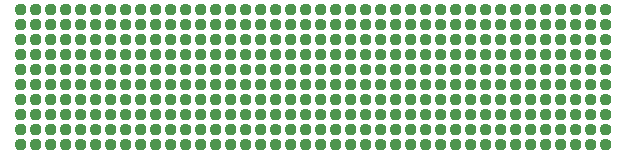
<source format=gbr>
%TF.GenerationSoftware,KiCad,Pcbnew,(6.0.8)*%
%TF.CreationDate,2022-12-05T17:54:35+01:00*%
%TF.ProjectId,FMC-HPC-BRK,464d432d-4850-4432-9d42-524b2e6b6963,rev?*%
%TF.SameCoordinates,Original*%
%TF.FileFunction,Paste,Bot*%
%TF.FilePolarity,Positive*%
%FSLAX46Y46*%
G04 Gerber Fmt 4.6, Leading zero omitted, Abs format (unit mm)*
G04 Created by KiCad (PCBNEW (6.0.8)) date 2022-12-05 17:54:35*
%MOMM*%
%LPD*%
G01*
G04 APERTURE LIST*
%ADD10C,0.000100*%
G04 APERTURE END LIST*
%TO.C,J1*%
G36*
X140153000Y-40831000D02*
G01*
X140177000Y-40832000D01*
X140200000Y-40835000D01*
X140223000Y-40840000D01*
X140245000Y-40845000D01*
X140268000Y-40852000D01*
X140289000Y-40860000D01*
X140311000Y-40868000D01*
X140332000Y-40879000D01*
X140352000Y-40890000D01*
X140372000Y-40902000D01*
X140392000Y-40915000D01*
X140410000Y-40929000D01*
X140428000Y-40944000D01*
X140445000Y-40960000D01*
X140461000Y-40977000D01*
X140476000Y-40995000D01*
X140490000Y-41013000D01*
X140503000Y-41033000D01*
X140515000Y-41053000D01*
X140526000Y-41073000D01*
X140537000Y-41094000D01*
X140545000Y-41116000D01*
X140553000Y-41137000D01*
X140560000Y-41160000D01*
X140565000Y-41182000D01*
X140570000Y-41205000D01*
X140573000Y-41228000D01*
X140574000Y-41252000D01*
X140575000Y-41275000D01*
X140574000Y-41298000D01*
X140573000Y-41322000D01*
X140570000Y-41345000D01*
X140565000Y-41368000D01*
X140560000Y-41390000D01*
X140553000Y-41413000D01*
X140545000Y-41434000D01*
X140537000Y-41456000D01*
X140515000Y-41498000D01*
X140503000Y-41517000D01*
X140490000Y-41537000D01*
X140476000Y-41555000D01*
X140461000Y-41573000D01*
X140445000Y-41590000D01*
X140428000Y-41606000D01*
X140410000Y-41621000D01*
X140392000Y-41635000D01*
X140372000Y-41648000D01*
X140352000Y-41660000D01*
X140332000Y-41671000D01*
X140311000Y-41682000D01*
X140289000Y-41690000D01*
X140268000Y-41698000D01*
X140245000Y-41705000D01*
X140223000Y-41710000D01*
X140200000Y-41715000D01*
X140177000Y-41718000D01*
X140153000Y-41719000D01*
X140130000Y-41720000D01*
X140107000Y-41719000D01*
X140083000Y-41718000D01*
X140060000Y-41715000D01*
X140037000Y-41710000D01*
X140015000Y-41705000D01*
X139992000Y-41698000D01*
X139971000Y-41690000D01*
X139949000Y-41682000D01*
X139928000Y-41671000D01*
X139908000Y-41660000D01*
X139888000Y-41648000D01*
X139868000Y-41635000D01*
X139850000Y-41621000D01*
X139832000Y-41606000D01*
X139815000Y-41590000D01*
X139799000Y-41573000D01*
X139784000Y-41555000D01*
X139770000Y-41537000D01*
X139757000Y-41517000D01*
X139745000Y-41498000D01*
X139723000Y-41456000D01*
X139715000Y-41434000D01*
X139707000Y-41413000D01*
X139700000Y-41390000D01*
X139695000Y-41368000D01*
X139690000Y-41345000D01*
X139687000Y-41322000D01*
X139686000Y-41298000D01*
X139685000Y-41275000D01*
X139686000Y-41252000D01*
X139687000Y-41228000D01*
X139690000Y-41205000D01*
X139695000Y-41182000D01*
X139700000Y-41160000D01*
X139707000Y-41137000D01*
X139715000Y-41116000D01*
X139723000Y-41094000D01*
X139734000Y-41073000D01*
X139745000Y-41053000D01*
X139757000Y-41033000D01*
X139770000Y-41013000D01*
X139784000Y-40995000D01*
X139799000Y-40977000D01*
X139815000Y-40960000D01*
X139832000Y-40944000D01*
X139850000Y-40929000D01*
X139868000Y-40915000D01*
X139888000Y-40902000D01*
X139908000Y-40890000D01*
X139928000Y-40879000D01*
X139949000Y-40868000D01*
X139971000Y-40860000D01*
X139992000Y-40852000D01*
X140015000Y-40845000D01*
X140037000Y-40840000D01*
X140060000Y-40835000D01*
X140083000Y-40832000D01*
X140107000Y-40831000D01*
X140130000Y-40830000D01*
X140153000Y-40831000D01*
G37*
D10*
X140153000Y-40831000D02*
X140177000Y-40832000D01*
X140200000Y-40835000D01*
X140223000Y-40840000D01*
X140245000Y-40845000D01*
X140268000Y-40852000D01*
X140289000Y-40860000D01*
X140311000Y-40868000D01*
X140332000Y-40879000D01*
X140352000Y-40890000D01*
X140372000Y-40902000D01*
X140392000Y-40915000D01*
X140410000Y-40929000D01*
X140428000Y-40944000D01*
X140445000Y-40960000D01*
X140461000Y-40977000D01*
X140476000Y-40995000D01*
X140490000Y-41013000D01*
X140503000Y-41033000D01*
X140515000Y-41053000D01*
X140526000Y-41073000D01*
X140537000Y-41094000D01*
X140545000Y-41116000D01*
X140553000Y-41137000D01*
X140560000Y-41160000D01*
X140565000Y-41182000D01*
X140570000Y-41205000D01*
X140573000Y-41228000D01*
X140574000Y-41252000D01*
X140575000Y-41275000D01*
X140574000Y-41298000D01*
X140573000Y-41322000D01*
X140570000Y-41345000D01*
X140565000Y-41368000D01*
X140560000Y-41390000D01*
X140553000Y-41413000D01*
X140545000Y-41434000D01*
X140537000Y-41456000D01*
X140515000Y-41498000D01*
X140503000Y-41517000D01*
X140490000Y-41537000D01*
X140476000Y-41555000D01*
X140461000Y-41573000D01*
X140445000Y-41590000D01*
X140428000Y-41606000D01*
X140410000Y-41621000D01*
X140392000Y-41635000D01*
X140372000Y-41648000D01*
X140352000Y-41660000D01*
X140332000Y-41671000D01*
X140311000Y-41682000D01*
X140289000Y-41690000D01*
X140268000Y-41698000D01*
X140245000Y-41705000D01*
X140223000Y-41710000D01*
X140200000Y-41715000D01*
X140177000Y-41718000D01*
X140153000Y-41719000D01*
X140130000Y-41720000D01*
X140107000Y-41719000D01*
X140083000Y-41718000D01*
X140060000Y-41715000D01*
X140037000Y-41710000D01*
X140015000Y-41705000D01*
X139992000Y-41698000D01*
X139971000Y-41690000D01*
X139949000Y-41682000D01*
X139928000Y-41671000D01*
X139908000Y-41660000D01*
X139888000Y-41648000D01*
X139868000Y-41635000D01*
X139850000Y-41621000D01*
X139832000Y-41606000D01*
X139815000Y-41590000D01*
X139799000Y-41573000D01*
X139784000Y-41555000D01*
X139770000Y-41537000D01*
X139757000Y-41517000D01*
X139745000Y-41498000D01*
X139723000Y-41456000D01*
X139715000Y-41434000D01*
X139707000Y-41413000D01*
X139700000Y-41390000D01*
X139695000Y-41368000D01*
X139690000Y-41345000D01*
X139687000Y-41322000D01*
X139686000Y-41298000D01*
X139685000Y-41275000D01*
X139686000Y-41252000D01*
X139687000Y-41228000D01*
X139690000Y-41205000D01*
X139695000Y-41182000D01*
X139700000Y-41160000D01*
X139707000Y-41137000D01*
X139715000Y-41116000D01*
X139723000Y-41094000D01*
X139734000Y-41073000D01*
X139745000Y-41053000D01*
X139757000Y-41033000D01*
X139770000Y-41013000D01*
X139784000Y-40995000D01*
X139799000Y-40977000D01*
X139815000Y-40960000D01*
X139832000Y-40944000D01*
X139850000Y-40929000D01*
X139868000Y-40915000D01*
X139888000Y-40902000D01*
X139908000Y-40890000D01*
X139928000Y-40879000D01*
X139949000Y-40868000D01*
X139971000Y-40860000D01*
X139992000Y-40852000D01*
X140015000Y-40845000D01*
X140037000Y-40840000D01*
X140060000Y-40835000D01*
X140083000Y-40832000D01*
X140107000Y-40831000D01*
X140130000Y-40830000D01*
X140153000Y-40831000D01*
G36*
X141423000Y-37021000D02*
G01*
X141447000Y-37022000D01*
X141470000Y-37025000D01*
X141493000Y-37030000D01*
X141515000Y-37035000D01*
X141538000Y-37042000D01*
X141559000Y-37050000D01*
X141581000Y-37058000D01*
X141602000Y-37069000D01*
X141622000Y-37080000D01*
X141642000Y-37092000D01*
X141662000Y-37105000D01*
X141680000Y-37119000D01*
X141698000Y-37134000D01*
X141715000Y-37150000D01*
X141731000Y-37167000D01*
X141746000Y-37185000D01*
X141760000Y-37203000D01*
X141773000Y-37223000D01*
X141785000Y-37242000D01*
X141807000Y-37284000D01*
X141815000Y-37306000D01*
X141823000Y-37327000D01*
X141830000Y-37350000D01*
X141835000Y-37372000D01*
X141840000Y-37395000D01*
X141843000Y-37418000D01*
X141844000Y-37442000D01*
X141845000Y-37465000D01*
X141844000Y-37488000D01*
X141843000Y-37512000D01*
X141840000Y-37535000D01*
X141835000Y-37558000D01*
X141830000Y-37580000D01*
X141823000Y-37603000D01*
X141815000Y-37624000D01*
X141807000Y-37646000D01*
X141785000Y-37688000D01*
X141773000Y-37707000D01*
X141760000Y-37727000D01*
X141746000Y-37745000D01*
X141731000Y-37763000D01*
X141715000Y-37780000D01*
X141698000Y-37796000D01*
X141680000Y-37811000D01*
X141662000Y-37825000D01*
X141642000Y-37838000D01*
X141622000Y-37850000D01*
X141602000Y-37861000D01*
X141581000Y-37872000D01*
X141559000Y-37880000D01*
X141538000Y-37888000D01*
X141515000Y-37895000D01*
X141493000Y-37900000D01*
X141470000Y-37905000D01*
X141447000Y-37908000D01*
X141423000Y-37909000D01*
X141400000Y-37910000D01*
X141377000Y-37909000D01*
X141353000Y-37908000D01*
X141330000Y-37905000D01*
X141307000Y-37900000D01*
X141285000Y-37895000D01*
X141262000Y-37888000D01*
X141241000Y-37880000D01*
X141219000Y-37872000D01*
X141198000Y-37861000D01*
X141178000Y-37850000D01*
X141158000Y-37838000D01*
X141138000Y-37825000D01*
X141120000Y-37811000D01*
X141102000Y-37796000D01*
X141085000Y-37780000D01*
X141069000Y-37763000D01*
X141054000Y-37745000D01*
X141040000Y-37727000D01*
X141027000Y-37707000D01*
X141015000Y-37687000D01*
X141004000Y-37667000D01*
X140993000Y-37646000D01*
X140985000Y-37624000D01*
X140977000Y-37603000D01*
X140970000Y-37580000D01*
X140965000Y-37558000D01*
X140960000Y-37535000D01*
X140957000Y-37512000D01*
X140956000Y-37488000D01*
X140955000Y-37465000D01*
X140956000Y-37442000D01*
X140957000Y-37418000D01*
X140960000Y-37395000D01*
X140965000Y-37372000D01*
X140970000Y-37350000D01*
X140977000Y-37327000D01*
X140985000Y-37306000D01*
X140993000Y-37284000D01*
X141004000Y-37263000D01*
X141015000Y-37243000D01*
X141027000Y-37223000D01*
X141040000Y-37203000D01*
X141054000Y-37185000D01*
X141069000Y-37167000D01*
X141085000Y-37150000D01*
X141102000Y-37134000D01*
X141120000Y-37119000D01*
X141138000Y-37105000D01*
X141158000Y-37092000D01*
X141178000Y-37080000D01*
X141198000Y-37069000D01*
X141219000Y-37058000D01*
X141241000Y-37050000D01*
X141262000Y-37042000D01*
X141285000Y-37035000D01*
X141307000Y-37030000D01*
X141330000Y-37025000D01*
X141353000Y-37022000D01*
X141377000Y-37021000D01*
X141400000Y-37020000D01*
X141423000Y-37021000D01*
G37*
X141423000Y-37021000D02*
X141447000Y-37022000D01*
X141470000Y-37025000D01*
X141493000Y-37030000D01*
X141515000Y-37035000D01*
X141538000Y-37042000D01*
X141559000Y-37050000D01*
X141581000Y-37058000D01*
X141602000Y-37069000D01*
X141622000Y-37080000D01*
X141642000Y-37092000D01*
X141662000Y-37105000D01*
X141680000Y-37119000D01*
X141698000Y-37134000D01*
X141715000Y-37150000D01*
X141731000Y-37167000D01*
X141746000Y-37185000D01*
X141760000Y-37203000D01*
X141773000Y-37223000D01*
X141785000Y-37242000D01*
X141807000Y-37284000D01*
X141815000Y-37306000D01*
X141823000Y-37327000D01*
X141830000Y-37350000D01*
X141835000Y-37372000D01*
X141840000Y-37395000D01*
X141843000Y-37418000D01*
X141844000Y-37442000D01*
X141845000Y-37465000D01*
X141844000Y-37488000D01*
X141843000Y-37512000D01*
X141840000Y-37535000D01*
X141835000Y-37558000D01*
X141830000Y-37580000D01*
X141823000Y-37603000D01*
X141815000Y-37624000D01*
X141807000Y-37646000D01*
X141785000Y-37688000D01*
X141773000Y-37707000D01*
X141760000Y-37727000D01*
X141746000Y-37745000D01*
X141731000Y-37763000D01*
X141715000Y-37780000D01*
X141698000Y-37796000D01*
X141680000Y-37811000D01*
X141662000Y-37825000D01*
X141642000Y-37838000D01*
X141622000Y-37850000D01*
X141602000Y-37861000D01*
X141581000Y-37872000D01*
X141559000Y-37880000D01*
X141538000Y-37888000D01*
X141515000Y-37895000D01*
X141493000Y-37900000D01*
X141470000Y-37905000D01*
X141447000Y-37908000D01*
X141423000Y-37909000D01*
X141400000Y-37910000D01*
X141377000Y-37909000D01*
X141353000Y-37908000D01*
X141330000Y-37905000D01*
X141307000Y-37900000D01*
X141285000Y-37895000D01*
X141262000Y-37888000D01*
X141241000Y-37880000D01*
X141219000Y-37872000D01*
X141198000Y-37861000D01*
X141178000Y-37850000D01*
X141158000Y-37838000D01*
X141138000Y-37825000D01*
X141120000Y-37811000D01*
X141102000Y-37796000D01*
X141085000Y-37780000D01*
X141069000Y-37763000D01*
X141054000Y-37745000D01*
X141040000Y-37727000D01*
X141027000Y-37707000D01*
X141015000Y-37687000D01*
X141004000Y-37667000D01*
X140993000Y-37646000D01*
X140985000Y-37624000D01*
X140977000Y-37603000D01*
X140970000Y-37580000D01*
X140965000Y-37558000D01*
X140960000Y-37535000D01*
X140957000Y-37512000D01*
X140956000Y-37488000D01*
X140955000Y-37465000D01*
X140956000Y-37442000D01*
X140957000Y-37418000D01*
X140960000Y-37395000D01*
X140965000Y-37372000D01*
X140970000Y-37350000D01*
X140977000Y-37327000D01*
X140985000Y-37306000D01*
X140993000Y-37284000D01*
X141004000Y-37263000D01*
X141015000Y-37243000D01*
X141027000Y-37223000D01*
X141040000Y-37203000D01*
X141054000Y-37185000D01*
X141069000Y-37167000D01*
X141085000Y-37150000D01*
X141102000Y-37134000D01*
X141120000Y-37119000D01*
X141138000Y-37105000D01*
X141158000Y-37092000D01*
X141178000Y-37080000D01*
X141198000Y-37069000D01*
X141219000Y-37058000D01*
X141241000Y-37050000D01*
X141262000Y-37042000D01*
X141285000Y-37035000D01*
X141307000Y-37030000D01*
X141330000Y-37025000D01*
X141353000Y-37022000D01*
X141377000Y-37021000D01*
X141400000Y-37020000D01*
X141423000Y-37021000D01*
G36*
X126183000Y-37021000D02*
G01*
X126207000Y-37022000D01*
X126230000Y-37025000D01*
X126253000Y-37030000D01*
X126275000Y-37035000D01*
X126298000Y-37042000D01*
X126319000Y-37050000D01*
X126341000Y-37058000D01*
X126362000Y-37069000D01*
X126382000Y-37080000D01*
X126402000Y-37092000D01*
X126422000Y-37105000D01*
X126440000Y-37119000D01*
X126458000Y-37134000D01*
X126475000Y-37150000D01*
X126491000Y-37167000D01*
X126506000Y-37185000D01*
X126520000Y-37203000D01*
X126533000Y-37223000D01*
X126545000Y-37243000D01*
X126556000Y-37263000D01*
X126567000Y-37284000D01*
X126575000Y-37306000D01*
X126583000Y-37327000D01*
X126590000Y-37350000D01*
X126595000Y-37372000D01*
X126600000Y-37395000D01*
X126603000Y-37418000D01*
X126604000Y-37442000D01*
X126605000Y-37465000D01*
X126604000Y-37488000D01*
X126603000Y-37512000D01*
X126600000Y-37535000D01*
X126595000Y-37558000D01*
X126590000Y-37580000D01*
X126583000Y-37603000D01*
X126575000Y-37624000D01*
X126567000Y-37646000D01*
X126556000Y-37667000D01*
X126545000Y-37687000D01*
X126533000Y-37707000D01*
X126520000Y-37727000D01*
X126506000Y-37745000D01*
X126491000Y-37763000D01*
X126475000Y-37780000D01*
X126458000Y-37796000D01*
X126440000Y-37811000D01*
X126422000Y-37825000D01*
X126402000Y-37838000D01*
X126382000Y-37850000D01*
X126362000Y-37861000D01*
X126341000Y-37872000D01*
X126319000Y-37880000D01*
X126298000Y-37888000D01*
X126275000Y-37895000D01*
X126253000Y-37900000D01*
X126230000Y-37905000D01*
X126207000Y-37908000D01*
X126183000Y-37909000D01*
X126160000Y-37910000D01*
X126137000Y-37909000D01*
X126113000Y-37908000D01*
X126090000Y-37905000D01*
X126067000Y-37900000D01*
X126045000Y-37895000D01*
X126022000Y-37888000D01*
X126001000Y-37880000D01*
X125979000Y-37872000D01*
X125958000Y-37861000D01*
X125938000Y-37850000D01*
X125918000Y-37838000D01*
X125898000Y-37825000D01*
X125880000Y-37811000D01*
X125862000Y-37796000D01*
X125845000Y-37780000D01*
X125829000Y-37763000D01*
X125814000Y-37745000D01*
X125800000Y-37727000D01*
X125787000Y-37707000D01*
X125775000Y-37688000D01*
X125753000Y-37646000D01*
X125745000Y-37624000D01*
X125737000Y-37603000D01*
X125730000Y-37580000D01*
X125725000Y-37558000D01*
X125720000Y-37535000D01*
X125717000Y-37512000D01*
X125716000Y-37488000D01*
X125715000Y-37465000D01*
X125716000Y-37442000D01*
X125717000Y-37418000D01*
X125720000Y-37395000D01*
X125725000Y-37372000D01*
X125730000Y-37350000D01*
X125737000Y-37327000D01*
X125745000Y-37306000D01*
X125753000Y-37284000D01*
X125775000Y-37242000D01*
X125787000Y-37223000D01*
X125800000Y-37203000D01*
X125814000Y-37185000D01*
X125829000Y-37167000D01*
X125845000Y-37150000D01*
X125862000Y-37134000D01*
X125880000Y-37119000D01*
X125898000Y-37105000D01*
X125918000Y-37092000D01*
X125938000Y-37080000D01*
X125958000Y-37069000D01*
X125979000Y-37058000D01*
X126001000Y-37050000D01*
X126022000Y-37042000D01*
X126045000Y-37035000D01*
X126067000Y-37030000D01*
X126090000Y-37025000D01*
X126113000Y-37022000D01*
X126137000Y-37021000D01*
X126160000Y-37020000D01*
X126183000Y-37021000D01*
G37*
X126183000Y-37021000D02*
X126207000Y-37022000D01*
X126230000Y-37025000D01*
X126253000Y-37030000D01*
X126275000Y-37035000D01*
X126298000Y-37042000D01*
X126319000Y-37050000D01*
X126341000Y-37058000D01*
X126362000Y-37069000D01*
X126382000Y-37080000D01*
X126402000Y-37092000D01*
X126422000Y-37105000D01*
X126440000Y-37119000D01*
X126458000Y-37134000D01*
X126475000Y-37150000D01*
X126491000Y-37167000D01*
X126506000Y-37185000D01*
X126520000Y-37203000D01*
X126533000Y-37223000D01*
X126545000Y-37243000D01*
X126556000Y-37263000D01*
X126567000Y-37284000D01*
X126575000Y-37306000D01*
X126583000Y-37327000D01*
X126590000Y-37350000D01*
X126595000Y-37372000D01*
X126600000Y-37395000D01*
X126603000Y-37418000D01*
X126604000Y-37442000D01*
X126605000Y-37465000D01*
X126604000Y-37488000D01*
X126603000Y-37512000D01*
X126600000Y-37535000D01*
X126595000Y-37558000D01*
X126590000Y-37580000D01*
X126583000Y-37603000D01*
X126575000Y-37624000D01*
X126567000Y-37646000D01*
X126556000Y-37667000D01*
X126545000Y-37687000D01*
X126533000Y-37707000D01*
X126520000Y-37727000D01*
X126506000Y-37745000D01*
X126491000Y-37763000D01*
X126475000Y-37780000D01*
X126458000Y-37796000D01*
X126440000Y-37811000D01*
X126422000Y-37825000D01*
X126402000Y-37838000D01*
X126382000Y-37850000D01*
X126362000Y-37861000D01*
X126341000Y-37872000D01*
X126319000Y-37880000D01*
X126298000Y-37888000D01*
X126275000Y-37895000D01*
X126253000Y-37900000D01*
X126230000Y-37905000D01*
X126207000Y-37908000D01*
X126183000Y-37909000D01*
X126160000Y-37910000D01*
X126137000Y-37909000D01*
X126113000Y-37908000D01*
X126090000Y-37905000D01*
X126067000Y-37900000D01*
X126045000Y-37895000D01*
X126022000Y-37888000D01*
X126001000Y-37880000D01*
X125979000Y-37872000D01*
X125958000Y-37861000D01*
X125938000Y-37850000D01*
X125918000Y-37838000D01*
X125898000Y-37825000D01*
X125880000Y-37811000D01*
X125862000Y-37796000D01*
X125845000Y-37780000D01*
X125829000Y-37763000D01*
X125814000Y-37745000D01*
X125800000Y-37727000D01*
X125787000Y-37707000D01*
X125775000Y-37688000D01*
X125753000Y-37646000D01*
X125745000Y-37624000D01*
X125737000Y-37603000D01*
X125730000Y-37580000D01*
X125725000Y-37558000D01*
X125720000Y-37535000D01*
X125717000Y-37512000D01*
X125716000Y-37488000D01*
X125715000Y-37465000D01*
X125716000Y-37442000D01*
X125717000Y-37418000D01*
X125720000Y-37395000D01*
X125725000Y-37372000D01*
X125730000Y-37350000D01*
X125737000Y-37327000D01*
X125745000Y-37306000D01*
X125753000Y-37284000D01*
X125775000Y-37242000D01*
X125787000Y-37223000D01*
X125800000Y-37203000D01*
X125814000Y-37185000D01*
X125829000Y-37167000D01*
X125845000Y-37150000D01*
X125862000Y-37134000D01*
X125880000Y-37119000D01*
X125898000Y-37105000D01*
X125918000Y-37092000D01*
X125938000Y-37080000D01*
X125958000Y-37069000D01*
X125979000Y-37058000D01*
X126001000Y-37050000D01*
X126022000Y-37042000D01*
X126045000Y-37035000D01*
X126067000Y-37030000D01*
X126090000Y-37025000D01*
X126113000Y-37022000D01*
X126137000Y-37021000D01*
X126160000Y-37020000D01*
X126183000Y-37021000D01*
G36*
X132533000Y-42101000D02*
G01*
X132557000Y-42102000D01*
X132580000Y-42105000D01*
X132603000Y-42110000D01*
X132625000Y-42115000D01*
X132648000Y-42122000D01*
X132669000Y-42130000D01*
X132691000Y-42138000D01*
X132712000Y-42149000D01*
X132732000Y-42160000D01*
X132752000Y-42172000D01*
X132772000Y-42185000D01*
X132790000Y-42199000D01*
X132808000Y-42214000D01*
X132825000Y-42230000D01*
X132841000Y-42247000D01*
X132856000Y-42265000D01*
X132870000Y-42283000D01*
X132883000Y-42303000D01*
X132895000Y-42322000D01*
X132917000Y-42364000D01*
X132925000Y-42386000D01*
X132933000Y-42407000D01*
X132940000Y-42430000D01*
X132945000Y-42452000D01*
X132950000Y-42475000D01*
X132953000Y-42498000D01*
X132954000Y-42522000D01*
X132955000Y-42545000D01*
X132954000Y-42568000D01*
X132953000Y-42592000D01*
X132950000Y-42615000D01*
X132945000Y-42638000D01*
X132940000Y-42660000D01*
X132933000Y-42683000D01*
X132925000Y-42704000D01*
X132917000Y-42726000D01*
X132895000Y-42768000D01*
X132883000Y-42787000D01*
X132870000Y-42807000D01*
X132856000Y-42825000D01*
X132841000Y-42843000D01*
X132825000Y-42860000D01*
X132808000Y-42876000D01*
X132790000Y-42891000D01*
X132772000Y-42905000D01*
X132752000Y-42918000D01*
X132733000Y-42930000D01*
X132691000Y-42952000D01*
X132669000Y-42960000D01*
X132648000Y-42968000D01*
X132625000Y-42975000D01*
X132603000Y-42980000D01*
X132580000Y-42985000D01*
X132557000Y-42988000D01*
X132533000Y-42989000D01*
X132510000Y-42990000D01*
X132487000Y-42989000D01*
X132463000Y-42988000D01*
X132440000Y-42985000D01*
X132417000Y-42980000D01*
X132395000Y-42975000D01*
X132372000Y-42968000D01*
X132351000Y-42960000D01*
X132329000Y-42952000D01*
X132308000Y-42941000D01*
X132288000Y-42930000D01*
X132268000Y-42918000D01*
X132248000Y-42905000D01*
X132230000Y-42891000D01*
X132212000Y-42876000D01*
X132195000Y-42860000D01*
X132179000Y-42843000D01*
X132164000Y-42825000D01*
X132150000Y-42807000D01*
X132137000Y-42787000D01*
X132125000Y-42768000D01*
X132103000Y-42726000D01*
X132095000Y-42704000D01*
X132087000Y-42683000D01*
X132080000Y-42660000D01*
X132075000Y-42638000D01*
X132070000Y-42615000D01*
X132067000Y-42592000D01*
X132066000Y-42568000D01*
X132065000Y-42545000D01*
X132066000Y-42522000D01*
X132067000Y-42498000D01*
X132070000Y-42475000D01*
X132075000Y-42452000D01*
X132080000Y-42430000D01*
X132087000Y-42407000D01*
X132095000Y-42386000D01*
X132103000Y-42364000D01*
X132125000Y-42322000D01*
X132137000Y-42303000D01*
X132150000Y-42283000D01*
X132164000Y-42265000D01*
X132179000Y-42247000D01*
X132195000Y-42230000D01*
X132212000Y-42214000D01*
X132230000Y-42199000D01*
X132248000Y-42185000D01*
X132268000Y-42172000D01*
X132288000Y-42160000D01*
X132308000Y-42149000D01*
X132329000Y-42138000D01*
X132351000Y-42130000D01*
X132372000Y-42122000D01*
X132395000Y-42115000D01*
X132417000Y-42110000D01*
X132440000Y-42105000D01*
X132463000Y-42102000D01*
X132487000Y-42101000D01*
X132510000Y-42100000D01*
X132533000Y-42101000D01*
G37*
X132533000Y-42101000D02*
X132557000Y-42102000D01*
X132580000Y-42105000D01*
X132603000Y-42110000D01*
X132625000Y-42115000D01*
X132648000Y-42122000D01*
X132669000Y-42130000D01*
X132691000Y-42138000D01*
X132712000Y-42149000D01*
X132732000Y-42160000D01*
X132752000Y-42172000D01*
X132772000Y-42185000D01*
X132790000Y-42199000D01*
X132808000Y-42214000D01*
X132825000Y-42230000D01*
X132841000Y-42247000D01*
X132856000Y-42265000D01*
X132870000Y-42283000D01*
X132883000Y-42303000D01*
X132895000Y-42322000D01*
X132917000Y-42364000D01*
X132925000Y-42386000D01*
X132933000Y-42407000D01*
X132940000Y-42430000D01*
X132945000Y-42452000D01*
X132950000Y-42475000D01*
X132953000Y-42498000D01*
X132954000Y-42522000D01*
X132955000Y-42545000D01*
X132954000Y-42568000D01*
X132953000Y-42592000D01*
X132950000Y-42615000D01*
X132945000Y-42638000D01*
X132940000Y-42660000D01*
X132933000Y-42683000D01*
X132925000Y-42704000D01*
X132917000Y-42726000D01*
X132895000Y-42768000D01*
X132883000Y-42787000D01*
X132870000Y-42807000D01*
X132856000Y-42825000D01*
X132841000Y-42843000D01*
X132825000Y-42860000D01*
X132808000Y-42876000D01*
X132790000Y-42891000D01*
X132772000Y-42905000D01*
X132752000Y-42918000D01*
X132733000Y-42930000D01*
X132691000Y-42952000D01*
X132669000Y-42960000D01*
X132648000Y-42968000D01*
X132625000Y-42975000D01*
X132603000Y-42980000D01*
X132580000Y-42985000D01*
X132557000Y-42988000D01*
X132533000Y-42989000D01*
X132510000Y-42990000D01*
X132487000Y-42989000D01*
X132463000Y-42988000D01*
X132440000Y-42985000D01*
X132417000Y-42980000D01*
X132395000Y-42975000D01*
X132372000Y-42968000D01*
X132351000Y-42960000D01*
X132329000Y-42952000D01*
X132308000Y-42941000D01*
X132288000Y-42930000D01*
X132268000Y-42918000D01*
X132248000Y-42905000D01*
X132230000Y-42891000D01*
X132212000Y-42876000D01*
X132195000Y-42860000D01*
X132179000Y-42843000D01*
X132164000Y-42825000D01*
X132150000Y-42807000D01*
X132137000Y-42787000D01*
X132125000Y-42768000D01*
X132103000Y-42726000D01*
X132095000Y-42704000D01*
X132087000Y-42683000D01*
X132080000Y-42660000D01*
X132075000Y-42638000D01*
X132070000Y-42615000D01*
X132067000Y-42592000D01*
X132066000Y-42568000D01*
X132065000Y-42545000D01*
X132066000Y-42522000D01*
X132067000Y-42498000D01*
X132070000Y-42475000D01*
X132075000Y-42452000D01*
X132080000Y-42430000D01*
X132087000Y-42407000D01*
X132095000Y-42386000D01*
X132103000Y-42364000D01*
X132125000Y-42322000D01*
X132137000Y-42303000D01*
X132150000Y-42283000D01*
X132164000Y-42265000D01*
X132179000Y-42247000D01*
X132195000Y-42230000D01*
X132212000Y-42214000D01*
X132230000Y-42199000D01*
X132248000Y-42185000D01*
X132268000Y-42172000D01*
X132288000Y-42160000D01*
X132308000Y-42149000D01*
X132329000Y-42138000D01*
X132351000Y-42130000D01*
X132372000Y-42122000D01*
X132395000Y-42115000D01*
X132417000Y-42110000D01*
X132440000Y-42105000D01*
X132463000Y-42102000D01*
X132487000Y-42101000D01*
X132510000Y-42100000D01*
X132533000Y-42101000D01*
G36*
X146503000Y-31941000D02*
G01*
X146527000Y-31942000D01*
X146550000Y-31945000D01*
X146573000Y-31950000D01*
X146595000Y-31955000D01*
X146618000Y-31962000D01*
X146639000Y-31970000D01*
X146661000Y-31978000D01*
X146703000Y-32000000D01*
X146722000Y-32012000D01*
X146742000Y-32025000D01*
X146760000Y-32039000D01*
X146778000Y-32054000D01*
X146795000Y-32070000D01*
X146811000Y-32087000D01*
X146826000Y-32105000D01*
X146840000Y-32123000D01*
X146853000Y-32143000D01*
X146865000Y-32162000D01*
X146887000Y-32204000D01*
X146895000Y-32226000D01*
X146903000Y-32247000D01*
X146910000Y-32270000D01*
X146915000Y-32292000D01*
X146920000Y-32315000D01*
X146923000Y-32338000D01*
X146924000Y-32362000D01*
X146925000Y-32385000D01*
X146924000Y-32408000D01*
X146923000Y-32432000D01*
X146920000Y-32455000D01*
X146915000Y-32478000D01*
X146910000Y-32500000D01*
X146903000Y-32523000D01*
X146895000Y-32544000D01*
X146887000Y-32566000D01*
X146865000Y-32608000D01*
X146853000Y-32627000D01*
X146840000Y-32647000D01*
X146826000Y-32665000D01*
X146811000Y-32683000D01*
X146795000Y-32700000D01*
X146778000Y-32716000D01*
X146760000Y-32731000D01*
X146742000Y-32745000D01*
X146722000Y-32758000D01*
X146703000Y-32770000D01*
X146661000Y-32792000D01*
X146639000Y-32800000D01*
X146618000Y-32808000D01*
X146595000Y-32815000D01*
X146573000Y-32820000D01*
X146550000Y-32825000D01*
X146527000Y-32828000D01*
X146503000Y-32829000D01*
X146480000Y-32830000D01*
X146457000Y-32829000D01*
X146433000Y-32828000D01*
X146410000Y-32825000D01*
X146387000Y-32820000D01*
X146365000Y-32815000D01*
X146342000Y-32808000D01*
X146321000Y-32800000D01*
X146299000Y-32792000D01*
X146278000Y-32781000D01*
X146258000Y-32770000D01*
X146238000Y-32758000D01*
X146218000Y-32745000D01*
X146200000Y-32731000D01*
X146182000Y-32716000D01*
X146165000Y-32700000D01*
X146149000Y-32683000D01*
X146134000Y-32665000D01*
X146120000Y-32647000D01*
X146107000Y-32627000D01*
X146095000Y-32607000D01*
X146084000Y-32587000D01*
X146073000Y-32566000D01*
X146065000Y-32544000D01*
X146057000Y-32523000D01*
X146050000Y-32500000D01*
X146045000Y-32478000D01*
X146040000Y-32455000D01*
X146037000Y-32432000D01*
X146036000Y-32408000D01*
X146035000Y-32385000D01*
X146036000Y-32362000D01*
X146037000Y-32338000D01*
X146040000Y-32315000D01*
X146045000Y-32292000D01*
X146050000Y-32270000D01*
X146057000Y-32247000D01*
X146065000Y-32226000D01*
X146073000Y-32204000D01*
X146095000Y-32162000D01*
X146107000Y-32143000D01*
X146120000Y-32123000D01*
X146134000Y-32105000D01*
X146149000Y-32087000D01*
X146165000Y-32070000D01*
X146182000Y-32054000D01*
X146200000Y-32039000D01*
X146218000Y-32025000D01*
X146238000Y-32012000D01*
X146258000Y-32000000D01*
X146278000Y-31989000D01*
X146299000Y-31978000D01*
X146321000Y-31970000D01*
X146342000Y-31962000D01*
X146365000Y-31955000D01*
X146387000Y-31950000D01*
X146410000Y-31945000D01*
X146433000Y-31942000D01*
X146457000Y-31941000D01*
X146480000Y-31940000D01*
X146503000Y-31941000D01*
G37*
X146503000Y-31941000D02*
X146527000Y-31942000D01*
X146550000Y-31945000D01*
X146573000Y-31950000D01*
X146595000Y-31955000D01*
X146618000Y-31962000D01*
X146639000Y-31970000D01*
X146661000Y-31978000D01*
X146703000Y-32000000D01*
X146722000Y-32012000D01*
X146742000Y-32025000D01*
X146760000Y-32039000D01*
X146778000Y-32054000D01*
X146795000Y-32070000D01*
X146811000Y-32087000D01*
X146826000Y-32105000D01*
X146840000Y-32123000D01*
X146853000Y-32143000D01*
X146865000Y-32162000D01*
X146887000Y-32204000D01*
X146895000Y-32226000D01*
X146903000Y-32247000D01*
X146910000Y-32270000D01*
X146915000Y-32292000D01*
X146920000Y-32315000D01*
X146923000Y-32338000D01*
X146924000Y-32362000D01*
X146925000Y-32385000D01*
X146924000Y-32408000D01*
X146923000Y-32432000D01*
X146920000Y-32455000D01*
X146915000Y-32478000D01*
X146910000Y-32500000D01*
X146903000Y-32523000D01*
X146895000Y-32544000D01*
X146887000Y-32566000D01*
X146865000Y-32608000D01*
X146853000Y-32627000D01*
X146840000Y-32647000D01*
X146826000Y-32665000D01*
X146811000Y-32683000D01*
X146795000Y-32700000D01*
X146778000Y-32716000D01*
X146760000Y-32731000D01*
X146742000Y-32745000D01*
X146722000Y-32758000D01*
X146703000Y-32770000D01*
X146661000Y-32792000D01*
X146639000Y-32800000D01*
X146618000Y-32808000D01*
X146595000Y-32815000D01*
X146573000Y-32820000D01*
X146550000Y-32825000D01*
X146527000Y-32828000D01*
X146503000Y-32829000D01*
X146480000Y-32830000D01*
X146457000Y-32829000D01*
X146433000Y-32828000D01*
X146410000Y-32825000D01*
X146387000Y-32820000D01*
X146365000Y-32815000D01*
X146342000Y-32808000D01*
X146321000Y-32800000D01*
X146299000Y-32792000D01*
X146278000Y-32781000D01*
X146258000Y-32770000D01*
X146238000Y-32758000D01*
X146218000Y-32745000D01*
X146200000Y-32731000D01*
X146182000Y-32716000D01*
X146165000Y-32700000D01*
X146149000Y-32683000D01*
X146134000Y-32665000D01*
X146120000Y-32647000D01*
X146107000Y-32627000D01*
X146095000Y-32607000D01*
X146084000Y-32587000D01*
X146073000Y-32566000D01*
X146065000Y-32544000D01*
X146057000Y-32523000D01*
X146050000Y-32500000D01*
X146045000Y-32478000D01*
X146040000Y-32455000D01*
X146037000Y-32432000D01*
X146036000Y-32408000D01*
X146035000Y-32385000D01*
X146036000Y-32362000D01*
X146037000Y-32338000D01*
X146040000Y-32315000D01*
X146045000Y-32292000D01*
X146050000Y-32270000D01*
X146057000Y-32247000D01*
X146065000Y-32226000D01*
X146073000Y-32204000D01*
X146095000Y-32162000D01*
X146107000Y-32143000D01*
X146120000Y-32123000D01*
X146134000Y-32105000D01*
X146149000Y-32087000D01*
X146165000Y-32070000D01*
X146182000Y-32054000D01*
X146200000Y-32039000D01*
X146218000Y-32025000D01*
X146238000Y-32012000D01*
X146258000Y-32000000D01*
X146278000Y-31989000D01*
X146299000Y-31978000D01*
X146321000Y-31970000D01*
X146342000Y-31962000D01*
X146365000Y-31955000D01*
X146387000Y-31950000D01*
X146410000Y-31945000D01*
X146433000Y-31942000D01*
X146457000Y-31941000D01*
X146480000Y-31940000D01*
X146503000Y-31941000D01*
G36*
X119833000Y-34481000D02*
G01*
X119857000Y-34482000D01*
X119880000Y-34485000D01*
X119903000Y-34490000D01*
X119925000Y-34495000D01*
X119948000Y-34502000D01*
X119969000Y-34510000D01*
X119991000Y-34518000D01*
X120012000Y-34529000D01*
X120032000Y-34540000D01*
X120052000Y-34552000D01*
X120072000Y-34565000D01*
X120090000Y-34579000D01*
X120108000Y-34594000D01*
X120125000Y-34610000D01*
X120141000Y-34627000D01*
X120156000Y-34645000D01*
X120170000Y-34663000D01*
X120183000Y-34683000D01*
X120195000Y-34703000D01*
X120206000Y-34723000D01*
X120217000Y-34744000D01*
X120225000Y-34766000D01*
X120233000Y-34787000D01*
X120240000Y-34810000D01*
X120245000Y-34832000D01*
X120250000Y-34855000D01*
X120253000Y-34878000D01*
X120254000Y-34902000D01*
X120255000Y-34925000D01*
X120254000Y-34948000D01*
X120253000Y-34972000D01*
X120250000Y-34995000D01*
X120245000Y-35018000D01*
X120240000Y-35040000D01*
X120233000Y-35063000D01*
X120225000Y-35084000D01*
X120217000Y-35106000D01*
X120206000Y-35127000D01*
X120195000Y-35147000D01*
X120183000Y-35167000D01*
X120170000Y-35187000D01*
X120156000Y-35205000D01*
X120141000Y-35223000D01*
X120125000Y-35240000D01*
X120108000Y-35256000D01*
X120090000Y-35271000D01*
X120072000Y-35285000D01*
X120052000Y-35298000D01*
X120032000Y-35310000D01*
X120012000Y-35321000D01*
X119991000Y-35332000D01*
X119969000Y-35340000D01*
X119948000Y-35348000D01*
X119925000Y-35355000D01*
X119903000Y-35360000D01*
X119880000Y-35365000D01*
X119857000Y-35368000D01*
X119833000Y-35369000D01*
X119810000Y-35370000D01*
X119787000Y-35369000D01*
X119763000Y-35368000D01*
X119740000Y-35365000D01*
X119717000Y-35360000D01*
X119695000Y-35355000D01*
X119672000Y-35348000D01*
X119651000Y-35340000D01*
X119629000Y-35332000D01*
X119587000Y-35310000D01*
X119568000Y-35298000D01*
X119548000Y-35285000D01*
X119530000Y-35271000D01*
X119512000Y-35256000D01*
X119495000Y-35240000D01*
X119479000Y-35223000D01*
X119464000Y-35205000D01*
X119450000Y-35187000D01*
X119437000Y-35167000D01*
X119425000Y-35148000D01*
X119403000Y-35106000D01*
X119395000Y-35084000D01*
X119387000Y-35063000D01*
X119380000Y-35040000D01*
X119375000Y-35018000D01*
X119370000Y-34995000D01*
X119367000Y-34972000D01*
X119366000Y-34948000D01*
X119365000Y-34925000D01*
X119366000Y-34902000D01*
X119367000Y-34878000D01*
X119370000Y-34855000D01*
X119375000Y-34832000D01*
X119380000Y-34810000D01*
X119387000Y-34787000D01*
X119395000Y-34766000D01*
X119403000Y-34744000D01*
X119425000Y-34702000D01*
X119437000Y-34683000D01*
X119450000Y-34663000D01*
X119464000Y-34645000D01*
X119479000Y-34627000D01*
X119495000Y-34610000D01*
X119512000Y-34594000D01*
X119530000Y-34579000D01*
X119548000Y-34565000D01*
X119568000Y-34552000D01*
X119587000Y-34540000D01*
X119629000Y-34518000D01*
X119651000Y-34510000D01*
X119672000Y-34502000D01*
X119695000Y-34495000D01*
X119717000Y-34490000D01*
X119740000Y-34485000D01*
X119763000Y-34482000D01*
X119787000Y-34481000D01*
X119810000Y-34480000D01*
X119833000Y-34481000D01*
G37*
X119833000Y-34481000D02*
X119857000Y-34482000D01*
X119880000Y-34485000D01*
X119903000Y-34490000D01*
X119925000Y-34495000D01*
X119948000Y-34502000D01*
X119969000Y-34510000D01*
X119991000Y-34518000D01*
X120012000Y-34529000D01*
X120032000Y-34540000D01*
X120052000Y-34552000D01*
X120072000Y-34565000D01*
X120090000Y-34579000D01*
X120108000Y-34594000D01*
X120125000Y-34610000D01*
X120141000Y-34627000D01*
X120156000Y-34645000D01*
X120170000Y-34663000D01*
X120183000Y-34683000D01*
X120195000Y-34703000D01*
X120206000Y-34723000D01*
X120217000Y-34744000D01*
X120225000Y-34766000D01*
X120233000Y-34787000D01*
X120240000Y-34810000D01*
X120245000Y-34832000D01*
X120250000Y-34855000D01*
X120253000Y-34878000D01*
X120254000Y-34902000D01*
X120255000Y-34925000D01*
X120254000Y-34948000D01*
X120253000Y-34972000D01*
X120250000Y-34995000D01*
X120245000Y-35018000D01*
X120240000Y-35040000D01*
X120233000Y-35063000D01*
X120225000Y-35084000D01*
X120217000Y-35106000D01*
X120206000Y-35127000D01*
X120195000Y-35147000D01*
X120183000Y-35167000D01*
X120170000Y-35187000D01*
X120156000Y-35205000D01*
X120141000Y-35223000D01*
X120125000Y-35240000D01*
X120108000Y-35256000D01*
X120090000Y-35271000D01*
X120072000Y-35285000D01*
X120052000Y-35298000D01*
X120032000Y-35310000D01*
X120012000Y-35321000D01*
X119991000Y-35332000D01*
X119969000Y-35340000D01*
X119948000Y-35348000D01*
X119925000Y-35355000D01*
X119903000Y-35360000D01*
X119880000Y-35365000D01*
X119857000Y-35368000D01*
X119833000Y-35369000D01*
X119810000Y-35370000D01*
X119787000Y-35369000D01*
X119763000Y-35368000D01*
X119740000Y-35365000D01*
X119717000Y-35360000D01*
X119695000Y-35355000D01*
X119672000Y-35348000D01*
X119651000Y-35340000D01*
X119629000Y-35332000D01*
X119587000Y-35310000D01*
X119568000Y-35298000D01*
X119548000Y-35285000D01*
X119530000Y-35271000D01*
X119512000Y-35256000D01*
X119495000Y-35240000D01*
X119479000Y-35223000D01*
X119464000Y-35205000D01*
X119450000Y-35187000D01*
X119437000Y-35167000D01*
X119425000Y-35148000D01*
X119403000Y-35106000D01*
X119395000Y-35084000D01*
X119387000Y-35063000D01*
X119380000Y-35040000D01*
X119375000Y-35018000D01*
X119370000Y-34995000D01*
X119367000Y-34972000D01*
X119366000Y-34948000D01*
X119365000Y-34925000D01*
X119366000Y-34902000D01*
X119367000Y-34878000D01*
X119370000Y-34855000D01*
X119375000Y-34832000D01*
X119380000Y-34810000D01*
X119387000Y-34787000D01*
X119395000Y-34766000D01*
X119403000Y-34744000D01*
X119425000Y-34702000D01*
X119437000Y-34683000D01*
X119450000Y-34663000D01*
X119464000Y-34645000D01*
X119479000Y-34627000D01*
X119495000Y-34610000D01*
X119512000Y-34594000D01*
X119530000Y-34579000D01*
X119548000Y-34565000D01*
X119568000Y-34552000D01*
X119587000Y-34540000D01*
X119629000Y-34518000D01*
X119651000Y-34510000D01*
X119672000Y-34502000D01*
X119695000Y-34495000D01*
X119717000Y-34490000D01*
X119740000Y-34485000D01*
X119763000Y-34482000D01*
X119787000Y-34481000D01*
X119810000Y-34480000D01*
X119833000Y-34481000D01*
G36*
X121103000Y-40831000D02*
G01*
X121127000Y-40832000D01*
X121150000Y-40835000D01*
X121173000Y-40840000D01*
X121195000Y-40845000D01*
X121218000Y-40852000D01*
X121239000Y-40860000D01*
X121261000Y-40868000D01*
X121303000Y-40890000D01*
X121322000Y-40902000D01*
X121342000Y-40915000D01*
X121360000Y-40929000D01*
X121378000Y-40944000D01*
X121395000Y-40960000D01*
X121411000Y-40977000D01*
X121426000Y-40995000D01*
X121440000Y-41013000D01*
X121453000Y-41033000D01*
X121465000Y-41053000D01*
X121476000Y-41073000D01*
X121487000Y-41094000D01*
X121495000Y-41116000D01*
X121503000Y-41137000D01*
X121510000Y-41160000D01*
X121515000Y-41182000D01*
X121520000Y-41205000D01*
X121523000Y-41228000D01*
X121524000Y-41252000D01*
X121525000Y-41275000D01*
X121524000Y-41298000D01*
X121523000Y-41322000D01*
X121520000Y-41345000D01*
X121515000Y-41368000D01*
X121510000Y-41390000D01*
X121503000Y-41413000D01*
X121495000Y-41434000D01*
X121487000Y-41456000D01*
X121465000Y-41498000D01*
X121453000Y-41517000D01*
X121440000Y-41537000D01*
X121426000Y-41555000D01*
X121411000Y-41573000D01*
X121395000Y-41590000D01*
X121378000Y-41606000D01*
X121360000Y-41621000D01*
X121342000Y-41635000D01*
X121322000Y-41648000D01*
X121303000Y-41660000D01*
X121261000Y-41682000D01*
X121239000Y-41690000D01*
X121218000Y-41698000D01*
X121195000Y-41705000D01*
X121173000Y-41710000D01*
X121150000Y-41715000D01*
X121127000Y-41718000D01*
X121103000Y-41719000D01*
X121080000Y-41720000D01*
X121057000Y-41719000D01*
X121033000Y-41718000D01*
X121010000Y-41715000D01*
X120987000Y-41710000D01*
X120965000Y-41705000D01*
X120942000Y-41698000D01*
X120921000Y-41690000D01*
X120899000Y-41682000D01*
X120878000Y-41671000D01*
X120858000Y-41660000D01*
X120838000Y-41648000D01*
X120818000Y-41635000D01*
X120800000Y-41621000D01*
X120782000Y-41606000D01*
X120765000Y-41590000D01*
X120749000Y-41573000D01*
X120734000Y-41555000D01*
X120720000Y-41537000D01*
X120707000Y-41517000D01*
X120695000Y-41498000D01*
X120673000Y-41456000D01*
X120665000Y-41434000D01*
X120657000Y-41413000D01*
X120650000Y-41390000D01*
X120645000Y-41368000D01*
X120640000Y-41345000D01*
X120637000Y-41322000D01*
X120636000Y-41298000D01*
X120635000Y-41275000D01*
X120636000Y-41252000D01*
X120637000Y-41228000D01*
X120640000Y-41205000D01*
X120645000Y-41182000D01*
X120650000Y-41160000D01*
X120657000Y-41137000D01*
X120665000Y-41116000D01*
X120673000Y-41094000D01*
X120684000Y-41073000D01*
X120695000Y-41053000D01*
X120707000Y-41033000D01*
X120720000Y-41013000D01*
X120734000Y-40995000D01*
X120749000Y-40977000D01*
X120765000Y-40960000D01*
X120782000Y-40944000D01*
X120800000Y-40929000D01*
X120818000Y-40915000D01*
X120838000Y-40902000D01*
X120858000Y-40890000D01*
X120878000Y-40879000D01*
X120899000Y-40868000D01*
X120921000Y-40860000D01*
X120942000Y-40852000D01*
X120965000Y-40845000D01*
X120987000Y-40840000D01*
X121010000Y-40835000D01*
X121033000Y-40832000D01*
X121057000Y-40831000D01*
X121080000Y-40830000D01*
X121103000Y-40831000D01*
G37*
X121103000Y-40831000D02*
X121127000Y-40832000D01*
X121150000Y-40835000D01*
X121173000Y-40840000D01*
X121195000Y-40845000D01*
X121218000Y-40852000D01*
X121239000Y-40860000D01*
X121261000Y-40868000D01*
X121303000Y-40890000D01*
X121322000Y-40902000D01*
X121342000Y-40915000D01*
X121360000Y-40929000D01*
X121378000Y-40944000D01*
X121395000Y-40960000D01*
X121411000Y-40977000D01*
X121426000Y-40995000D01*
X121440000Y-41013000D01*
X121453000Y-41033000D01*
X121465000Y-41053000D01*
X121476000Y-41073000D01*
X121487000Y-41094000D01*
X121495000Y-41116000D01*
X121503000Y-41137000D01*
X121510000Y-41160000D01*
X121515000Y-41182000D01*
X121520000Y-41205000D01*
X121523000Y-41228000D01*
X121524000Y-41252000D01*
X121525000Y-41275000D01*
X121524000Y-41298000D01*
X121523000Y-41322000D01*
X121520000Y-41345000D01*
X121515000Y-41368000D01*
X121510000Y-41390000D01*
X121503000Y-41413000D01*
X121495000Y-41434000D01*
X121487000Y-41456000D01*
X121465000Y-41498000D01*
X121453000Y-41517000D01*
X121440000Y-41537000D01*
X121426000Y-41555000D01*
X121411000Y-41573000D01*
X121395000Y-41590000D01*
X121378000Y-41606000D01*
X121360000Y-41621000D01*
X121342000Y-41635000D01*
X121322000Y-41648000D01*
X121303000Y-41660000D01*
X121261000Y-41682000D01*
X121239000Y-41690000D01*
X121218000Y-41698000D01*
X121195000Y-41705000D01*
X121173000Y-41710000D01*
X121150000Y-41715000D01*
X121127000Y-41718000D01*
X121103000Y-41719000D01*
X121080000Y-41720000D01*
X121057000Y-41719000D01*
X121033000Y-41718000D01*
X121010000Y-41715000D01*
X120987000Y-41710000D01*
X120965000Y-41705000D01*
X120942000Y-41698000D01*
X120921000Y-41690000D01*
X120899000Y-41682000D01*
X120878000Y-41671000D01*
X120858000Y-41660000D01*
X120838000Y-41648000D01*
X120818000Y-41635000D01*
X120800000Y-41621000D01*
X120782000Y-41606000D01*
X120765000Y-41590000D01*
X120749000Y-41573000D01*
X120734000Y-41555000D01*
X120720000Y-41537000D01*
X120707000Y-41517000D01*
X120695000Y-41498000D01*
X120673000Y-41456000D01*
X120665000Y-41434000D01*
X120657000Y-41413000D01*
X120650000Y-41390000D01*
X120645000Y-41368000D01*
X120640000Y-41345000D01*
X120637000Y-41322000D01*
X120636000Y-41298000D01*
X120635000Y-41275000D01*
X120636000Y-41252000D01*
X120637000Y-41228000D01*
X120640000Y-41205000D01*
X120645000Y-41182000D01*
X120650000Y-41160000D01*
X120657000Y-41137000D01*
X120665000Y-41116000D01*
X120673000Y-41094000D01*
X120684000Y-41073000D01*
X120695000Y-41053000D01*
X120707000Y-41033000D01*
X120720000Y-41013000D01*
X120734000Y-40995000D01*
X120749000Y-40977000D01*
X120765000Y-40960000D01*
X120782000Y-40944000D01*
X120800000Y-40929000D01*
X120818000Y-40915000D01*
X120838000Y-40902000D01*
X120858000Y-40890000D01*
X120878000Y-40879000D01*
X120899000Y-40868000D01*
X120921000Y-40860000D01*
X120942000Y-40852000D01*
X120965000Y-40845000D01*
X120987000Y-40840000D01*
X121010000Y-40835000D01*
X121033000Y-40832000D01*
X121057000Y-40831000D01*
X121080000Y-40830000D01*
X121103000Y-40831000D01*
G36*
X149043000Y-30671000D02*
G01*
X149067000Y-30672000D01*
X149090000Y-30675000D01*
X149113000Y-30680000D01*
X149135000Y-30685000D01*
X149158000Y-30692000D01*
X149179000Y-30700000D01*
X149201000Y-30708000D01*
X149243000Y-30730000D01*
X149262000Y-30742000D01*
X149282000Y-30755000D01*
X149300000Y-30769000D01*
X149318000Y-30784000D01*
X149335000Y-30800000D01*
X149351000Y-30817000D01*
X149366000Y-30835000D01*
X149380000Y-30853000D01*
X149393000Y-30873000D01*
X149405000Y-30892000D01*
X149427000Y-30934000D01*
X149435000Y-30956000D01*
X149443000Y-30977000D01*
X149450000Y-31000000D01*
X149455000Y-31022000D01*
X149460000Y-31045000D01*
X149463000Y-31068000D01*
X149464000Y-31092000D01*
X149465000Y-31115000D01*
X149464000Y-31138000D01*
X149463000Y-31162000D01*
X149460000Y-31185000D01*
X149455000Y-31208000D01*
X149450000Y-31230000D01*
X149443000Y-31253000D01*
X149435000Y-31274000D01*
X149427000Y-31296000D01*
X149405000Y-31338000D01*
X149393000Y-31357000D01*
X149380000Y-31377000D01*
X149366000Y-31395000D01*
X149351000Y-31413000D01*
X149335000Y-31430000D01*
X149318000Y-31446000D01*
X149300000Y-31461000D01*
X149282000Y-31475000D01*
X149262000Y-31488000D01*
X149243000Y-31500000D01*
X149201000Y-31522000D01*
X149179000Y-31530000D01*
X149158000Y-31538000D01*
X149135000Y-31545000D01*
X149113000Y-31550000D01*
X149090000Y-31555000D01*
X149067000Y-31558000D01*
X149043000Y-31559000D01*
X149020000Y-31560000D01*
X148997000Y-31559000D01*
X148973000Y-31558000D01*
X148950000Y-31555000D01*
X148927000Y-31550000D01*
X148905000Y-31545000D01*
X148882000Y-31538000D01*
X148861000Y-31530000D01*
X148839000Y-31522000D01*
X148797000Y-31500000D01*
X148778000Y-31488000D01*
X148758000Y-31475000D01*
X148740000Y-31461000D01*
X148722000Y-31446000D01*
X148705000Y-31430000D01*
X148689000Y-31413000D01*
X148674000Y-31395000D01*
X148660000Y-31377000D01*
X148647000Y-31357000D01*
X148635000Y-31338000D01*
X148613000Y-31296000D01*
X148605000Y-31274000D01*
X148597000Y-31253000D01*
X148590000Y-31230000D01*
X148585000Y-31208000D01*
X148580000Y-31185000D01*
X148577000Y-31162000D01*
X148576000Y-31138000D01*
X148575000Y-31115000D01*
X148576000Y-31092000D01*
X148577000Y-31068000D01*
X148580000Y-31045000D01*
X148585000Y-31022000D01*
X148590000Y-31000000D01*
X148597000Y-30977000D01*
X148605000Y-30956000D01*
X148613000Y-30934000D01*
X148635000Y-30892000D01*
X148647000Y-30873000D01*
X148660000Y-30853000D01*
X148674000Y-30835000D01*
X148689000Y-30817000D01*
X148705000Y-30800000D01*
X148722000Y-30784000D01*
X148740000Y-30769000D01*
X148758000Y-30755000D01*
X148778000Y-30742000D01*
X148797000Y-30730000D01*
X148839000Y-30708000D01*
X148861000Y-30700000D01*
X148882000Y-30692000D01*
X148905000Y-30685000D01*
X148927000Y-30680000D01*
X148950000Y-30675000D01*
X148973000Y-30672000D01*
X148997000Y-30671000D01*
X149020000Y-30670000D01*
X149043000Y-30671000D01*
G37*
X149043000Y-30671000D02*
X149067000Y-30672000D01*
X149090000Y-30675000D01*
X149113000Y-30680000D01*
X149135000Y-30685000D01*
X149158000Y-30692000D01*
X149179000Y-30700000D01*
X149201000Y-30708000D01*
X149243000Y-30730000D01*
X149262000Y-30742000D01*
X149282000Y-30755000D01*
X149300000Y-30769000D01*
X149318000Y-30784000D01*
X149335000Y-30800000D01*
X149351000Y-30817000D01*
X149366000Y-30835000D01*
X149380000Y-30853000D01*
X149393000Y-30873000D01*
X149405000Y-30892000D01*
X149427000Y-30934000D01*
X149435000Y-30956000D01*
X149443000Y-30977000D01*
X149450000Y-31000000D01*
X149455000Y-31022000D01*
X149460000Y-31045000D01*
X149463000Y-31068000D01*
X149464000Y-31092000D01*
X149465000Y-31115000D01*
X149464000Y-31138000D01*
X149463000Y-31162000D01*
X149460000Y-31185000D01*
X149455000Y-31208000D01*
X149450000Y-31230000D01*
X149443000Y-31253000D01*
X149435000Y-31274000D01*
X149427000Y-31296000D01*
X149405000Y-31338000D01*
X149393000Y-31357000D01*
X149380000Y-31377000D01*
X149366000Y-31395000D01*
X149351000Y-31413000D01*
X149335000Y-31430000D01*
X149318000Y-31446000D01*
X149300000Y-31461000D01*
X149282000Y-31475000D01*
X149262000Y-31488000D01*
X149243000Y-31500000D01*
X149201000Y-31522000D01*
X149179000Y-31530000D01*
X149158000Y-31538000D01*
X149135000Y-31545000D01*
X149113000Y-31550000D01*
X149090000Y-31555000D01*
X149067000Y-31558000D01*
X149043000Y-31559000D01*
X149020000Y-31560000D01*
X148997000Y-31559000D01*
X148973000Y-31558000D01*
X148950000Y-31555000D01*
X148927000Y-31550000D01*
X148905000Y-31545000D01*
X148882000Y-31538000D01*
X148861000Y-31530000D01*
X148839000Y-31522000D01*
X148797000Y-31500000D01*
X148778000Y-31488000D01*
X148758000Y-31475000D01*
X148740000Y-31461000D01*
X148722000Y-31446000D01*
X148705000Y-31430000D01*
X148689000Y-31413000D01*
X148674000Y-31395000D01*
X148660000Y-31377000D01*
X148647000Y-31357000D01*
X148635000Y-31338000D01*
X148613000Y-31296000D01*
X148605000Y-31274000D01*
X148597000Y-31253000D01*
X148590000Y-31230000D01*
X148585000Y-31208000D01*
X148580000Y-31185000D01*
X148577000Y-31162000D01*
X148576000Y-31138000D01*
X148575000Y-31115000D01*
X148576000Y-31092000D01*
X148577000Y-31068000D01*
X148580000Y-31045000D01*
X148585000Y-31022000D01*
X148590000Y-31000000D01*
X148597000Y-30977000D01*
X148605000Y-30956000D01*
X148613000Y-30934000D01*
X148635000Y-30892000D01*
X148647000Y-30873000D01*
X148660000Y-30853000D01*
X148674000Y-30835000D01*
X148689000Y-30817000D01*
X148705000Y-30800000D01*
X148722000Y-30784000D01*
X148740000Y-30769000D01*
X148758000Y-30755000D01*
X148778000Y-30742000D01*
X148797000Y-30730000D01*
X148839000Y-30708000D01*
X148861000Y-30700000D01*
X148882000Y-30692000D01*
X148905000Y-30685000D01*
X148927000Y-30680000D01*
X148950000Y-30675000D01*
X148973000Y-30672000D01*
X148997000Y-30671000D01*
X149020000Y-30670000D01*
X149043000Y-30671000D01*
G36*
X146503000Y-42101000D02*
G01*
X146527000Y-42102000D01*
X146550000Y-42105000D01*
X146573000Y-42110000D01*
X146595000Y-42115000D01*
X146618000Y-42122000D01*
X146639000Y-42130000D01*
X146661000Y-42138000D01*
X146703000Y-42160000D01*
X146722000Y-42172000D01*
X146742000Y-42185000D01*
X146760000Y-42199000D01*
X146778000Y-42214000D01*
X146795000Y-42230000D01*
X146811000Y-42247000D01*
X146826000Y-42265000D01*
X146840000Y-42283000D01*
X146853000Y-42303000D01*
X146865000Y-42322000D01*
X146887000Y-42364000D01*
X146895000Y-42386000D01*
X146903000Y-42407000D01*
X146910000Y-42430000D01*
X146915000Y-42452000D01*
X146920000Y-42475000D01*
X146923000Y-42498000D01*
X146924000Y-42522000D01*
X146925000Y-42545000D01*
X146924000Y-42568000D01*
X146923000Y-42592000D01*
X146920000Y-42615000D01*
X146915000Y-42638000D01*
X146910000Y-42660000D01*
X146903000Y-42683000D01*
X146895000Y-42704000D01*
X146887000Y-42726000D01*
X146865000Y-42768000D01*
X146853000Y-42787000D01*
X146840000Y-42807000D01*
X146826000Y-42825000D01*
X146811000Y-42843000D01*
X146795000Y-42860000D01*
X146778000Y-42876000D01*
X146760000Y-42891000D01*
X146742000Y-42905000D01*
X146722000Y-42918000D01*
X146703000Y-42930000D01*
X146661000Y-42952000D01*
X146639000Y-42960000D01*
X146618000Y-42968000D01*
X146595000Y-42975000D01*
X146573000Y-42980000D01*
X146550000Y-42985000D01*
X146527000Y-42988000D01*
X146503000Y-42989000D01*
X146480000Y-42990000D01*
X146457000Y-42989000D01*
X146433000Y-42988000D01*
X146410000Y-42985000D01*
X146387000Y-42980000D01*
X146365000Y-42975000D01*
X146342000Y-42968000D01*
X146321000Y-42960000D01*
X146299000Y-42952000D01*
X146278000Y-42941000D01*
X146258000Y-42930000D01*
X146238000Y-42918000D01*
X146218000Y-42905000D01*
X146200000Y-42891000D01*
X146182000Y-42876000D01*
X146165000Y-42860000D01*
X146149000Y-42843000D01*
X146134000Y-42825000D01*
X146120000Y-42807000D01*
X146107000Y-42787000D01*
X146095000Y-42768000D01*
X146073000Y-42726000D01*
X146065000Y-42704000D01*
X146057000Y-42683000D01*
X146050000Y-42660000D01*
X146045000Y-42638000D01*
X146040000Y-42615000D01*
X146037000Y-42592000D01*
X146036000Y-42568000D01*
X146035000Y-42545000D01*
X146036000Y-42522000D01*
X146037000Y-42498000D01*
X146040000Y-42475000D01*
X146045000Y-42452000D01*
X146050000Y-42430000D01*
X146057000Y-42407000D01*
X146065000Y-42386000D01*
X146073000Y-42364000D01*
X146095000Y-42322000D01*
X146107000Y-42303000D01*
X146120000Y-42283000D01*
X146134000Y-42265000D01*
X146149000Y-42247000D01*
X146165000Y-42230000D01*
X146182000Y-42214000D01*
X146200000Y-42199000D01*
X146218000Y-42185000D01*
X146238000Y-42172000D01*
X146258000Y-42160000D01*
X146278000Y-42149000D01*
X146299000Y-42138000D01*
X146321000Y-42130000D01*
X146342000Y-42122000D01*
X146365000Y-42115000D01*
X146387000Y-42110000D01*
X146410000Y-42105000D01*
X146433000Y-42102000D01*
X146457000Y-42101000D01*
X146480000Y-42100000D01*
X146503000Y-42101000D01*
G37*
X146503000Y-42101000D02*
X146527000Y-42102000D01*
X146550000Y-42105000D01*
X146573000Y-42110000D01*
X146595000Y-42115000D01*
X146618000Y-42122000D01*
X146639000Y-42130000D01*
X146661000Y-42138000D01*
X146703000Y-42160000D01*
X146722000Y-42172000D01*
X146742000Y-42185000D01*
X146760000Y-42199000D01*
X146778000Y-42214000D01*
X146795000Y-42230000D01*
X146811000Y-42247000D01*
X146826000Y-42265000D01*
X146840000Y-42283000D01*
X146853000Y-42303000D01*
X146865000Y-42322000D01*
X146887000Y-42364000D01*
X146895000Y-42386000D01*
X146903000Y-42407000D01*
X146910000Y-42430000D01*
X146915000Y-42452000D01*
X146920000Y-42475000D01*
X146923000Y-42498000D01*
X146924000Y-42522000D01*
X146925000Y-42545000D01*
X146924000Y-42568000D01*
X146923000Y-42592000D01*
X146920000Y-42615000D01*
X146915000Y-42638000D01*
X146910000Y-42660000D01*
X146903000Y-42683000D01*
X146895000Y-42704000D01*
X146887000Y-42726000D01*
X146865000Y-42768000D01*
X146853000Y-42787000D01*
X146840000Y-42807000D01*
X146826000Y-42825000D01*
X146811000Y-42843000D01*
X146795000Y-42860000D01*
X146778000Y-42876000D01*
X146760000Y-42891000D01*
X146742000Y-42905000D01*
X146722000Y-42918000D01*
X146703000Y-42930000D01*
X146661000Y-42952000D01*
X146639000Y-42960000D01*
X146618000Y-42968000D01*
X146595000Y-42975000D01*
X146573000Y-42980000D01*
X146550000Y-42985000D01*
X146527000Y-42988000D01*
X146503000Y-42989000D01*
X146480000Y-42990000D01*
X146457000Y-42989000D01*
X146433000Y-42988000D01*
X146410000Y-42985000D01*
X146387000Y-42980000D01*
X146365000Y-42975000D01*
X146342000Y-42968000D01*
X146321000Y-42960000D01*
X146299000Y-42952000D01*
X146278000Y-42941000D01*
X146258000Y-42930000D01*
X146238000Y-42918000D01*
X146218000Y-42905000D01*
X146200000Y-42891000D01*
X146182000Y-42876000D01*
X146165000Y-42860000D01*
X146149000Y-42843000D01*
X146134000Y-42825000D01*
X146120000Y-42807000D01*
X146107000Y-42787000D01*
X146095000Y-42768000D01*
X146073000Y-42726000D01*
X146065000Y-42704000D01*
X146057000Y-42683000D01*
X146050000Y-42660000D01*
X146045000Y-42638000D01*
X146040000Y-42615000D01*
X146037000Y-42592000D01*
X146036000Y-42568000D01*
X146035000Y-42545000D01*
X146036000Y-42522000D01*
X146037000Y-42498000D01*
X146040000Y-42475000D01*
X146045000Y-42452000D01*
X146050000Y-42430000D01*
X146057000Y-42407000D01*
X146065000Y-42386000D01*
X146073000Y-42364000D01*
X146095000Y-42322000D01*
X146107000Y-42303000D01*
X146120000Y-42283000D01*
X146134000Y-42265000D01*
X146149000Y-42247000D01*
X146165000Y-42230000D01*
X146182000Y-42214000D01*
X146200000Y-42199000D01*
X146218000Y-42185000D01*
X146238000Y-42172000D01*
X146258000Y-42160000D01*
X146278000Y-42149000D01*
X146299000Y-42138000D01*
X146321000Y-42130000D01*
X146342000Y-42122000D01*
X146365000Y-42115000D01*
X146387000Y-42110000D01*
X146410000Y-42105000D01*
X146433000Y-42102000D01*
X146457000Y-42101000D01*
X146480000Y-42100000D01*
X146503000Y-42101000D01*
G36*
X146503000Y-33211000D02*
G01*
X146527000Y-33212000D01*
X146550000Y-33215000D01*
X146573000Y-33220000D01*
X146595000Y-33225000D01*
X146618000Y-33232000D01*
X146639000Y-33240000D01*
X146661000Y-33248000D01*
X146703000Y-33270000D01*
X146722000Y-33282000D01*
X146742000Y-33295000D01*
X146760000Y-33309000D01*
X146778000Y-33324000D01*
X146795000Y-33340000D01*
X146811000Y-33357000D01*
X146826000Y-33375000D01*
X146840000Y-33393000D01*
X146853000Y-33413000D01*
X146865000Y-33432000D01*
X146887000Y-33474000D01*
X146895000Y-33496000D01*
X146903000Y-33517000D01*
X146910000Y-33540000D01*
X146915000Y-33562000D01*
X146920000Y-33585000D01*
X146923000Y-33608000D01*
X146924000Y-33632000D01*
X146925000Y-33655000D01*
X146924000Y-33678000D01*
X146923000Y-33702000D01*
X146920000Y-33725000D01*
X146915000Y-33748000D01*
X146910000Y-33770000D01*
X146903000Y-33793000D01*
X146895000Y-33814000D01*
X146887000Y-33836000D01*
X146865000Y-33878000D01*
X146853000Y-33897000D01*
X146840000Y-33917000D01*
X146826000Y-33935000D01*
X146811000Y-33953000D01*
X146795000Y-33970000D01*
X146778000Y-33986000D01*
X146760000Y-34001000D01*
X146742000Y-34015000D01*
X146722000Y-34028000D01*
X146703000Y-34040000D01*
X146661000Y-34062000D01*
X146639000Y-34070000D01*
X146618000Y-34078000D01*
X146595000Y-34085000D01*
X146573000Y-34090000D01*
X146550000Y-34095000D01*
X146527000Y-34098000D01*
X146503000Y-34099000D01*
X146480000Y-34100000D01*
X146457000Y-34099000D01*
X146433000Y-34098000D01*
X146410000Y-34095000D01*
X146387000Y-34090000D01*
X146365000Y-34085000D01*
X146342000Y-34078000D01*
X146321000Y-34070000D01*
X146299000Y-34062000D01*
X146278000Y-34051000D01*
X146258000Y-34040000D01*
X146238000Y-34028000D01*
X146218000Y-34015000D01*
X146200000Y-34001000D01*
X146182000Y-33986000D01*
X146165000Y-33970000D01*
X146149000Y-33953000D01*
X146134000Y-33935000D01*
X146120000Y-33917000D01*
X146107000Y-33897000D01*
X146095000Y-33878000D01*
X146073000Y-33836000D01*
X146065000Y-33814000D01*
X146057000Y-33793000D01*
X146050000Y-33770000D01*
X146045000Y-33748000D01*
X146040000Y-33725000D01*
X146037000Y-33702000D01*
X146036000Y-33678000D01*
X146035000Y-33655000D01*
X146036000Y-33632000D01*
X146037000Y-33608000D01*
X146040000Y-33585000D01*
X146045000Y-33562000D01*
X146050000Y-33540000D01*
X146057000Y-33517000D01*
X146065000Y-33496000D01*
X146073000Y-33474000D01*
X146084000Y-33453000D01*
X146095000Y-33433000D01*
X146107000Y-33413000D01*
X146120000Y-33393000D01*
X146134000Y-33375000D01*
X146149000Y-33357000D01*
X146165000Y-33340000D01*
X146182000Y-33324000D01*
X146200000Y-33309000D01*
X146218000Y-33295000D01*
X146238000Y-33282000D01*
X146258000Y-33270000D01*
X146278000Y-33259000D01*
X146299000Y-33248000D01*
X146321000Y-33240000D01*
X146342000Y-33232000D01*
X146365000Y-33225000D01*
X146387000Y-33220000D01*
X146410000Y-33215000D01*
X146433000Y-33212000D01*
X146457000Y-33211000D01*
X146480000Y-33210000D01*
X146503000Y-33211000D01*
G37*
X146503000Y-33211000D02*
X146527000Y-33212000D01*
X146550000Y-33215000D01*
X146573000Y-33220000D01*
X146595000Y-33225000D01*
X146618000Y-33232000D01*
X146639000Y-33240000D01*
X146661000Y-33248000D01*
X146703000Y-33270000D01*
X146722000Y-33282000D01*
X146742000Y-33295000D01*
X146760000Y-33309000D01*
X146778000Y-33324000D01*
X146795000Y-33340000D01*
X146811000Y-33357000D01*
X146826000Y-33375000D01*
X146840000Y-33393000D01*
X146853000Y-33413000D01*
X146865000Y-33432000D01*
X146887000Y-33474000D01*
X146895000Y-33496000D01*
X146903000Y-33517000D01*
X146910000Y-33540000D01*
X146915000Y-33562000D01*
X146920000Y-33585000D01*
X146923000Y-33608000D01*
X146924000Y-33632000D01*
X146925000Y-33655000D01*
X146924000Y-33678000D01*
X146923000Y-33702000D01*
X146920000Y-33725000D01*
X146915000Y-33748000D01*
X146910000Y-33770000D01*
X146903000Y-33793000D01*
X146895000Y-33814000D01*
X146887000Y-33836000D01*
X146865000Y-33878000D01*
X146853000Y-33897000D01*
X146840000Y-33917000D01*
X146826000Y-33935000D01*
X146811000Y-33953000D01*
X146795000Y-33970000D01*
X146778000Y-33986000D01*
X146760000Y-34001000D01*
X146742000Y-34015000D01*
X146722000Y-34028000D01*
X146703000Y-34040000D01*
X146661000Y-34062000D01*
X146639000Y-34070000D01*
X146618000Y-34078000D01*
X146595000Y-34085000D01*
X146573000Y-34090000D01*
X146550000Y-34095000D01*
X146527000Y-34098000D01*
X146503000Y-34099000D01*
X146480000Y-34100000D01*
X146457000Y-34099000D01*
X146433000Y-34098000D01*
X146410000Y-34095000D01*
X146387000Y-34090000D01*
X146365000Y-34085000D01*
X146342000Y-34078000D01*
X146321000Y-34070000D01*
X146299000Y-34062000D01*
X146278000Y-34051000D01*
X146258000Y-34040000D01*
X146238000Y-34028000D01*
X146218000Y-34015000D01*
X146200000Y-34001000D01*
X146182000Y-33986000D01*
X146165000Y-33970000D01*
X146149000Y-33953000D01*
X146134000Y-33935000D01*
X146120000Y-33917000D01*
X146107000Y-33897000D01*
X146095000Y-33878000D01*
X146073000Y-33836000D01*
X146065000Y-33814000D01*
X146057000Y-33793000D01*
X146050000Y-33770000D01*
X146045000Y-33748000D01*
X146040000Y-33725000D01*
X146037000Y-33702000D01*
X146036000Y-33678000D01*
X146035000Y-33655000D01*
X146036000Y-33632000D01*
X146037000Y-33608000D01*
X146040000Y-33585000D01*
X146045000Y-33562000D01*
X146050000Y-33540000D01*
X146057000Y-33517000D01*
X146065000Y-33496000D01*
X146073000Y-33474000D01*
X146084000Y-33453000D01*
X146095000Y-33433000D01*
X146107000Y-33413000D01*
X146120000Y-33393000D01*
X146134000Y-33375000D01*
X146149000Y-33357000D01*
X146165000Y-33340000D01*
X146182000Y-33324000D01*
X146200000Y-33309000D01*
X146218000Y-33295000D01*
X146238000Y-33282000D01*
X146258000Y-33270000D01*
X146278000Y-33259000D01*
X146299000Y-33248000D01*
X146321000Y-33240000D01*
X146342000Y-33232000D01*
X146365000Y-33225000D01*
X146387000Y-33220000D01*
X146410000Y-33215000D01*
X146433000Y-33212000D01*
X146457000Y-33211000D01*
X146480000Y-33210000D01*
X146503000Y-33211000D01*
G36*
X129993000Y-40831000D02*
G01*
X130017000Y-40832000D01*
X130040000Y-40835000D01*
X130063000Y-40840000D01*
X130085000Y-40845000D01*
X130108000Y-40852000D01*
X130129000Y-40860000D01*
X130151000Y-40868000D01*
X130193000Y-40890000D01*
X130212000Y-40902000D01*
X130232000Y-40915000D01*
X130250000Y-40929000D01*
X130268000Y-40944000D01*
X130285000Y-40960000D01*
X130301000Y-40977000D01*
X130316000Y-40995000D01*
X130330000Y-41013000D01*
X130343000Y-41033000D01*
X130355000Y-41053000D01*
X130366000Y-41073000D01*
X130377000Y-41094000D01*
X130385000Y-41116000D01*
X130393000Y-41137000D01*
X130400000Y-41160000D01*
X130405000Y-41182000D01*
X130410000Y-41205000D01*
X130413000Y-41228000D01*
X130414000Y-41252000D01*
X130415000Y-41275000D01*
X130414000Y-41298000D01*
X130413000Y-41322000D01*
X130410000Y-41345000D01*
X130405000Y-41368000D01*
X130400000Y-41390000D01*
X130393000Y-41413000D01*
X130385000Y-41434000D01*
X130377000Y-41456000D01*
X130355000Y-41498000D01*
X130343000Y-41517000D01*
X130330000Y-41537000D01*
X130316000Y-41555000D01*
X130301000Y-41573000D01*
X130285000Y-41590000D01*
X130268000Y-41606000D01*
X130250000Y-41621000D01*
X130232000Y-41635000D01*
X130212000Y-41648000D01*
X130193000Y-41660000D01*
X130151000Y-41682000D01*
X130129000Y-41690000D01*
X130108000Y-41698000D01*
X130085000Y-41705000D01*
X130063000Y-41710000D01*
X130040000Y-41715000D01*
X130017000Y-41718000D01*
X129993000Y-41719000D01*
X129970000Y-41720000D01*
X129947000Y-41719000D01*
X129923000Y-41718000D01*
X129900000Y-41715000D01*
X129877000Y-41710000D01*
X129855000Y-41705000D01*
X129832000Y-41698000D01*
X129811000Y-41690000D01*
X129789000Y-41682000D01*
X129747000Y-41660000D01*
X129728000Y-41648000D01*
X129708000Y-41635000D01*
X129690000Y-41621000D01*
X129672000Y-41606000D01*
X129655000Y-41590000D01*
X129639000Y-41573000D01*
X129624000Y-41555000D01*
X129610000Y-41537000D01*
X129597000Y-41517000D01*
X129585000Y-41498000D01*
X129563000Y-41456000D01*
X129555000Y-41434000D01*
X129547000Y-41413000D01*
X129540000Y-41390000D01*
X129535000Y-41368000D01*
X129530000Y-41345000D01*
X129527000Y-41322000D01*
X129526000Y-41298000D01*
X129525000Y-41275000D01*
X129526000Y-41252000D01*
X129527000Y-41228000D01*
X129530000Y-41205000D01*
X129535000Y-41182000D01*
X129540000Y-41160000D01*
X129547000Y-41137000D01*
X129555000Y-41116000D01*
X129563000Y-41094000D01*
X129574000Y-41073000D01*
X129585000Y-41053000D01*
X129597000Y-41033000D01*
X129610000Y-41013000D01*
X129624000Y-40995000D01*
X129639000Y-40977000D01*
X129655000Y-40960000D01*
X129672000Y-40944000D01*
X129690000Y-40929000D01*
X129708000Y-40915000D01*
X129728000Y-40902000D01*
X129748000Y-40890000D01*
X129768000Y-40879000D01*
X129789000Y-40868000D01*
X129811000Y-40860000D01*
X129832000Y-40852000D01*
X129855000Y-40845000D01*
X129877000Y-40840000D01*
X129900000Y-40835000D01*
X129923000Y-40832000D01*
X129947000Y-40831000D01*
X129970000Y-40830000D01*
X129993000Y-40831000D01*
G37*
X129993000Y-40831000D02*
X130017000Y-40832000D01*
X130040000Y-40835000D01*
X130063000Y-40840000D01*
X130085000Y-40845000D01*
X130108000Y-40852000D01*
X130129000Y-40860000D01*
X130151000Y-40868000D01*
X130193000Y-40890000D01*
X130212000Y-40902000D01*
X130232000Y-40915000D01*
X130250000Y-40929000D01*
X130268000Y-40944000D01*
X130285000Y-40960000D01*
X130301000Y-40977000D01*
X130316000Y-40995000D01*
X130330000Y-41013000D01*
X130343000Y-41033000D01*
X130355000Y-41053000D01*
X130366000Y-41073000D01*
X130377000Y-41094000D01*
X130385000Y-41116000D01*
X130393000Y-41137000D01*
X130400000Y-41160000D01*
X130405000Y-41182000D01*
X130410000Y-41205000D01*
X130413000Y-41228000D01*
X130414000Y-41252000D01*
X130415000Y-41275000D01*
X130414000Y-41298000D01*
X130413000Y-41322000D01*
X130410000Y-41345000D01*
X130405000Y-41368000D01*
X130400000Y-41390000D01*
X130393000Y-41413000D01*
X130385000Y-41434000D01*
X130377000Y-41456000D01*
X130355000Y-41498000D01*
X130343000Y-41517000D01*
X130330000Y-41537000D01*
X130316000Y-41555000D01*
X130301000Y-41573000D01*
X130285000Y-41590000D01*
X130268000Y-41606000D01*
X130250000Y-41621000D01*
X130232000Y-41635000D01*
X130212000Y-41648000D01*
X130193000Y-41660000D01*
X130151000Y-41682000D01*
X130129000Y-41690000D01*
X130108000Y-41698000D01*
X130085000Y-41705000D01*
X130063000Y-41710000D01*
X130040000Y-41715000D01*
X130017000Y-41718000D01*
X129993000Y-41719000D01*
X129970000Y-41720000D01*
X129947000Y-41719000D01*
X129923000Y-41718000D01*
X129900000Y-41715000D01*
X129877000Y-41710000D01*
X129855000Y-41705000D01*
X129832000Y-41698000D01*
X129811000Y-41690000D01*
X129789000Y-41682000D01*
X129747000Y-41660000D01*
X129728000Y-41648000D01*
X129708000Y-41635000D01*
X129690000Y-41621000D01*
X129672000Y-41606000D01*
X129655000Y-41590000D01*
X129639000Y-41573000D01*
X129624000Y-41555000D01*
X129610000Y-41537000D01*
X129597000Y-41517000D01*
X129585000Y-41498000D01*
X129563000Y-41456000D01*
X129555000Y-41434000D01*
X129547000Y-41413000D01*
X129540000Y-41390000D01*
X129535000Y-41368000D01*
X129530000Y-41345000D01*
X129527000Y-41322000D01*
X129526000Y-41298000D01*
X129525000Y-41275000D01*
X129526000Y-41252000D01*
X129527000Y-41228000D01*
X129530000Y-41205000D01*
X129535000Y-41182000D01*
X129540000Y-41160000D01*
X129547000Y-41137000D01*
X129555000Y-41116000D01*
X129563000Y-41094000D01*
X129574000Y-41073000D01*
X129585000Y-41053000D01*
X129597000Y-41033000D01*
X129610000Y-41013000D01*
X129624000Y-40995000D01*
X129639000Y-40977000D01*
X129655000Y-40960000D01*
X129672000Y-40944000D01*
X129690000Y-40929000D01*
X129708000Y-40915000D01*
X129728000Y-40902000D01*
X129748000Y-40890000D01*
X129768000Y-40879000D01*
X129789000Y-40868000D01*
X129811000Y-40860000D01*
X129832000Y-40852000D01*
X129855000Y-40845000D01*
X129877000Y-40840000D01*
X129900000Y-40835000D01*
X129923000Y-40832000D01*
X129947000Y-40831000D01*
X129970000Y-40830000D01*
X129993000Y-40831000D01*
G36*
X155393000Y-38291000D02*
G01*
X155417000Y-38292000D01*
X155440000Y-38295000D01*
X155463000Y-38300000D01*
X155485000Y-38305000D01*
X155508000Y-38312000D01*
X155529000Y-38320000D01*
X155551000Y-38328000D01*
X155593000Y-38350000D01*
X155612000Y-38362000D01*
X155632000Y-38375000D01*
X155650000Y-38389000D01*
X155668000Y-38404000D01*
X155685000Y-38420000D01*
X155701000Y-38437000D01*
X155716000Y-38455000D01*
X155730000Y-38473000D01*
X155743000Y-38493000D01*
X155755000Y-38513000D01*
X155766000Y-38533000D01*
X155777000Y-38554000D01*
X155785000Y-38576000D01*
X155793000Y-38597000D01*
X155800000Y-38620000D01*
X155805000Y-38642000D01*
X155810000Y-38665000D01*
X155813000Y-38688000D01*
X155814000Y-38712000D01*
X155815000Y-38735000D01*
X155814000Y-38758000D01*
X155813000Y-38782000D01*
X155810000Y-38805000D01*
X155805000Y-38828000D01*
X155800000Y-38850000D01*
X155793000Y-38873000D01*
X155785000Y-38894000D01*
X155777000Y-38916000D01*
X155766000Y-38937000D01*
X155755000Y-38957000D01*
X155743000Y-38977000D01*
X155730000Y-38997000D01*
X155716000Y-39015000D01*
X155701000Y-39033000D01*
X155685000Y-39050000D01*
X155668000Y-39066000D01*
X155650000Y-39081000D01*
X155632000Y-39095000D01*
X155612000Y-39108000D01*
X155593000Y-39120000D01*
X155551000Y-39142000D01*
X155529000Y-39150000D01*
X155508000Y-39158000D01*
X155485000Y-39165000D01*
X155463000Y-39170000D01*
X155440000Y-39175000D01*
X155417000Y-39178000D01*
X155393000Y-39179000D01*
X155370000Y-39180000D01*
X155347000Y-39179000D01*
X155323000Y-39178000D01*
X155300000Y-39175000D01*
X155277000Y-39170000D01*
X155255000Y-39165000D01*
X155232000Y-39158000D01*
X155211000Y-39150000D01*
X155189000Y-39142000D01*
X155168000Y-39131000D01*
X155148000Y-39120000D01*
X155128000Y-39108000D01*
X155108000Y-39095000D01*
X155090000Y-39081000D01*
X155072000Y-39066000D01*
X155055000Y-39050000D01*
X155039000Y-39033000D01*
X155024000Y-39015000D01*
X155010000Y-38997000D01*
X154997000Y-38977000D01*
X154985000Y-38957000D01*
X154974000Y-38937000D01*
X154963000Y-38916000D01*
X154955000Y-38894000D01*
X154947000Y-38873000D01*
X154940000Y-38850000D01*
X154935000Y-38828000D01*
X154930000Y-38805000D01*
X154927000Y-38782000D01*
X154926000Y-38758000D01*
X154925000Y-38735000D01*
X154926000Y-38712000D01*
X154927000Y-38688000D01*
X154930000Y-38665000D01*
X154935000Y-38642000D01*
X154940000Y-38620000D01*
X154947000Y-38597000D01*
X154955000Y-38576000D01*
X154963000Y-38554000D01*
X154974000Y-38533000D01*
X154985000Y-38513000D01*
X154997000Y-38493000D01*
X155010000Y-38473000D01*
X155024000Y-38455000D01*
X155039000Y-38437000D01*
X155055000Y-38420000D01*
X155072000Y-38404000D01*
X155090000Y-38389000D01*
X155108000Y-38375000D01*
X155128000Y-38362000D01*
X155148000Y-38350000D01*
X155168000Y-38339000D01*
X155189000Y-38328000D01*
X155211000Y-38320000D01*
X155232000Y-38312000D01*
X155255000Y-38305000D01*
X155277000Y-38300000D01*
X155300000Y-38295000D01*
X155323000Y-38292000D01*
X155347000Y-38291000D01*
X155370000Y-38290000D01*
X155393000Y-38291000D01*
G37*
X155393000Y-38291000D02*
X155417000Y-38292000D01*
X155440000Y-38295000D01*
X155463000Y-38300000D01*
X155485000Y-38305000D01*
X155508000Y-38312000D01*
X155529000Y-38320000D01*
X155551000Y-38328000D01*
X155593000Y-38350000D01*
X155612000Y-38362000D01*
X155632000Y-38375000D01*
X155650000Y-38389000D01*
X155668000Y-38404000D01*
X155685000Y-38420000D01*
X155701000Y-38437000D01*
X155716000Y-38455000D01*
X155730000Y-38473000D01*
X155743000Y-38493000D01*
X155755000Y-38513000D01*
X155766000Y-38533000D01*
X155777000Y-38554000D01*
X155785000Y-38576000D01*
X155793000Y-38597000D01*
X155800000Y-38620000D01*
X155805000Y-38642000D01*
X155810000Y-38665000D01*
X155813000Y-38688000D01*
X155814000Y-38712000D01*
X155815000Y-38735000D01*
X155814000Y-38758000D01*
X155813000Y-38782000D01*
X155810000Y-38805000D01*
X155805000Y-38828000D01*
X155800000Y-38850000D01*
X155793000Y-38873000D01*
X155785000Y-38894000D01*
X155777000Y-38916000D01*
X155766000Y-38937000D01*
X155755000Y-38957000D01*
X155743000Y-38977000D01*
X155730000Y-38997000D01*
X155716000Y-39015000D01*
X155701000Y-39033000D01*
X155685000Y-39050000D01*
X155668000Y-39066000D01*
X155650000Y-39081000D01*
X155632000Y-39095000D01*
X155612000Y-39108000D01*
X155593000Y-39120000D01*
X155551000Y-39142000D01*
X155529000Y-39150000D01*
X155508000Y-39158000D01*
X155485000Y-39165000D01*
X155463000Y-39170000D01*
X155440000Y-39175000D01*
X155417000Y-39178000D01*
X155393000Y-39179000D01*
X155370000Y-39180000D01*
X155347000Y-39179000D01*
X155323000Y-39178000D01*
X155300000Y-39175000D01*
X155277000Y-39170000D01*
X155255000Y-39165000D01*
X155232000Y-39158000D01*
X155211000Y-39150000D01*
X155189000Y-39142000D01*
X155168000Y-39131000D01*
X155148000Y-39120000D01*
X155128000Y-39108000D01*
X155108000Y-39095000D01*
X155090000Y-39081000D01*
X155072000Y-39066000D01*
X155055000Y-39050000D01*
X155039000Y-39033000D01*
X155024000Y-39015000D01*
X155010000Y-38997000D01*
X154997000Y-38977000D01*
X154985000Y-38957000D01*
X154974000Y-38937000D01*
X154963000Y-38916000D01*
X154955000Y-38894000D01*
X154947000Y-38873000D01*
X154940000Y-38850000D01*
X154935000Y-38828000D01*
X154930000Y-38805000D01*
X154927000Y-38782000D01*
X154926000Y-38758000D01*
X154925000Y-38735000D01*
X154926000Y-38712000D01*
X154927000Y-38688000D01*
X154930000Y-38665000D01*
X154935000Y-38642000D01*
X154940000Y-38620000D01*
X154947000Y-38597000D01*
X154955000Y-38576000D01*
X154963000Y-38554000D01*
X154974000Y-38533000D01*
X154985000Y-38513000D01*
X154997000Y-38493000D01*
X155010000Y-38473000D01*
X155024000Y-38455000D01*
X155039000Y-38437000D01*
X155055000Y-38420000D01*
X155072000Y-38404000D01*
X155090000Y-38389000D01*
X155108000Y-38375000D01*
X155128000Y-38362000D01*
X155148000Y-38350000D01*
X155168000Y-38339000D01*
X155189000Y-38328000D01*
X155211000Y-38320000D01*
X155232000Y-38312000D01*
X155255000Y-38305000D01*
X155277000Y-38300000D01*
X155300000Y-38295000D01*
X155323000Y-38292000D01*
X155347000Y-38291000D01*
X155370000Y-38290000D01*
X155393000Y-38291000D01*
G36*
X149043000Y-34481000D02*
G01*
X149067000Y-34482000D01*
X149090000Y-34485000D01*
X149113000Y-34490000D01*
X149135000Y-34495000D01*
X149158000Y-34502000D01*
X149179000Y-34510000D01*
X149201000Y-34518000D01*
X149243000Y-34540000D01*
X149262000Y-34552000D01*
X149282000Y-34565000D01*
X149300000Y-34579000D01*
X149318000Y-34594000D01*
X149335000Y-34610000D01*
X149351000Y-34627000D01*
X149366000Y-34645000D01*
X149380000Y-34663000D01*
X149393000Y-34683000D01*
X149405000Y-34703000D01*
X149416000Y-34723000D01*
X149427000Y-34744000D01*
X149435000Y-34766000D01*
X149443000Y-34787000D01*
X149450000Y-34810000D01*
X149455000Y-34832000D01*
X149460000Y-34855000D01*
X149463000Y-34878000D01*
X149464000Y-34902000D01*
X149465000Y-34925000D01*
X149464000Y-34948000D01*
X149463000Y-34972000D01*
X149460000Y-34995000D01*
X149455000Y-35018000D01*
X149450000Y-35040000D01*
X149443000Y-35063000D01*
X149435000Y-35084000D01*
X149427000Y-35106000D01*
X149416000Y-35127000D01*
X149405000Y-35147000D01*
X149393000Y-35167000D01*
X149380000Y-35187000D01*
X149366000Y-35205000D01*
X149351000Y-35223000D01*
X149335000Y-35240000D01*
X149318000Y-35256000D01*
X149300000Y-35271000D01*
X149282000Y-35285000D01*
X149262000Y-35298000D01*
X149243000Y-35310000D01*
X149201000Y-35332000D01*
X149179000Y-35340000D01*
X149158000Y-35348000D01*
X149135000Y-35355000D01*
X149113000Y-35360000D01*
X149090000Y-35365000D01*
X149067000Y-35368000D01*
X149043000Y-35369000D01*
X149020000Y-35370000D01*
X148997000Y-35369000D01*
X148973000Y-35368000D01*
X148950000Y-35365000D01*
X148927000Y-35360000D01*
X148905000Y-35355000D01*
X148882000Y-35348000D01*
X148861000Y-35340000D01*
X148839000Y-35332000D01*
X148797000Y-35310000D01*
X148778000Y-35298000D01*
X148758000Y-35285000D01*
X148740000Y-35271000D01*
X148722000Y-35256000D01*
X148705000Y-35240000D01*
X148689000Y-35223000D01*
X148674000Y-35205000D01*
X148660000Y-35187000D01*
X148647000Y-35167000D01*
X148635000Y-35147000D01*
X148624000Y-35127000D01*
X148613000Y-35106000D01*
X148605000Y-35084000D01*
X148597000Y-35063000D01*
X148590000Y-35040000D01*
X148585000Y-35018000D01*
X148580000Y-34995000D01*
X148577000Y-34972000D01*
X148576000Y-34948000D01*
X148575000Y-34925000D01*
X148576000Y-34902000D01*
X148577000Y-34878000D01*
X148580000Y-34855000D01*
X148585000Y-34832000D01*
X148590000Y-34810000D01*
X148597000Y-34787000D01*
X148605000Y-34766000D01*
X148613000Y-34744000D01*
X148624000Y-34723000D01*
X148635000Y-34703000D01*
X148647000Y-34683000D01*
X148660000Y-34663000D01*
X148674000Y-34645000D01*
X148689000Y-34627000D01*
X148705000Y-34610000D01*
X148722000Y-34594000D01*
X148740000Y-34579000D01*
X148758000Y-34565000D01*
X148778000Y-34552000D01*
X148797000Y-34540000D01*
X148839000Y-34518000D01*
X148861000Y-34510000D01*
X148882000Y-34502000D01*
X148905000Y-34495000D01*
X148927000Y-34490000D01*
X148950000Y-34485000D01*
X148973000Y-34482000D01*
X148997000Y-34481000D01*
X149020000Y-34480000D01*
X149043000Y-34481000D01*
G37*
X149043000Y-34481000D02*
X149067000Y-34482000D01*
X149090000Y-34485000D01*
X149113000Y-34490000D01*
X149135000Y-34495000D01*
X149158000Y-34502000D01*
X149179000Y-34510000D01*
X149201000Y-34518000D01*
X149243000Y-34540000D01*
X149262000Y-34552000D01*
X149282000Y-34565000D01*
X149300000Y-34579000D01*
X149318000Y-34594000D01*
X149335000Y-34610000D01*
X149351000Y-34627000D01*
X149366000Y-34645000D01*
X149380000Y-34663000D01*
X149393000Y-34683000D01*
X149405000Y-34703000D01*
X149416000Y-34723000D01*
X149427000Y-34744000D01*
X149435000Y-34766000D01*
X149443000Y-34787000D01*
X149450000Y-34810000D01*
X149455000Y-34832000D01*
X149460000Y-34855000D01*
X149463000Y-34878000D01*
X149464000Y-34902000D01*
X149465000Y-34925000D01*
X149464000Y-34948000D01*
X149463000Y-34972000D01*
X149460000Y-34995000D01*
X149455000Y-35018000D01*
X149450000Y-35040000D01*
X149443000Y-35063000D01*
X149435000Y-35084000D01*
X149427000Y-35106000D01*
X149416000Y-35127000D01*
X149405000Y-35147000D01*
X149393000Y-35167000D01*
X149380000Y-35187000D01*
X149366000Y-35205000D01*
X149351000Y-35223000D01*
X149335000Y-35240000D01*
X149318000Y-35256000D01*
X149300000Y-35271000D01*
X149282000Y-35285000D01*
X149262000Y-35298000D01*
X149243000Y-35310000D01*
X149201000Y-35332000D01*
X149179000Y-35340000D01*
X149158000Y-35348000D01*
X149135000Y-35355000D01*
X149113000Y-35360000D01*
X149090000Y-35365000D01*
X149067000Y-35368000D01*
X149043000Y-35369000D01*
X149020000Y-35370000D01*
X148997000Y-35369000D01*
X148973000Y-35368000D01*
X148950000Y-35365000D01*
X148927000Y-35360000D01*
X148905000Y-35355000D01*
X148882000Y-35348000D01*
X148861000Y-35340000D01*
X148839000Y-35332000D01*
X148797000Y-35310000D01*
X148778000Y-35298000D01*
X148758000Y-35285000D01*
X148740000Y-35271000D01*
X148722000Y-35256000D01*
X148705000Y-35240000D01*
X148689000Y-35223000D01*
X148674000Y-35205000D01*
X148660000Y-35187000D01*
X148647000Y-35167000D01*
X148635000Y-35147000D01*
X148624000Y-35127000D01*
X148613000Y-35106000D01*
X148605000Y-35084000D01*
X148597000Y-35063000D01*
X148590000Y-35040000D01*
X148585000Y-35018000D01*
X148580000Y-34995000D01*
X148577000Y-34972000D01*
X148576000Y-34948000D01*
X148575000Y-34925000D01*
X148576000Y-34902000D01*
X148577000Y-34878000D01*
X148580000Y-34855000D01*
X148585000Y-34832000D01*
X148590000Y-34810000D01*
X148597000Y-34787000D01*
X148605000Y-34766000D01*
X148613000Y-34744000D01*
X148624000Y-34723000D01*
X148635000Y-34703000D01*
X148647000Y-34683000D01*
X148660000Y-34663000D01*
X148674000Y-34645000D01*
X148689000Y-34627000D01*
X148705000Y-34610000D01*
X148722000Y-34594000D01*
X148740000Y-34579000D01*
X148758000Y-34565000D01*
X148778000Y-34552000D01*
X148797000Y-34540000D01*
X148839000Y-34518000D01*
X148861000Y-34510000D01*
X148882000Y-34502000D01*
X148905000Y-34495000D01*
X148927000Y-34490000D01*
X148950000Y-34485000D01*
X148973000Y-34482000D01*
X148997000Y-34481000D01*
X149020000Y-34480000D01*
X149043000Y-34481000D01*
G36*
X142693000Y-39561000D02*
G01*
X142717000Y-39562000D01*
X142740000Y-39565000D01*
X142763000Y-39570000D01*
X142785000Y-39575000D01*
X142808000Y-39582000D01*
X142829000Y-39590000D01*
X142851000Y-39598000D01*
X142893000Y-39620000D01*
X142912000Y-39632000D01*
X142932000Y-39645000D01*
X142950000Y-39659000D01*
X142968000Y-39674000D01*
X142985000Y-39690000D01*
X143001000Y-39707000D01*
X143016000Y-39725000D01*
X143030000Y-39743000D01*
X143043000Y-39763000D01*
X143055000Y-39782000D01*
X143077000Y-39824000D01*
X143085000Y-39846000D01*
X143093000Y-39867000D01*
X143100000Y-39890000D01*
X143105000Y-39912000D01*
X143110000Y-39935000D01*
X143113000Y-39958000D01*
X143114000Y-39982000D01*
X143115000Y-40005000D01*
X143114000Y-40028000D01*
X143113000Y-40052000D01*
X143110000Y-40075000D01*
X143105000Y-40098000D01*
X143100000Y-40120000D01*
X143093000Y-40143000D01*
X143085000Y-40164000D01*
X143077000Y-40186000D01*
X143066000Y-40207000D01*
X143055000Y-40227000D01*
X143043000Y-40247000D01*
X143030000Y-40267000D01*
X143016000Y-40285000D01*
X143001000Y-40303000D01*
X142985000Y-40320000D01*
X142968000Y-40336000D01*
X142950000Y-40351000D01*
X142932000Y-40365000D01*
X142912000Y-40378000D01*
X142893000Y-40390000D01*
X142851000Y-40412000D01*
X142829000Y-40420000D01*
X142808000Y-40428000D01*
X142785000Y-40435000D01*
X142763000Y-40440000D01*
X142740000Y-40445000D01*
X142717000Y-40448000D01*
X142693000Y-40449000D01*
X142670000Y-40450000D01*
X142647000Y-40449000D01*
X142623000Y-40448000D01*
X142600000Y-40445000D01*
X142577000Y-40440000D01*
X142555000Y-40435000D01*
X142532000Y-40428000D01*
X142511000Y-40420000D01*
X142489000Y-40412000D01*
X142468000Y-40401000D01*
X142448000Y-40390000D01*
X142428000Y-40378000D01*
X142408000Y-40365000D01*
X142390000Y-40351000D01*
X142372000Y-40336000D01*
X142355000Y-40320000D01*
X142339000Y-40303000D01*
X142324000Y-40285000D01*
X142310000Y-40267000D01*
X142297000Y-40247000D01*
X142285000Y-40227000D01*
X142274000Y-40207000D01*
X142263000Y-40186000D01*
X142255000Y-40164000D01*
X142247000Y-40143000D01*
X142240000Y-40120000D01*
X142235000Y-40098000D01*
X142230000Y-40075000D01*
X142227000Y-40052000D01*
X142226000Y-40028000D01*
X142225000Y-40005000D01*
X142226000Y-39982000D01*
X142227000Y-39958000D01*
X142230000Y-39935000D01*
X142235000Y-39912000D01*
X142240000Y-39890000D01*
X142247000Y-39867000D01*
X142255000Y-39846000D01*
X142263000Y-39824000D01*
X142285000Y-39782000D01*
X142297000Y-39763000D01*
X142310000Y-39743000D01*
X142324000Y-39725000D01*
X142339000Y-39707000D01*
X142355000Y-39690000D01*
X142372000Y-39674000D01*
X142390000Y-39659000D01*
X142408000Y-39645000D01*
X142428000Y-39632000D01*
X142448000Y-39620000D01*
X142468000Y-39609000D01*
X142489000Y-39598000D01*
X142511000Y-39590000D01*
X142532000Y-39582000D01*
X142555000Y-39575000D01*
X142577000Y-39570000D01*
X142600000Y-39565000D01*
X142623000Y-39562000D01*
X142647000Y-39561000D01*
X142670000Y-39560000D01*
X142693000Y-39561000D01*
G37*
X142693000Y-39561000D02*
X142717000Y-39562000D01*
X142740000Y-39565000D01*
X142763000Y-39570000D01*
X142785000Y-39575000D01*
X142808000Y-39582000D01*
X142829000Y-39590000D01*
X142851000Y-39598000D01*
X142893000Y-39620000D01*
X142912000Y-39632000D01*
X142932000Y-39645000D01*
X142950000Y-39659000D01*
X142968000Y-39674000D01*
X142985000Y-39690000D01*
X143001000Y-39707000D01*
X143016000Y-39725000D01*
X143030000Y-39743000D01*
X143043000Y-39763000D01*
X143055000Y-39782000D01*
X143077000Y-39824000D01*
X143085000Y-39846000D01*
X143093000Y-39867000D01*
X143100000Y-39890000D01*
X143105000Y-39912000D01*
X143110000Y-39935000D01*
X143113000Y-39958000D01*
X143114000Y-39982000D01*
X143115000Y-40005000D01*
X143114000Y-40028000D01*
X143113000Y-40052000D01*
X143110000Y-40075000D01*
X143105000Y-40098000D01*
X143100000Y-40120000D01*
X143093000Y-40143000D01*
X143085000Y-40164000D01*
X143077000Y-40186000D01*
X143066000Y-40207000D01*
X143055000Y-40227000D01*
X143043000Y-40247000D01*
X143030000Y-40267000D01*
X143016000Y-40285000D01*
X143001000Y-40303000D01*
X142985000Y-40320000D01*
X142968000Y-40336000D01*
X142950000Y-40351000D01*
X142932000Y-40365000D01*
X142912000Y-40378000D01*
X142893000Y-40390000D01*
X142851000Y-40412000D01*
X142829000Y-40420000D01*
X142808000Y-40428000D01*
X142785000Y-40435000D01*
X142763000Y-40440000D01*
X142740000Y-40445000D01*
X142717000Y-40448000D01*
X142693000Y-40449000D01*
X142670000Y-40450000D01*
X142647000Y-40449000D01*
X142623000Y-40448000D01*
X142600000Y-40445000D01*
X142577000Y-40440000D01*
X142555000Y-40435000D01*
X142532000Y-40428000D01*
X142511000Y-40420000D01*
X142489000Y-40412000D01*
X142468000Y-40401000D01*
X142448000Y-40390000D01*
X142428000Y-40378000D01*
X142408000Y-40365000D01*
X142390000Y-40351000D01*
X142372000Y-40336000D01*
X142355000Y-40320000D01*
X142339000Y-40303000D01*
X142324000Y-40285000D01*
X142310000Y-40267000D01*
X142297000Y-40247000D01*
X142285000Y-40227000D01*
X142274000Y-40207000D01*
X142263000Y-40186000D01*
X142255000Y-40164000D01*
X142247000Y-40143000D01*
X142240000Y-40120000D01*
X142235000Y-40098000D01*
X142230000Y-40075000D01*
X142227000Y-40052000D01*
X142226000Y-40028000D01*
X142225000Y-40005000D01*
X142226000Y-39982000D01*
X142227000Y-39958000D01*
X142230000Y-39935000D01*
X142235000Y-39912000D01*
X142240000Y-39890000D01*
X142247000Y-39867000D01*
X142255000Y-39846000D01*
X142263000Y-39824000D01*
X142285000Y-39782000D01*
X142297000Y-39763000D01*
X142310000Y-39743000D01*
X142324000Y-39725000D01*
X142339000Y-39707000D01*
X142355000Y-39690000D01*
X142372000Y-39674000D01*
X142390000Y-39659000D01*
X142408000Y-39645000D01*
X142428000Y-39632000D01*
X142448000Y-39620000D01*
X142468000Y-39609000D01*
X142489000Y-39598000D01*
X142511000Y-39590000D01*
X142532000Y-39582000D01*
X142555000Y-39575000D01*
X142577000Y-39570000D01*
X142600000Y-39565000D01*
X142623000Y-39562000D01*
X142647000Y-39561000D01*
X142670000Y-39560000D01*
X142693000Y-39561000D01*
G36*
X136343000Y-38291000D02*
G01*
X136367000Y-38292000D01*
X136390000Y-38295000D01*
X136413000Y-38300000D01*
X136435000Y-38305000D01*
X136458000Y-38312000D01*
X136479000Y-38320000D01*
X136501000Y-38328000D01*
X136522000Y-38339000D01*
X136542000Y-38350000D01*
X136562000Y-38362000D01*
X136582000Y-38375000D01*
X136600000Y-38389000D01*
X136618000Y-38404000D01*
X136635000Y-38420000D01*
X136651000Y-38437000D01*
X136666000Y-38455000D01*
X136680000Y-38473000D01*
X136693000Y-38493000D01*
X136705000Y-38513000D01*
X136716000Y-38533000D01*
X136727000Y-38554000D01*
X136735000Y-38576000D01*
X136743000Y-38597000D01*
X136750000Y-38620000D01*
X136755000Y-38642000D01*
X136760000Y-38665000D01*
X136763000Y-38688000D01*
X136764000Y-38712000D01*
X136765000Y-38735000D01*
X136764000Y-38758000D01*
X136763000Y-38782000D01*
X136760000Y-38805000D01*
X136755000Y-38828000D01*
X136750000Y-38850000D01*
X136743000Y-38873000D01*
X136735000Y-38894000D01*
X136727000Y-38916000D01*
X136716000Y-38937000D01*
X136705000Y-38957000D01*
X136693000Y-38977000D01*
X136680000Y-38997000D01*
X136666000Y-39015000D01*
X136651000Y-39033000D01*
X136635000Y-39050000D01*
X136618000Y-39066000D01*
X136600000Y-39081000D01*
X136582000Y-39095000D01*
X136562000Y-39108000D01*
X136542000Y-39120000D01*
X136522000Y-39131000D01*
X136501000Y-39142000D01*
X136479000Y-39150000D01*
X136458000Y-39158000D01*
X136435000Y-39165000D01*
X136413000Y-39170000D01*
X136390000Y-39175000D01*
X136367000Y-39178000D01*
X136343000Y-39179000D01*
X136320000Y-39180000D01*
X136297000Y-39179000D01*
X136273000Y-39178000D01*
X136250000Y-39175000D01*
X136227000Y-39170000D01*
X136205000Y-39165000D01*
X136182000Y-39158000D01*
X136161000Y-39150000D01*
X136139000Y-39142000D01*
X136097000Y-39120000D01*
X136078000Y-39108000D01*
X136058000Y-39095000D01*
X136040000Y-39081000D01*
X136022000Y-39066000D01*
X136005000Y-39050000D01*
X135989000Y-39033000D01*
X135974000Y-39015000D01*
X135960000Y-38997000D01*
X135947000Y-38977000D01*
X135935000Y-38957000D01*
X135924000Y-38937000D01*
X135913000Y-38916000D01*
X135905000Y-38894000D01*
X135897000Y-38873000D01*
X135890000Y-38850000D01*
X135885000Y-38828000D01*
X135880000Y-38805000D01*
X135877000Y-38782000D01*
X135876000Y-38758000D01*
X135875000Y-38735000D01*
X135876000Y-38712000D01*
X135877000Y-38688000D01*
X135880000Y-38665000D01*
X135885000Y-38642000D01*
X135890000Y-38620000D01*
X135897000Y-38597000D01*
X135905000Y-38576000D01*
X135913000Y-38554000D01*
X135924000Y-38533000D01*
X135935000Y-38513000D01*
X135947000Y-38493000D01*
X135960000Y-38473000D01*
X135974000Y-38455000D01*
X135989000Y-38437000D01*
X136005000Y-38420000D01*
X136022000Y-38404000D01*
X136040000Y-38389000D01*
X136058000Y-38375000D01*
X136078000Y-38362000D01*
X136097000Y-38350000D01*
X136139000Y-38328000D01*
X136161000Y-38320000D01*
X136182000Y-38312000D01*
X136205000Y-38305000D01*
X136227000Y-38300000D01*
X136250000Y-38295000D01*
X136273000Y-38292000D01*
X136297000Y-38291000D01*
X136320000Y-38290000D01*
X136343000Y-38291000D01*
G37*
X136343000Y-38291000D02*
X136367000Y-38292000D01*
X136390000Y-38295000D01*
X136413000Y-38300000D01*
X136435000Y-38305000D01*
X136458000Y-38312000D01*
X136479000Y-38320000D01*
X136501000Y-38328000D01*
X136522000Y-38339000D01*
X136542000Y-38350000D01*
X136562000Y-38362000D01*
X136582000Y-38375000D01*
X136600000Y-38389000D01*
X136618000Y-38404000D01*
X136635000Y-38420000D01*
X136651000Y-38437000D01*
X136666000Y-38455000D01*
X136680000Y-38473000D01*
X136693000Y-38493000D01*
X136705000Y-38513000D01*
X136716000Y-38533000D01*
X136727000Y-38554000D01*
X136735000Y-38576000D01*
X136743000Y-38597000D01*
X136750000Y-38620000D01*
X136755000Y-38642000D01*
X136760000Y-38665000D01*
X136763000Y-38688000D01*
X136764000Y-38712000D01*
X136765000Y-38735000D01*
X136764000Y-38758000D01*
X136763000Y-38782000D01*
X136760000Y-38805000D01*
X136755000Y-38828000D01*
X136750000Y-38850000D01*
X136743000Y-38873000D01*
X136735000Y-38894000D01*
X136727000Y-38916000D01*
X136716000Y-38937000D01*
X136705000Y-38957000D01*
X136693000Y-38977000D01*
X136680000Y-38997000D01*
X136666000Y-39015000D01*
X136651000Y-39033000D01*
X136635000Y-39050000D01*
X136618000Y-39066000D01*
X136600000Y-39081000D01*
X136582000Y-39095000D01*
X136562000Y-39108000D01*
X136542000Y-39120000D01*
X136522000Y-39131000D01*
X136501000Y-39142000D01*
X136479000Y-39150000D01*
X136458000Y-39158000D01*
X136435000Y-39165000D01*
X136413000Y-39170000D01*
X136390000Y-39175000D01*
X136367000Y-39178000D01*
X136343000Y-39179000D01*
X136320000Y-39180000D01*
X136297000Y-39179000D01*
X136273000Y-39178000D01*
X136250000Y-39175000D01*
X136227000Y-39170000D01*
X136205000Y-39165000D01*
X136182000Y-39158000D01*
X136161000Y-39150000D01*
X136139000Y-39142000D01*
X136097000Y-39120000D01*
X136078000Y-39108000D01*
X136058000Y-39095000D01*
X136040000Y-39081000D01*
X136022000Y-39066000D01*
X136005000Y-39050000D01*
X135989000Y-39033000D01*
X135974000Y-39015000D01*
X135960000Y-38997000D01*
X135947000Y-38977000D01*
X135935000Y-38957000D01*
X135924000Y-38937000D01*
X135913000Y-38916000D01*
X135905000Y-38894000D01*
X135897000Y-38873000D01*
X135890000Y-38850000D01*
X135885000Y-38828000D01*
X135880000Y-38805000D01*
X135877000Y-38782000D01*
X135876000Y-38758000D01*
X135875000Y-38735000D01*
X135876000Y-38712000D01*
X135877000Y-38688000D01*
X135880000Y-38665000D01*
X135885000Y-38642000D01*
X135890000Y-38620000D01*
X135897000Y-38597000D01*
X135905000Y-38576000D01*
X135913000Y-38554000D01*
X135924000Y-38533000D01*
X135935000Y-38513000D01*
X135947000Y-38493000D01*
X135960000Y-38473000D01*
X135974000Y-38455000D01*
X135989000Y-38437000D01*
X136005000Y-38420000D01*
X136022000Y-38404000D01*
X136040000Y-38389000D01*
X136058000Y-38375000D01*
X136078000Y-38362000D01*
X136097000Y-38350000D01*
X136139000Y-38328000D01*
X136161000Y-38320000D01*
X136182000Y-38312000D01*
X136205000Y-38305000D01*
X136227000Y-38300000D01*
X136250000Y-38295000D01*
X136273000Y-38292000D01*
X136297000Y-38291000D01*
X136320000Y-38290000D01*
X136343000Y-38291000D01*
G36*
X124913000Y-40831000D02*
G01*
X124937000Y-40832000D01*
X124960000Y-40835000D01*
X124983000Y-40840000D01*
X125005000Y-40845000D01*
X125028000Y-40852000D01*
X125049000Y-40860000D01*
X125071000Y-40868000D01*
X125092000Y-40879000D01*
X125112000Y-40890000D01*
X125132000Y-40902000D01*
X125152000Y-40915000D01*
X125170000Y-40929000D01*
X125188000Y-40944000D01*
X125205000Y-40960000D01*
X125221000Y-40977000D01*
X125236000Y-40995000D01*
X125250000Y-41013000D01*
X125263000Y-41033000D01*
X125275000Y-41053000D01*
X125286000Y-41073000D01*
X125297000Y-41094000D01*
X125305000Y-41116000D01*
X125313000Y-41137000D01*
X125320000Y-41160000D01*
X125325000Y-41182000D01*
X125330000Y-41205000D01*
X125333000Y-41228000D01*
X125334000Y-41252000D01*
X125335000Y-41275000D01*
X125334000Y-41298000D01*
X125333000Y-41322000D01*
X125330000Y-41345000D01*
X125325000Y-41368000D01*
X125320000Y-41390000D01*
X125313000Y-41413000D01*
X125305000Y-41434000D01*
X125297000Y-41456000D01*
X125286000Y-41477000D01*
X125275000Y-41497000D01*
X125263000Y-41517000D01*
X125250000Y-41537000D01*
X125236000Y-41555000D01*
X125221000Y-41573000D01*
X125205000Y-41590000D01*
X125188000Y-41606000D01*
X125170000Y-41621000D01*
X125152000Y-41635000D01*
X125132000Y-41648000D01*
X125112000Y-41660000D01*
X125092000Y-41671000D01*
X125071000Y-41682000D01*
X125049000Y-41690000D01*
X125028000Y-41698000D01*
X125005000Y-41705000D01*
X124983000Y-41710000D01*
X124960000Y-41715000D01*
X124937000Y-41718000D01*
X124913000Y-41719000D01*
X124890000Y-41720000D01*
X124867000Y-41719000D01*
X124843000Y-41718000D01*
X124820000Y-41715000D01*
X124797000Y-41710000D01*
X124775000Y-41705000D01*
X124752000Y-41698000D01*
X124731000Y-41690000D01*
X124709000Y-41682000D01*
X124688000Y-41671000D01*
X124668000Y-41660000D01*
X124648000Y-41648000D01*
X124628000Y-41635000D01*
X124610000Y-41621000D01*
X124592000Y-41606000D01*
X124575000Y-41590000D01*
X124559000Y-41573000D01*
X124544000Y-41555000D01*
X124530000Y-41537000D01*
X124517000Y-41517000D01*
X124505000Y-41498000D01*
X124483000Y-41456000D01*
X124475000Y-41434000D01*
X124467000Y-41413000D01*
X124460000Y-41390000D01*
X124455000Y-41368000D01*
X124450000Y-41345000D01*
X124447000Y-41322000D01*
X124446000Y-41298000D01*
X124445000Y-41275000D01*
X124446000Y-41252000D01*
X124447000Y-41228000D01*
X124450000Y-41205000D01*
X124455000Y-41182000D01*
X124460000Y-41160000D01*
X124467000Y-41137000D01*
X124475000Y-41116000D01*
X124483000Y-41094000D01*
X124494000Y-41073000D01*
X124505000Y-41053000D01*
X124517000Y-41033000D01*
X124530000Y-41013000D01*
X124544000Y-40995000D01*
X124559000Y-40977000D01*
X124575000Y-40960000D01*
X124592000Y-40944000D01*
X124610000Y-40929000D01*
X124628000Y-40915000D01*
X124648000Y-40902000D01*
X124668000Y-40890000D01*
X124688000Y-40879000D01*
X124709000Y-40868000D01*
X124731000Y-40860000D01*
X124752000Y-40852000D01*
X124775000Y-40845000D01*
X124797000Y-40840000D01*
X124820000Y-40835000D01*
X124843000Y-40832000D01*
X124867000Y-40831000D01*
X124890000Y-40830000D01*
X124913000Y-40831000D01*
G37*
X124913000Y-40831000D02*
X124937000Y-40832000D01*
X124960000Y-40835000D01*
X124983000Y-40840000D01*
X125005000Y-40845000D01*
X125028000Y-40852000D01*
X125049000Y-40860000D01*
X125071000Y-40868000D01*
X125092000Y-40879000D01*
X125112000Y-40890000D01*
X125132000Y-40902000D01*
X125152000Y-40915000D01*
X125170000Y-40929000D01*
X125188000Y-40944000D01*
X125205000Y-40960000D01*
X125221000Y-40977000D01*
X125236000Y-40995000D01*
X125250000Y-41013000D01*
X125263000Y-41033000D01*
X125275000Y-41053000D01*
X125286000Y-41073000D01*
X125297000Y-41094000D01*
X125305000Y-41116000D01*
X125313000Y-41137000D01*
X125320000Y-41160000D01*
X125325000Y-41182000D01*
X125330000Y-41205000D01*
X125333000Y-41228000D01*
X125334000Y-41252000D01*
X125335000Y-41275000D01*
X125334000Y-41298000D01*
X125333000Y-41322000D01*
X125330000Y-41345000D01*
X125325000Y-41368000D01*
X125320000Y-41390000D01*
X125313000Y-41413000D01*
X125305000Y-41434000D01*
X125297000Y-41456000D01*
X125286000Y-41477000D01*
X125275000Y-41497000D01*
X125263000Y-41517000D01*
X125250000Y-41537000D01*
X125236000Y-41555000D01*
X125221000Y-41573000D01*
X125205000Y-41590000D01*
X125188000Y-41606000D01*
X125170000Y-41621000D01*
X125152000Y-41635000D01*
X125132000Y-41648000D01*
X125112000Y-41660000D01*
X125092000Y-41671000D01*
X125071000Y-41682000D01*
X125049000Y-41690000D01*
X125028000Y-41698000D01*
X125005000Y-41705000D01*
X124983000Y-41710000D01*
X124960000Y-41715000D01*
X124937000Y-41718000D01*
X124913000Y-41719000D01*
X124890000Y-41720000D01*
X124867000Y-41719000D01*
X124843000Y-41718000D01*
X124820000Y-41715000D01*
X124797000Y-41710000D01*
X124775000Y-41705000D01*
X124752000Y-41698000D01*
X124731000Y-41690000D01*
X124709000Y-41682000D01*
X124688000Y-41671000D01*
X124668000Y-41660000D01*
X124648000Y-41648000D01*
X124628000Y-41635000D01*
X124610000Y-41621000D01*
X124592000Y-41606000D01*
X124575000Y-41590000D01*
X124559000Y-41573000D01*
X124544000Y-41555000D01*
X124530000Y-41537000D01*
X124517000Y-41517000D01*
X124505000Y-41498000D01*
X124483000Y-41456000D01*
X124475000Y-41434000D01*
X124467000Y-41413000D01*
X124460000Y-41390000D01*
X124455000Y-41368000D01*
X124450000Y-41345000D01*
X124447000Y-41322000D01*
X124446000Y-41298000D01*
X124445000Y-41275000D01*
X124446000Y-41252000D01*
X124447000Y-41228000D01*
X124450000Y-41205000D01*
X124455000Y-41182000D01*
X124460000Y-41160000D01*
X124467000Y-41137000D01*
X124475000Y-41116000D01*
X124483000Y-41094000D01*
X124494000Y-41073000D01*
X124505000Y-41053000D01*
X124517000Y-41033000D01*
X124530000Y-41013000D01*
X124544000Y-40995000D01*
X124559000Y-40977000D01*
X124575000Y-40960000D01*
X124592000Y-40944000D01*
X124610000Y-40929000D01*
X124628000Y-40915000D01*
X124648000Y-40902000D01*
X124668000Y-40890000D01*
X124688000Y-40879000D01*
X124709000Y-40868000D01*
X124731000Y-40860000D01*
X124752000Y-40852000D01*
X124775000Y-40845000D01*
X124797000Y-40840000D01*
X124820000Y-40835000D01*
X124843000Y-40832000D01*
X124867000Y-40831000D01*
X124890000Y-40830000D01*
X124913000Y-40831000D01*
G36*
X122373000Y-42101000D02*
G01*
X122397000Y-42102000D01*
X122420000Y-42105000D01*
X122443000Y-42110000D01*
X122465000Y-42115000D01*
X122488000Y-42122000D01*
X122509000Y-42130000D01*
X122531000Y-42138000D01*
X122573000Y-42160000D01*
X122592000Y-42172000D01*
X122612000Y-42185000D01*
X122630000Y-42199000D01*
X122648000Y-42214000D01*
X122665000Y-42230000D01*
X122681000Y-42247000D01*
X122696000Y-42265000D01*
X122710000Y-42283000D01*
X122723000Y-42303000D01*
X122735000Y-42322000D01*
X122757000Y-42364000D01*
X122765000Y-42386000D01*
X122773000Y-42407000D01*
X122780000Y-42430000D01*
X122785000Y-42452000D01*
X122790000Y-42475000D01*
X122793000Y-42498000D01*
X122794000Y-42522000D01*
X122795000Y-42545000D01*
X122794000Y-42568000D01*
X122793000Y-42592000D01*
X122790000Y-42615000D01*
X122785000Y-42638000D01*
X122780000Y-42660000D01*
X122773000Y-42683000D01*
X122765000Y-42704000D01*
X122757000Y-42726000D01*
X122735000Y-42768000D01*
X122723000Y-42787000D01*
X122710000Y-42807000D01*
X122696000Y-42825000D01*
X122681000Y-42843000D01*
X122665000Y-42860000D01*
X122648000Y-42876000D01*
X122630000Y-42891000D01*
X122612000Y-42905000D01*
X122592000Y-42918000D01*
X122573000Y-42930000D01*
X122531000Y-42952000D01*
X122509000Y-42960000D01*
X122488000Y-42968000D01*
X122465000Y-42975000D01*
X122443000Y-42980000D01*
X122420000Y-42985000D01*
X122397000Y-42988000D01*
X122373000Y-42989000D01*
X122350000Y-42990000D01*
X122327000Y-42989000D01*
X122303000Y-42988000D01*
X122280000Y-42985000D01*
X122257000Y-42980000D01*
X122235000Y-42975000D01*
X122212000Y-42968000D01*
X122191000Y-42960000D01*
X122169000Y-42952000D01*
X122127000Y-42930000D01*
X122108000Y-42918000D01*
X122088000Y-42905000D01*
X122070000Y-42891000D01*
X122052000Y-42876000D01*
X122035000Y-42860000D01*
X122019000Y-42843000D01*
X122004000Y-42825000D01*
X121990000Y-42807000D01*
X121977000Y-42787000D01*
X121965000Y-42768000D01*
X121943000Y-42726000D01*
X121935000Y-42704000D01*
X121927000Y-42683000D01*
X121920000Y-42660000D01*
X121915000Y-42638000D01*
X121910000Y-42615000D01*
X121907000Y-42592000D01*
X121906000Y-42568000D01*
X121905000Y-42545000D01*
X121906000Y-42522000D01*
X121907000Y-42498000D01*
X121910000Y-42475000D01*
X121915000Y-42452000D01*
X121920000Y-42430000D01*
X121927000Y-42407000D01*
X121935000Y-42386000D01*
X121943000Y-42364000D01*
X121965000Y-42322000D01*
X121977000Y-42303000D01*
X121990000Y-42283000D01*
X122004000Y-42265000D01*
X122019000Y-42247000D01*
X122035000Y-42230000D01*
X122052000Y-42214000D01*
X122070000Y-42199000D01*
X122088000Y-42185000D01*
X122108000Y-42172000D01*
X122127000Y-42160000D01*
X122169000Y-42138000D01*
X122191000Y-42130000D01*
X122212000Y-42122000D01*
X122235000Y-42115000D01*
X122257000Y-42110000D01*
X122280000Y-42105000D01*
X122303000Y-42102000D01*
X122327000Y-42101000D01*
X122350000Y-42100000D01*
X122373000Y-42101000D01*
G37*
X122373000Y-42101000D02*
X122397000Y-42102000D01*
X122420000Y-42105000D01*
X122443000Y-42110000D01*
X122465000Y-42115000D01*
X122488000Y-42122000D01*
X122509000Y-42130000D01*
X122531000Y-42138000D01*
X122573000Y-42160000D01*
X122592000Y-42172000D01*
X122612000Y-42185000D01*
X122630000Y-42199000D01*
X122648000Y-42214000D01*
X122665000Y-42230000D01*
X122681000Y-42247000D01*
X122696000Y-42265000D01*
X122710000Y-42283000D01*
X122723000Y-42303000D01*
X122735000Y-42322000D01*
X122757000Y-42364000D01*
X122765000Y-42386000D01*
X122773000Y-42407000D01*
X122780000Y-42430000D01*
X122785000Y-42452000D01*
X122790000Y-42475000D01*
X122793000Y-42498000D01*
X122794000Y-42522000D01*
X122795000Y-42545000D01*
X122794000Y-42568000D01*
X122793000Y-42592000D01*
X122790000Y-42615000D01*
X122785000Y-42638000D01*
X122780000Y-42660000D01*
X122773000Y-42683000D01*
X122765000Y-42704000D01*
X122757000Y-42726000D01*
X122735000Y-42768000D01*
X122723000Y-42787000D01*
X122710000Y-42807000D01*
X122696000Y-42825000D01*
X122681000Y-42843000D01*
X122665000Y-42860000D01*
X122648000Y-42876000D01*
X122630000Y-42891000D01*
X122612000Y-42905000D01*
X122592000Y-42918000D01*
X122573000Y-42930000D01*
X122531000Y-42952000D01*
X122509000Y-42960000D01*
X122488000Y-42968000D01*
X122465000Y-42975000D01*
X122443000Y-42980000D01*
X122420000Y-42985000D01*
X122397000Y-42988000D01*
X122373000Y-42989000D01*
X122350000Y-42990000D01*
X122327000Y-42989000D01*
X122303000Y-42988000D01*
X122280000Y-42985000D01*
X122257000Y-42980000D01*
X122235000Y-42975000D01*
X122212000Y-42968000D01*
X122191000Y-42960000D01*
X122169000Y-42952000D01*
X122127000Y-42930000D01*
X122108000Y-42918000D01*
X122088000Y-42905000D01*
X122070000Y-42891000D01*
X122052000Y-42876000D01*
X122035000Y-42860000D01*
X122019000Y-42843000D01*
X122004000Y-42825000D01*
X121990000Y-42807000D01*
X121977000Y-42787000D01*
X121965000Y-42768000D01*
X121943000Y-42726000D01*
X121935000Y-42704000D01*
X121927000Y-42683000D01*
X121920000Y-42660000D01*
X121915000Y-42638000D01*
X121910000Y-42615000D01*
X121907000Y-42592000D01*
X121906000Y-42568000D01*
X121905000Y-42545000D01*
X121906000Y-42522000D01*
X121907000Y-42498000D01*
X121910000Y-42475000D01*
X121915000Y-42452000D01*
X121920000Y-42430000D01*
X121927000Y-42407000D01*
X121935000Y-42386000D01*
X121943000Y-42364000D01*
X121965000Y-42322000D01*
X121977000Y-42303000D01*
X121990000Y-42283000D01*
X122004000Y-42265000D01*
X122019000Y-42247000D01*
X122035000Y-42230000D01*
X122052000Y-42214000D01*
X122070000Y-42199000D01*
X122088000Y-42185000D01*
X122108000Y-42172000D01*
X122127000Y-42160000D01*
X122169000Y-42138000D01*
X122191000Y-42130000D01*
X122212000Y-42122000D01*
X122235000Y-42115000D01*
X122257000Y-42110000D01*
X122280000Y-42105000D01*
X122303000Y-42102000D01*
X122327000Y-42101000D01*
X122350000Y-42100000D01*
X122373000Y-42101000D01*
G36*
X117293000Y-31941000D02*
G01*
X117317000Y-31942000D01*
X117340000Y-31945000D01*
X117363000Y-31950000D01*
X117385000Y-31955000D01*
X117408000Y-31962000D01*
X117429000Y-31970000D01*
X117451000Y-31978000D01*
X117493000Y-32000000D01*
X117512000Y-32012000D01*
X117532000Y-32025000D01*
X117550000Y-32039000D01*
X117568000Y-32054000D01*
X117585000Y-32070000D01*
X117601000Y-32087000D01*
X117616000Y-32105000D01*
X117630000Y-32123000D01*
X117643000Y-32143000D01*
X117655000Y-32162000D01*
X117677000Y-32204000D01*
X117685000Y-32226000D01*
X117693000Y-32247000D01*
X117700000Y-32270000D01*
X117705000Y-32292000D01*
X117710000Y-32315000D01*
X117713000Y-32338000D01*
X117714000Y-32362000D01*
X117715000Y-32385000D01*
X117714000Y-32408000D01*
X117713000Y-32432000D01*
X117710000Y-32455000D01*
X117705000Y-32478000D01*
X117700000Y-32500000D01*
X117693000Y-32523000D01*
X117685000Y-32544000D01*
X117677000Y-32566000D01*
X117666000Y-32587000D01*
X117655000Y-32607000D01*
X117643000Y-32627000D01*
X117630000Y-32647000D01*
X117616000Y-32665000D01*
X117601000Y-32683000D01*
X117585000Y-32700000D01*
X117568000Y-32716000D01*
X117550000Y-32731000D01*
X117532000Y-32745000D01*
X117512000Y-32758000D01*
X117493000Y-32770000D01*
X117451000Y-32792000D01*
X117429000Y-32800000D01*
X117408000Y-32808000D01*
X117385000Y-32815000D01*
X117363000Y-32820000D01*
X117340000Y-32825000D01*
X117317000Y-32828000D01*
X117293000Y-32829000D01*
X117270000Y-32830000D01*
X117247000Y-32829000D01*
X117223000Y-32828000D01*
X117200000Y-32825000D01*
X117177000Y-32820000D01*
X117155000Y-32815000D01*
X117132000Y-32808000D01*
X117111000Y-32800000D01*
X117089000Y-32792000D01*
X117047000Y-32770000D01*
X117028000Y-32758000D01*
X117008000Y-32745000D01*
X116990000Y-32731000D01*
X116972000Y-32716000D01*
X116955000Y-32700000D01*
X116939000Y-32683000D01*
X116924000Y-32665000D01*
X116910000Y-32647000D01*
X116897000Y-32627000D01*
X116885000Y-32607000D01*
X116874000Y-32587000D01*
X116863000Y-32566000D01*
X116855000Y-32544000D01*
X116847000Y-32523000D01*
X116840000Y-32500000D01*
X116835000Y-32478000D01*
X116830000Y-32455000D01*
X116827000Y-32432000D01*
X116826000Y-32408000D01*
X116825000Y-32385000D01*
X116826000Y-32362000D01*
X116827000Y-32338000D01*
X116830000Y-32315000D01*
X116835000Y-32292000D01*
X116840000Y-32270000D01*
X116847000Y-32247000D01*
X116855000Y-32226000D01*
X116863000Y-32204000D01*
X116885000Y-32162000D01*
X116897000Y-32143000D01*
X116910000Y-32123000D01*
X116924000Y-32105000D01*
X116939000Y-32087000D01*
X116955000Y-32070000D01*
X116972000Y-32054000D01*
X116990000Y-32039000D01*
X117008000Y-32025000D01*
X117028000Y-32012000D01*
X117047000Y-32000000D01*
X117089000Y-31978000D01*
X117111000Y-31970000D01*
X117132000Y-31962000D01*
X117155000Y-31955000D01*
X117177000Y-31950000D01*
X117200000Y-31945000D01*
X117223000Y-31942000D01*
X117247000Y-31941000D01*
X117270000Y-31940000D01*
X117293000Y-31941000D01*
G37*
X117293000Y-31941000D02*
X117317000Y-31942000D01*
X117340000Y-31945000D01*
X117363000Y-31950000D01*
X117385000Y-31955000D01*
X117408000Y-31962000D01*
X117429000Y-31970000D01*
X117451000Y-31978000D01*
X117493000Y-32000000D01*
X117512000Y-32012000D01*
X117532000Y-32025000D01*
X117550000Y-32039000D01*
X117568000Y-32054000D01*
X117585000Y-32070000D01*
X117601000Y-32087000D01*
X117616000Y-32105000D01*
X117630000Y-32123000D01*
X117643000Y-32143000D01*
X117655000Y-32162000D01*
X117677000Y-32204000D01*
X117685000Y-32226000D01*
X117693000Y-32247000D01*
X117700000Y-32270000D01*
X117705000Y-32292000D01*
X117710000Y-32315000D01*
X117713000Y-32338000D01*
X117714000Y-32362000D01*
X117715000Y-32385000D01*
X117714000Y-32408000D01*
X117713000Y-32432000D01*
X117710000Y-32455000D01*
X117705000Y-32478000D01*
X117700000Y-32500000D01*
X117693000Y-32523000D01*
X117685000Y-32544000D01*
X117677000Y-32566000D01*
X117666000Y-32587000D01*
X117655000Y-32607000D01*
X117643000Y-32627000D01*
X117630000Y-32647000D01*
X117616000Y-32665000D01*
X117601000Y-32683000D01*
X117585000Y-32700000D01*
X117568000Y-32716000D01*
X117550000Y-32731000D01*
X117532000Y-32745000D01*
X117512000Y-32758000D01*
X117493000Y-32770000D01*
X117451000Y-32792000D01*
X117429000Y-32800000D01*
X117408000Y-32808000D01*
X117385000Y-32815000D01*
X117363000Y-32820000D01*
X117340000Y-32825000D01*
X117317000Y-32828000D01*
X117293000Y-32829000D01*
X117270000Y-32830000D01*
X117247000Y-32829000D01*
X117223000Y-32828000D01*
X117200000Y-32825000D01*
X117177000Y-32820000D01*
X117155000Y-32815000D01*
X117132000Y-32808000D01*
X117111000Y-32800000D01*
X117089000Y-32792000D01*
X117047000Y-32770000D01*
X117028000Y-32758000D01*
X117008000Y-32745000D01*
X116990000Y-32731000D01*
X116972000Y-32716000D01*
X116955000Y-32700000D01*
X116939000Y-32683000D01*
X116924000Y-32665000D01*
X116910000Y-32647000D01*
X116897000Y-32627000D01*
X116885000Y-32607000D01*
X116874000Y-32587000D01*
X116863000Y-32566000D01*
X116855000Y-32544000D01*
X116847000Y-32523000D01*
X116840000Y-32500000D01*
X116835000Y-32478000D01*
X116830000Y-32455000D01*
X116827000Y-32432000D01*
X116826000Y-32408000D01*
X116825000Y-32385000D01*
X116826000Y-32362000D01*
X116827000Y-32338000D01*
X116830000Y-32315000D01*
X116835000Y-32292000D01*
X116840000Y-32270000D01*
X116847000Y-32247000D01*
X116855000Y-32226000D01*
X116863000Y-32204000D01*
X116885000Y-32162000D01*
X116897000Y-32143000D01*
X116910000Y-32123000D01*
X116924000Y-32105000D01*
X116939000Y-32087000D01*
X116955000Y-32070000D01*
X116972000Y-32054000D01*
X116990000Y-32039000D01*
X117008000Y-32025000D01*
X117028000Y-32012000D01*
X117047000Y-32000000D01*
X117089000Y-31978000D01*
X117111000Y-31970000D01*
X117132000Y-31962000D01*
X117155000Y-31955000D01*
X117177000Y-31950000D01*
X117200000Y-31945000D01*
X117223000Y-31942000D01*
X117247000Y-31941000D01*
X117270000Y-31940000D01*
X117293000Y-31941000D01*
G36*
X113483000Y-39561000D02*
G01*
X113507000Y-39562000D01*
X113530000Y-39565000D01*
X113553000Y-39570000D01*
X113575000Y-39575000D01*
X113598000Y-39582000D01*
X113619000Y-39590000D01*
X113641000Y-39598000D01*
X113683000Y-39620000D01*
X113702000Y-39632000D01*
X113722000Y-39645000D01*
X113740000Y-39659000D01*
X113758000Y-39674000D01*
X113775000Y-39690000D01*
X113791000Y-39707000D01*
X113806000Y-39725000D01*
X113820000Y-39743000D01*
X113833000Y-39763000D01*
X113845000Y-39782000D01*
X113867000Y-39824000D01*
X113875000Y-39846000D01*
X113883000Y-39867000D01*
X113890000Y-39890000D01*
X113895000Y-39912000D01*
X113900000Y-39935000D01*
X113903000Y-39958000D01*
X113904000Y-39982000D01*
X113905000Y-40005000D01*
X113904000Y-40028000D01*
X113903000Y-40052000D01*
X113900000Y-40075000D01*
X113895000Y-40098000D01*
X113890000Y-40120000D01*
X113883000Y-40143000D01*
X113875000Y-40164000D01*
X113867000Y-40186000D01*
X113856000Y-40207000D01*
X113845000Y-40227000D01*
X113833000Y-40247000D01*
X113820000Y-40267000D01*
X113806000Y-40285000D01*
X113791000Y-40303000D01*
X113775000Y-40320000D01*
X113758000Y-40336000D01*
X113740000Y-40351000D01*
X113722000Y-40365000D01*
X113702000Y-40378000D01*
X113683000Y-40390000D01*
X113641000Y-40412000D01*
X113619000Y-40420000D01*
X113598000Y-40428000D01*
X113575000Y-40435000D01*
X113553000Y-40440000D01*
X113530000Y-40445000D01*
X113507000Y-40448000D01*
X113483000Y-40449000D01*
X113460000Y-40450000D01*
X113437000Y-40449000D01*
X113413000Y-40448000D01*
X113390000Y-40445000D01*
X113367000Y-40440000D01*
X113345000Y-40435000D01*
X113322000Y-40428000D01*
X113301000Y-40420000D01*
X113279000Y-40412000D01*
X113258000Y-40401000D01*
X113238000Y-40390000D01*
X113218000Y-40378000D01*
X113198000Y-40365000D01*
X113180000Y-40351000D01*
X113162000Y-40336000D01*
X113145000Y-40320000D01*
X113129000Y-40303000D01*
X113114000Y-40285000D01*
X113100000Y-40267000D01*
X113087000Y-40247000D01*
X113075000Y-40227000D01*
X113064000Y-40207000D01*
X113053000Y-40186000D01*
X113045000Y-40164000D01*
X113037000Y-40143000D01*
X113030000Y-40120000D01*
X113025000Y-40098000D01*
X113020000Y-40075000D01*
X113017000Y-40052000D01*
X113016000Y-40028000D01*
X113015000Y-40005000D01*
X113016000Y-39982000D01*
X113017000Y-39958000D01*
X113020000Y-39935000D01*
X113025000Y-39912000D01*
X113030000Y-39890000D01*
X113037000Y-39867000D01*
X113045000Y-39846000D01*
X113053000Y-39824000D01*
X113075000Y-39782000D01*
X113087000Y-39763000D01*
X113100000Y-39743000D01*
X113114000Y-39725000D01*
X113129000Y-39707000D01*
X113145000Y-39690000D01*
X113162000Y-39674000D01*
X113180000Y-39659000D01*
X113198000Y-39645000D01*
X113218000Y-39632000D01*
X113238000Y-39620000D01*
X113258000Y-39609000D01*
X113279000Y-39598000D01*
X113301000Y-39590000D01*
X113322000Y-39582000D01*
X113345000Y-39575000D01*
X113367000Y-39570000D01*
X113390000Y-39565000D01*
X113413000Y-39562000D01*
X113437000Y-39561000D01*
X113460000Y-39560000D01*
X113483000Y-39561000D01*
G37*
X113483000Y-39561000D02*
X113507000Y-39562000D01*
X113530000Y-39565000D01*
X113553000Y-39570000D01*
X113575000Y-39575000D01*
X113598000Y-39582000D01*
X113619000Y-39590000D01*
X113641000Y-39598000D01*
X113683000Y-39620000D01*
X113702000Y-39632000D01*
X113722000Y-39645000D01*
X113740000Y-39659000D01*
X113758000Y-39674000D01*
X113775000Y-39690000D01*
X113791000Y-39707000D01*
X113806000Y-39725000D01*
X113820000Y-39743000D01*
X113833000Y-39763000D01*
X113845000Y-39782000D01*
X113867000Y-39824000D01*
X113875000Y-39846000D01*
X113883000Y-39867000D01*
X113890000Y-39890000D01*
X113895000Y-39912000D01*
X113900000Y-39935000D01*
X113903000Y-39958000D01*
X113904000Y-39982000D01*
X113905000Y-40005000D01*
X113904000Y-40028000D01*
X113903000Y-40052000D01*
X113900000Y-40075000D01*
X113895000Y-40098000D01*
X113890000Y-40120000D01*
X113883000Y-40143000D01*
X113875000Y-40164000D01*
X113867000Y-40186000D01*
X113856000Y-40207000D01*
X113845000Y-40227000D01*
X113833000Y-40247000D01*
X113820000Y-40267000D01*
X113806000Y-40285000D01*
X113791000Y-40303000D01*
X113775000Y-40320000D01*
X113758000Y-40336000D01*
X113740000Y-40351000D01*
X113722000Y-40365000D01*
X113702000Y-40378000D01*
X113683000Y-40390000D01*
X113641000Y-40412000D01*
X113619000Y-40420000D01*
X113598000Y-40428000D01*
X113575000Y-40435000D01*
X113553000Y-40440000D01*
X113530000Y-40445000D01*
X113507000Y-40448000D01*
X113483000Y-40449000D01*
X113460000Y-40450000D01*
X113437000Y-40449000D01*
X113413000Y-40448000D01*
X113390000Y-40445000D01*
X113367000Y-40440000D01*
X113345000Y-40435000D01*
X113322000Y-40428000D01*
X113301000Y-40420000D01*
X113279000Y-40412000D01*
X113258000Y-40401000D01*
X113238000Y-40390000D01*
X113218000Y-40378000D01*
X113198000Y-40365000D01*
X113180000Y-40351000D01*
X113162000Y-40336000D01*
X113145000Y-40320000D01*
X113129000Y-40303000D01*
X113114000Y-40285000D01*
X113100000Y-40267000D01*
X113087000Y-40247000D01*
X113075000Y-40227000D01*
X113064000Y-40207000D01*
X113053000Y-40186000D01*
X113045000Y-40164000D01*
X113037000Y-40143000D01*
X113030000Y-40120000D01*
X113025000Y-40098000D01*
X113020000Y-40075000D01*
X113017000Y-40052000D01*
X113016000Y-40028000D01*
X113015000Y-40005000D01*
X113016000Y-39982000D01*
X113017000Y-39958000D01*
X113020000Y-39935000D01*
X113025000Y-39912000D01*
X113030000Y-39890000D01*
X113037000Y-39867000D01*
X113045000Y-39846000D01*
X113053000Y-39824000D01*
X113075000Y-39782000D01*
X113087000Y-39763000D01*
X113100000Y-39743000D01*
X113114000Y-39725000D01*
X113129000Y-39707000D01*
X113145000Y-39690000D01*
X113162000Y-39674000D01*
X113180000Y-39659000D01*
X113198000Y-39645000D01*
X113218000Y-39632000D01*
X113238000Y-39620000D01*
X113258000Y-39609000D01*
X113279000Y-39598000D01*
X113301000Y-39590000D01*
X113322000Y-39582000D01*
X113345000Y-39575000D01*
X113367000Y-39570000D01*
X113390000Y-39565000D01*
X113413000Y-39562000D01*
X113437000Y-39561000D01*
X113460000Y-39560000D01*
X113483000Y-39561000D01*
G36*
X119833000Y-38291000D02*
G01*
X119857000Y-38292000D01*
X119880000Y-38295000D01*
X119903000Y-38300000D01*
X119925000Y-38305000D01*
X119948000Y-38312000D01*
X119969000Y-38320000D01*
X119991000Y-38328000D01*
X120012000Y-38339000D01*
X120032000Y-38350000D01*
X120052000Y-38362000D01*
X120072000Y-38375000D01*
X120090000Y-38389000D01*
X120108000Y-38404000D01*
X120125000Y-38420000D01*
X120141000Y-38437000D01*
X120156000Y-38455000D01*
X120170000Y-38473000D01*
X120183000Y-38493000D01*
X120195000Y-38513000D01*
X120206000Y-38533000D01*
X120217000Y-38554000D01*
X120225000Y-38576000D01*
X120233000Y-38597000D01*
X120240000Y-38620000D01*
X120245000Y-38642000D01*
X120250000Y-38665000D01*
X120253000Y-38688000D01*
X120254000Y-38712000D01*
X120255000Y-38735000D01*
X120254000Y-38758000D01*
X120253000Y-38782000D01*
X120250000Y-38805000D01*
X120245000Y-38828000D01*
X120240000Y-38850000D01*
X120233000Y-38873000D01*
X120225000Y-38894000D01*
X120217000Y-38916000D01*
X120206000Y-38937000D01*
X120195000Y-38957000D01*
X120183000Y-38977000D01*
X120170000Y-38997000D01*
X120156000Y-39015000D01*
X120141000Y-39033000D01*
X120125000Y-39050000D01*
X120108000Y-39066000D01*
X120090000Y-39081000D01*
X120072000Y-39095000D01*
X120052000Y-39108000D01*
X120032000Y-39120000D01*
X120012000Y-39131000D01*
X119991000Y-39142000D01*
X119969000Y-39150000D01*
X119948000Y-39158000D01*
X119925000Y-39165000D01*
X119903000Y-39170000D01*
X119880000Y-39175000D01*
X119857000Y-39178000D01*
X119833000Y-39179000D01*
X119810000Y-39180000D01*
X119787000Y-39179000D01*
X119763000Y-39178000D01*
X119740000Y-39175000D01*
X119717000Y-39170000D01*
X119695000Y-39165000D01*
X119672000Y-39158000D01*
X119651000Y-39150000D01*
X119629000Y-39142000D01*
X119587000Y-39120000D01*
X119568000Y-39108000D01*
X119548000Y-39095000D01*
X119530000Y-39081000D01*
X119512000Y-39066000D01*
X119495000Y-39050000D01*
X119479000Y-39033000D01*
X119464000Y-39015000D01*
X119450000Y-38997000D01*
X119437000Y-38977000D01*
X119425000Y-38958000D01*
X119403000Y-38916000D01*
X119395000Y-38894000D01*
X119387000Y-38873000D01*
X119380000Y-38850000D01*
X119375000Y-38828000D01*
X119370000Y-38805000D01*
X119367000Y-38782000D01*
X119366000Y-38758000D01*
X119365000Y-38735000D01*
X119366000Y-38712000D01*
X119367000Y-38688000D01*
X119370000Y-38665000D01*
X119375000Y-38642000D01*
X119380000Y-38620000D01*
X119387000Y-38597000D01*
X119395000Y-38576000D01*
X119403000Y-38554000D01*
X119425000Y-38512000D01*
X119437000Y-38493000D01*
X119450000Y-38473000D01*
X119464000Y-38455000D01*
X119479000Y-38437000D01*
X119495000Y-38420000D01*
X119512000Y-38404000D01*
X119530000Y-38389000D01*
X119548000Y-38375000D01*
X119568000Y-38362000D01*
X119587000Y-38350000D01*
X119629000Y-38328000D01*
X119651000Y-38320000D01*
X119672000Y-38312000D01*
X119695000Y-38305000D01*
X119717000Y-38300000D01*
X119740000Y-38295000D01*
X119763000Y-38292000D01*
X119787000Y-38291000D01*
X119810000Y-38290000D01*
X119833000Y-38291000D01*
G37*
X119833000Y-38291000D02*
X119857000Y-38292000D01*
X119880000Y-38295000D01*
X119903000Y-38300000D01*
X119925000Y-38305000D01*
X119948000Y-38312000D01*
X119969000Y-38320000D01*
X119991000Y-38328000D01*
X120012000Y-38339000D01*
X120032000Y-38350000D01*
X120052000Y-38362000D01*
X120072000Y-38375000D01*
X120090000Y-38389000D01*
X120108000Y-38404000D01*
X120125000Y-38420000D01*
X120141000Y-38437000D01*
X120156000Y-38455000D01*
X120170000Y-38473000D01*
X120183000Y-38493000D01*
X120195000Y-38513000D01*
X120206000Y-38533000D01*
X120217000Y-38554000D01*
X120225000Y-38576000D01*
X120233000Y-38597000D01*
X120240000Y-38620000D01*
X120245000Y-38642000D01*
X120250000Y-38665000D01*
X120253000Y-38688000D01*
X120254000Y-38712000D01*
X120255000Y-38735000D01*
X120254000Y-38758000D01*
X120253000Y-38782000D01*
X120250000Y-38805000D01*
X120245000Y-38828000D01*
X120240000Y-38850000D01*
X120233000Y-38873000D01*
X120225000Y-38894000D01*
X120217000Y-38916000D01*
X120206000Y-38937000D01*
X120195000Y-38957000D01*
X120183000Y-38977000D01*
X120170000Y-38997000D01*
X120156000Y-39015000D01*
X120141000Y-39033000D01*
X120125000Y-39050000D01*
X120108000Y-39066000D01*
X120090000Y-39081000D01*
X120072000Y-39095000D01*
X120052000Y-39108000D01*
X120032000Y-39120000D01*
X120012000Y-39131000D01*
X119991000Y-39142000D01*
X119969000Y-39150000D01*
X119948000Y-39158000D01*
X119925000Y-39165000D01*
X119903000Y-39170000D01*
X119880000Y-39175000D01*
X119857000Y-39178000D01*
X119833000Y-39179000D01*
X119810000Y-39180000D01*
X119787000Y-39179000D01*
X119763000Y-39178000D01*
X119740000Y-39175000D01*
X119717000Y-39170000D01*
X119695000Y-39165000D01*
X119672000Y-39158000D01*
X119651000Y-39150000D01*
X119629000Y-39142000D01*
X119587000Y-39120000D01*
X119568000Y-39108000D01*
X119548000Y-39095000D01*
X119530000Y-39081000D01*
X119512000Y-39066000D01*
X119495000Y-39050000D01*
X119479000Y-39033000D01*
X119464000Y-39015000D01*
X119450000Y-38997000D01*
X119437000Y-38977000D01*
X119425000Y-38958000D01*
X119403000Y-38916000D01*
X119395000Y-38894000D01*
X119387000Y-38873000D01*
X119380000Y-38850000D01*
X119375000Y-38828000D01*
X119370000Y-38805000D01*
X119367000Y-38782000D01*
X119366000Y-38758000D01*
X119365000Y-38735000D01*
X119366000Y-38712000D01*
X119367000Y-38688000D01*
X119370000Y-38665000D01*
X119375000Y-38642000D01*
X119380000Y-38620000D01*
X119387000Y-38597000D01*
X119395000Y-38576000D01*
X119403000Y-38554000D01*
X119425000Y-38512000D01*
X119437000Y-38493000D01*
X119450000Y-38473000D01*
X119464000Y-38455000D01*
X119479000Y-38437000D01*
X119495000Y-38420000D01*
X119512000Y-38404000D01*
X119530000Y-38389000D01*
X119548000Y-38375000D01*
X119568000Y-38362000D01*
X119587000Y-38350000D01*
X119629000Y-38328000D01*
X119651000Y-38320000D01*
X119672000Y-38312000D01*
X119695000Y-38305000D01*
X119717000Y-38300000D01*
X119740000Y-38295000D01*
X119763000Y-38292000D01*
X119787000Y-38291000D01*
X119810000Y-38290000D01*
X119833000Y-38291000D01*
G36*
X141423000Y-38291000D02*
G01*
X141447000Y-38292000D01*
X141470000Y-38295000D01*
X141493000Y-38300000D01*
X141515000Y-38305000D01*
X141538000Y-38312000D01*
X141559000Y-38320000D01*
X141581000Y-38328000D01*
X141602000Y-38339000D01*
X141622000Y-38350000D01*
X141642000Y-38362000D01*
X141662000Y-38375000D01*
X141680000Y-38389000D01*
X141698000Y-38404000D01*
X141715000Y-38420000D01*
X141731000Y-38437000D01*
X141746000Y-38455000D01*
X141760000Y-38473000D01*
X141773000Y-38493000D01*
X141785000Y-38512000D01*
X141807000Y-38554000D01*
X141815000Y-38576000D01*
X141823000Y-38597000D01*
X141830000Y-38620000D01*
X141835000Y-38642000D01*
X141840000Y-38665000D01*
X141843000Y-38688000D01*
X141844000Y-38712000D01*
X141845000Y-38735000D01*
X141844000Y-38758000D01*
X141843000Y-38782000D01*
X141840000Y-38805000D01*
X141835000Y-38828000D01*
X141830000Y-38850000D01*
X141823000Y-38873000D01*
X141815000Y-38894000D01*
X141807000Y-38916000D01*
X141785000Y-38958000D01*
X141773000Y-38977000D01*
X141760000Y-38997000D01*
X141746000Y-39015000D01*
X141731000Y-39033000D01*
X141715000Y-39050000D01*
X141698000Y-39066000D01*
X141680000Y-39081000D01*
X141662000Y-39095000D01*
X141642000Y-39108000D01*
X141622000Y-39120000D01*
X141602000Y-39131000D01*
X141581000Y-39142000D01*
X141559000Y-39150000D01*
X141538000Y-39158000D01*
X141515000Y-39165000D01*
X141493000Y-39170000D01*
X141470000Y-39175000D01*
X141447000Y-39178000D01*
X141423000Y-39179000D01*
X141400000Y-39180000D01*
X141377000Y-39179000D01*
X141353000Y-39178000D01*
X141330000Y-39175000D01*
X141307000Y-39170000D01*
X141285000Y-39165000D01*
X141262000Y-39158000D01*
X141241000Y-39150000D01*
X141219000Y-39142000D01*
X141198000Y-39131000D01*
X141178000Y-39120000D01*
X141158000Y-39108000D01*
X141138000Y-39095000D01*
X141120000Y-39081000D01*
X141102000Y-39066000D01*
X141085000Y-39050000D01*
X141069000Y-39033000D01*
X141054000Y-39015000D01*
X141040000Y-38997000D01*
X141027000Y-38977000D01*
X141015000Y-38957000D01*
X141004000Y-38937000D01*
X140993000Y-38916000D01*
X140985000Y-38894000D01*
X140977000Y-38873000D01*
X140970000Y-38850000D01*
X140965000Y-38828000D01*
X140960000Y-38805000D01*
X140957000Y-38782000D01*
X140956000Y-38758000D01*
X140955000Y-38735000D01*
X140956000Y-38712000D01*
X140957000Y-38688000D01*
X140960000Y-38665000D01*
X140965000Y-38642000D01*
X140970000Y-38620000D01*
X140977000Y-38597000D01*
X140985000Y-38576000D01*
X140993000Y-38554000D01*
X141004000Y-38533000D01*
X141015000Y-38513000D01*
X141027000Y-38493000D01*
X141040000Y-38473000D01*
X141054000Y-38455000D01*
X141069000Y-38437000D01*
X141085000Y-38420000D01*
X141102000Y-38404000D01*
X141120000Y-38389000D01*
X141138000Y-38375000D01*
X141158000Y-38362000D01*
X141178000Y-38350000D01*
X141198000Y-38339000D01*
X141219000Y-38328000D01*
X141241000Y-38320000D01*
X141262000Y-38312000D01*
X141285000Y-38305000D01*
X141307000Y-38300000D01*
X141330000Y-38295000D01*
X141353000Y-38292000D01*
X141377000Y-38291000D01*
X141400000Y-38290000D01*
X141423000Y-38291000D01*
G37*
X141423000Y-38291000D02*
X141447000Y-38292000D01*
X141470000Y-38295000D01*
X141493000Y-38300000D01*
X141515000Y-38305000D01*
X141538000Y-38312000D01*
X141559000Y-38320000D01*
X141581000Y-38328000D01*
X141602000Y-38339000D01*
X141622000Y-38350000D01*
X141642000Y-38362000D01*
X141662000Y-38375000D01*
X141680000Y-38389000D01*
X141698000Y-38404000D01*
X141715000Y-38420000D01*
X141731000Y-38437000D01*
X141746000Y-38455000D01*
X141760000Y-38473000D01*
X141773000Y-38493000D01*
X141785000Y-38512000D01*
X141807000Y-38554000D01*
X141815000Y-38576000D01*
X141823000Y-38597000D01*
X141830000Y-38620000D01*
X141835000Y-38642000D01*
X141840000Y-38665000D01*
X141843000Y-38688000D01*
X141844000Y-38712000D01*
X141845000Y-38735000D01*
X141844000Y-38758000D01*
X141843000Y-38782000D01*
X141840000Y-38805000D01*
X141835000Y-38828000D01*
X141830000Y-38850000D01*
X141823000Y-38873000D01*
X141815000Y-38894000D01*
X141807000Y-38916000D01*
X141785000Y-38958000D01*
X141773000Y-38977000D01*
X141760000Y-38997000D01*
X141746000Y-39015000D01*
X141731000Y-39033000D01*
X141715000Y-39050000D01*
X141698000Y-39066000D01*
X141680000Y-39081000D01*
X141662000Y-39095000D01*
X141642000Y-39108000D01*
X141622000Y-39120000D01*
X141602000Y-39131000D01*
X141581000Y-39142000D01*
X141559000Y-39150000D01*
X141538000Y-39158000D01*
X141515000Y-39165000D01*
X141493000Y-39170000D01*
X141470000Y-39175000D01*
X141447000Y-39178000D01*
X141423000Y-39179000D01*
X141400000Y-39180000D01*
X141377000Y-39179000D01*
X141353000Y-39178000D01*
X141330000Y-39175000D01*
X141307000Y-39170000D01*
X141285000Y-39165000D01*
X141262000Y-39158000D01*
X141241000Y-39150000D01*
X141219000Y-39142000D01*
X141198000Y-39131000D01*
X141178000Y-39120000D01*
X141158000Y-39108000D01*
X141138000Y-39095000D01*
X141120000Y-39081000D01*
X141102000Y-39066000D01*
X141085000Y-39050000D01*
X141069000Y-39033000D01*
X141054000Y-39015000D01*
X141040000Y-38997000D01*
X141027000Y-38977000D01*
X141015000Y-38957000D01*
X141004000Y-38937000D01*
X140993000Y-38916000D01*
X140985000Y-38894000D01*
X140977000Y-38873000D01*
X140970000Y-38850000D01*
X140965000Y-38828000D01*
X140960000Y-38805000D01*
X140957000Y-38782000D01*
X140956000Y-38758000D01*
X140955000Y-38735000D01*
X140956000Y-38712000D01*
X140957000Y-38688000D01*
X140960000Y-38665000D01*
X140965000Y-38642000D01*
X140970000Y-38620000D01*
X140977000Y-38597000D01*
X140985000Y-38576000D01*
X140993000Y-38554000D01*
X141004000Y-38533000D01*
X141015000Y-38513000D01*
X141027000Y-38493000D01*
X141040000Y-38473000D01*
X141054000Y-38455000D01*
X141069000Y-38437000D01*
X141085000Y-38420000D01*
X141102000Y-38404000D01*
X141120000Y-38389000D01*
X141138000Y-38375000D01*
X141158000Y-38362000D01*
X141178000Y-38350000D01*
X141198000Y-38339000D01*
X141219000Y-38328000D01*
X141241000Y-38320000D01*
X141262000Y-38312000D01*
X141285000Y-38305000D01*
X141307000Y-38300000D01*
X141330000Y-38295000D01*
X141353000Y-38292000D01*
X141377000Y-38291000D01*
X141400000Y-38290000D01*
X141423000Y-38291000D01*
G36*
X140153000Y-38291000D02*
G01*
X140177000Y-38292000D01*
X140200000Y-38295000D01*
X140223000Y-38300000D01*
X140245000Y-38305000D01*
X140268000Y-38312000D01*
X140289000Y-38320000D01*
X140311000Y-38328000D01*
X140332000Y-38339000D01*
X140352000Y-38350000D01*
X140372000Y-38362000D01*
X140392000Y-38375000D01*
X140410000Y-38389000D01*
X140428000Y-38404000D01*
X140445000Y-38420000D01*
X140461000Y-38437000D01*
X140476000Y-38455000D01*
X140490000Y-38473000D01*
X140503000Y-38493000D01*
X140515000Y-38512000D01*
X140537000Y-38554000D01*
X140545000Y-38576000D01*
X140553000Y-38597000D01*
X140560000Y-38620000D01*
X140565000Y-38642000D01*
X140570000Y-38665000D01*
X140573000Y-38688000D01*
X140574000Y-38712000D01*
X140575000Y-38735000D01*
X140574000Y-38758000D01*
X140573000Y-38782000D01*
X140570000Y-38805000D01*
X140565000Y-38828000D01*
X140560000Y-38850000D01*
X140553000Y-38873000D01*
X140545000Y-38894000D01*
X140537000Y-38916000D01*
X140515000Y-38958000D01*
X140503000Y-38977000D01*
X140490000Y-38997000D01*
X140476000Y-39015000D01*
X140461000Y-39033000D01*
X140445000Y-39050000D01*
X140428000Y-39066000D01*
X140410000Y-39081000D01*
X140392000Y-39095000D01*
X140372000Y-39108000D01*
X140352000Y-39120000D01*
X140332000Y-39131000D01*
X140311000Y-39142000D01*
X140289000Y-39150000D01*
X140268000Y-39158000D01*
X140245000Y-39165000D01*
X140223000Y-39170000D01*
X140200000Y-39175000D01*
X140177000Y-39178000D01*
X140153000Y-39179000D01*
X140130000Y-39180000D01*
X140107000Y-39179000D01*
X140083000Y-39178000D01*
X140060000Y-39175000D01*
X140037000Y-39170000D01*
X140015000Y-39165000D01*
X139992000Y-39158000D01*
X139971000Y-39150000D01*
X139949000Y-39142000D01*
X139928000Y-39131000D01*
X139908000Y-39120000D01*
X139888000Y-39108000D01*
X139868000Y-39095000D01*
X139850000Y-39081000D01*
X139832000Y-39066000D01*
X139815000Y-39050000D01*
X139799000Y-39033000D01*
X139784000Y-39015000D01*
X139770000Y-38997000D01*
X139757000Y-38977000D01*
X139745000Y-38957000D01*
X139734000Y-38937000D01*
X139723000Y-38916000D01*
X139715000Y-38894000D01*
X139707000Y-38873000D01*
X139700000Y-38850000D01*
X139695000Y-38828000D01*
X139690000Y-38805000D01*
X139687000Y-38782000D01*
X139686000Y-38758000D01*
X139685000Y-38735000D01*
X139686000Y-38712000D01*
X139687000Y-38688000D01*
X139690000Y-38665000D01*
X139695000Y-38642000D01*
X139700000Y-38620000D01*
X139707000Y-38597000D01*
X139715000Y-38576000D01*
X139723000Y-38554000D01*
X139734000Y-38533000D01*
X139745000Y-38513000D01*
X139757000Y-38493000D01*
X139770000Y-38473000D01*
X139784000Y-38455000D01*
X139799000Y-38437000D01*
X139815000Y-38420000D01*
X139832000Y-38404000D01*
X139850000Y-38389000D01*
X139868000Y-38375000D01*
X139888000Y-38362000D01*
X139908000Y-38350000D01*
X139928000Y-38339000D01*
X139949000Y-38328000D01*
X139971000Y-38320000D01*
X139992000Y-38312000D01*
X140015000Y-38305000D01*
X140037000Y-38300000D01*
X140060000Y-38295000D01*
X140083000Y-38292000D01*
X140107000Y-38291000D01*
X140130000Y-38290000D01*
X140153000Y-38291000D01*
G37*
X140153000Y-38291000D02*
X140177000Y-38292000D01*
X140200000Y-38295000D01*
X140223000Y-38300000D01*
X140245000Y-38305000D01*
X140268000Y-38312000D01*
X140289000Y-38320000D01*
X140311000Y-38328000D01*
X140332000Y-38339000D01*
X140352000Y-38350000D01*
X140372000Y-38362000D01*
X140392000Y-38375000D01*
X140410000Y-38389000D01*
X140428000Y-38404000D01*
X140445000Y-38420000D01*
X140461000Y-38437000D01*
X140476000Y-38455000D01*
X140490000Y-38473000D01*
X140503000Y-38493000D01*
X140515000Y-38512000D01*
X140537000Y-38554000D01*
X140545000Y-38576000D01*
X140553000Y-38597000D01*
X140560000Y-38620000D01*
X140565000Y-38642000D01*
X140570000Y-38665000D01*
X140573000Y-38688000D01*
X140574000Y-38712000D01*
X140575000Y-38735000D01*
X140574000Y-38758000D01*
X140573000Y-38782000D01*
X140570000Y-38805000D01*
X140565000Y-38828000D01*
X140560000Y-38850000D01*
X140553000Y-38873000D01*
X140545000Y-38894000D01*
X140537000Y-38916000D01*
X140515000Y-38958000D01*
X140503000Y-38977000D01*
X140490000Y-38997000D01*
X140476000Y-39015000D01*
X140461000Y-39033000D01*
X140445000Y-39050000D01*
X140428000Y-39066000D01*
X140410000Y-39081000D01*
X140392000Y-39095000D01*
X140372000Y-39108000D01*
X140352000Y-39120000D01*
X140332000Y-39131000D01*
X140311000Y-39142000D01*
X140289000Y-39150000D01*
X140268000Y-39158000D01*
X140245000Y-39165000D01*
X140223000Y-39170000D01*
X140200000Y-39175000D01*
X140177000Y-39178000D01*
X140153000Y-39179000D01*
X140130000Y-39180000D01*
X140107000Y-39179000D01*
X140083000Y-39178000D01*
X140060000Y-39175000D01*
X140037000Y-39170000D01*
X140015000Y-39165000D01*
X139992000Y-39158000D01*
X139971000Y-39150000D01*
X139949000Y-39142000D01*
X139928000Y-39131000D01*
X139908000Y-39120000D01*
X139888000Y-39108000D01*
X139868000Y-39095000D01*
X139850000Y-39081000D01*
X139832000Y-39066000D01*
X139815000Y-39050000D01*
X139799000Y-39033000D01*
X139784000Y-39015000D01*
X139770000Y-38997000D01*
X139757000Y-38977000D01*
X139745000Y-38957000D01*
X139734000Y-38937000D01*
X139723000Y-38916000D01*
X139715000Y-38894000D01*
X139707000Y-38873000D01*
X139700000Y-38850000D01*
X139695000Y-38828000D01*
X139690000Y-38805000D01*
X139687000Y-38782000D01*
X139686000Y-38758000D01*
X139685000Y-38735000D01*
X139686000Y-38712000D01*
X139687000Y-38688000D01*
X139690000Y-38665000D01*
X139695000Y-38642000D01*
X139700000Y-38620000D01*
X139707000Y-38597000D01*
X139715000Y-38576000D01*
X139723000Y-38554000D01*
X139734000Y-38533000D01*
X139745000Y-38513000D01*
X139757000Y-38493000D01*
X139770000Y-38473000D01*
X139784000Y-38455000D01*
X139799000Y-38437000D01*
X139815000Y-38420000D01*
X139832000Y-38404000D01*
X139850000Y-38389000D01*
X139868000Y-38375000D01*
X139888000Y-38362000D01*
X139908000Y-38350000D01*
X139928000Y-38339000D01*
X139949000Y-38328000D01*
X139971000Y-38320000D01*
X139992000Y-38312000D01*
X140015000Y-38305000D01*
X140037000Y-38300000D01*
X140060000Y-38295000D01*
X140083000Y-38292000D01*
X140107000Y-38291000D01*
X140130000Y-38290000D01*
X140153000Y-38291000D01*
G36*
X154123000Y-40831000D02*
G01*
X154147000Y-40832000D01*
X154170000Y-40835000D01*
X154193000Y-40840000D01*
X154215000Y-40845000D01*
X154238000Y-40852000D01*
X154259000Y-40860000D01*
X154281000Y-40868000D01*
X154302000Y-40879000D01*
X154322000Y-40890000D01*
X154342000Y-40902000D01*
X154362000Y-40915000D01*
X154380000Y-40929000D01*
X154398000Y-40944000D01*
X154415000Y-40960000D01*
X154431000Y-40977000D01*
X154446000Y-40995000D01*
X154460000Y-41013000D01*
X154473000Y-41033000D01*
X154485000Y-41053000D01*
X154496000Y-41073000D01*
X154507000Y-41094000D01*
X154515000Y-41116000D01*
X154523000Y-41137000D01*
X154530000Y-41160000D01*
X154535000Y-41182000D01*
X154540000Y-41205000D01*
X154543000Y-41228000D01*
X154544000Y-41252000D01*
X154545000Y-41275000D01*
X154544000Y-41298000D01*
X154543000Y-41322000D01*
X154540000Y-41345000D01*
X154535000Y-41368000D01*
X154530000Y-41390000D01*
X154523000Y-41413000D01*
X154515000Y-41434000D01*
X154507000Y-41456000D01*
X154485000Y-41498000D01*
X154473000Y-41517000D01*
X154460000Y-41537000D01*
X154446000Y-41555000D01*
X154431000Y-41573000D01*
X154415000Y-41590000D01*
X154398000Y-41606000D01*
X154380000Y-41621000D01*
X154362000Y-41635000D01*
X154342000Y-41648000D01*
X154322000Y-41660000D01*
X154302000Y-41671000D01*
X154281000Y-41682000D01*
X154259000Y-41690000D01*
X154238000Y-41698000D01*
X154215000Y-41705000D01*
X154193000Y-41710000D01*
X154170000Y-41715000D01*
X154147000Y-41718000D01*
X154123000Y-41719000D01*
X154100000Y-41720000D01*
X154077000Y-41719000D01*
X154053000Y-41718000D01*
X154030000Y-41715000D01*
X154007000Y-41710000D01*
X153985000Y-41705000D01*
X153962000Y-41698000D01*
X153941000Y-41690000D01*
X153919000Y-41682000D01*
X153898000Y-41671000D01*
X153878000Y-41660000D01*
X153858000Y-41648000D01*
X153838000Y-41635000D01*
X153820000Y-41621000D01*
X153802000Y-41606000D01*
X153785000Y-41590000D01*
X153769000Y-41573000D01*
X153754000Y-41555000D01*
X153740000Y-41537000D01*
X153727000Y-41517000D01*
X153715000Y-41498000D01*
X153693000Y-41456000D01*
X153685000Y-41434000D01*
X153677000Y-41413000D01*
X153670000Y-41390000D01*
X153665000Y-41368000D01*
X153660000Y-41345000D01*
X153657000Y-41322000D01*
X153656000Y-41298000D01*
X153655000Y-41275000D01*
X153656000Y-41252000D01*
X153657000Y-41228000D01*
X153660000Y-41205000D01*
X153665000Y-41182000D01*
X153670000Y-41160000D01*
X153677000Y-41137000D01*
X153685000Y-41116000D01*
X153693000Y-41094000D01*
X153715000Y-41052000D01*
X153727000Y-41033000D01*
X153740000Y-41013000D01*
X153754000Y-40995000D01*
X153769000Y-40977000D01*
X153785000Y-40960000D01*
X153802000Y-40944000D01*
X153820000Y-40929000D01*
X153838000Y-40915000D01*
X153858000Y-40902000D01*
X153878000Y-40890000D01*
X153898000Y-40879000D01*
X153919000Y-40868000D01*
X153941000Y-40860000D01*
X153962000Y-40852000D01*
X153985000Y-40845000D01*
X154007000Y-40840000D01*
X154030000Y-40835000D01*
X154053000Y-40832000D01*
X154077000Y-40831000D01*
X154100000Y-40830000D01*
X154123000Y-40831000D01*
G37*
X154123000Y-40831000D02*
X154147000Y-40832000D01*
X154170000Y-40835000D01*
X154193000Y-40840000D01*
X154215000Y-40845000D01*
X154238000Y-40852000D01*
X154259000Y-40860000D01*
X154281000Y-40868000D01*
X154302000Y-40879000D01*
X154322000Y-40890000D01*
X154342000Y-40902000D01*
X154362000Y-40915000D01*
X154380000Y-40929000D01*
X154398000Y-40944000D01*
X154415000Y-40960000D01*
X154431000Y-40977000D01*
X154446000Y-40995000D01*
X154460000Y-41013000D01*
X154473000Y-41033000D01*
X154485000Y-41053000D01*
X154496000Y-41073000D01*
X154507000Y-41094000D01*
X154515000Y-41116000D01*
X154523000Y-41137000D01*
X154530000Y-41160000D01*
X154535000Y-41182000D01*
X154540000Y-41205000D01*
X154543000Y-41228000D01*
X154544000Y-41252000D01*
X154545000Y-41275000D01*
X154544000Y-41298000D01*
X154543000Y-41322000D01*
X154540000Y-41345000D01*
X154535000Y-41368000D01*
X154530000Y-41390000D01*
X154523000Y-41413000D01*
X154515000Y-41434000D01*
X154507000Y-41456000D01*
X154485000Y-41498000D01*
X154473000Y-41517000D01*
X154460000Y-41537000D01*
X154446000Y-41555000D01*
X154431000Y-41573000D01*
X154415000Y-41590000D01*
X154398000Y-41606000D01*
X154380000Y-41621000D01*
X154362000Y-41635000D01*
X154342000Y-41648000D01*
X154322000Y-41660000D01*
X154302000Y-41671000D01*
X154281000Y-41682000D01*
X154259000Y-41690000D01*
X154238000Y-41698000D01*
X154215000Y-41705000D01*
X154193000Y-41710000D01*
X154170000Y-41715000D01*
X154147000Y-41718000D01*
X154123000Y-41719000D01*
X154100000Y-41720000D01*
X154077000Y-41719000D01*
X154053000Y-41718000D01*
X154030000Y-41715000D01*
X154007000Y-41710000D01*
X153985000Y-41705000D01*
X153962000Y-41698000D01*
X153941000Y-41690000D01*
X153919000Y-41682000D01*
X153898000Y-41671000D01*
X153878000Y-41660000D01*
X153858000Y-41648000D01*
X153838000Y-41635000D01*
X153820000Y-41621000D01*
X153802000Y-41606000D01*
X153785000Y-41590000D01*
X153769000Y-41573000D01*
X153754000Y-41555000D01*
X153740000Y-41537000D01*
X153727000Y-41517000D01*
X153715000Y-41498000D01*
X153693000Y-41456000D01*
X153685000Y-41434000D01*
X153677000Y-41413000D01*
X153670000Y-41390000D01*
X153665000Y-41368000D01*
X153660000Y-41345000D01*
X153657000Y-41322000D01*
X153656000Y-41298000D01*
X153655000Y-41275000D01*
X153656000Y-41252000D01*
X153657000Y-41228000D01*
X153660000Y-41205000D01*
X153665000Y-41182000D01*
X153670000Y-41160000D01*
X153677000Y-41137000D01*
X153685000Y-41116000D01*
X153693000Y-41094000D01*
X153715000Y-41052000D01*
X153727000Y-41033000D01*
X153740000Y-41013000D01*
X153754000Y-40995000D01*
X153769000Y-40977000D01*
X153785000Y-40960000D01*
X153802000Y-40944000D01*
X153820000Y-40929000D01*
X153838000Y-40915000D01*
X153858000Y-40902000D01*
X153878000Y-40890000D01*
X153898000Y-40879000D01*
X153919000Y-40868000D01*
X153941000Y-40860000D01*
X153962000Y-40852000D01*
X153985000Y-40845000D01*
X154007000Y-40840000D01*
X154030000Y-40835000D01*
X154053000Y-40832000D01*
X154077000Y-40831000D01*
X154100000Y-40830000D01*
X154123000Y-40831000D01*
G36*
X110943000Y-42101000D02*
G01*
X110967000Y-42102000D01*
X110990000Y-42105000D01*
X111013000Y-42110000D01*
X111035000Y-42115000D01*
X111058000Y-42122000D01*
X111079000Y-42130000D01*
X111101000Y-42138000D01*
X111122000Y-42149000D01*
X111142000Y-42160000D01*
X111162000Y-42172000D01*
X111182000Y-42185000D01*
X111200000Y-42199000D01*
X111218000Y-42214000D01*
X111235000Y-42230000D01*
X111251000Y-42247000D01*
X111266000Y-42265000D01*
X111280000Y-42283000D01*
X111293000Y-42303000D01*
X111305000Y-42322000D01*
X111327000Y-42364000D01*
X111335000Y-42386000D01*
X111343000Y-42407000D01*
X111350000Y-42430000D01*
X111355000Y-42452000D01*
X111360000Y-42475000D01*
X111363000Y-42498000D01*
X111364000Y-42522000D01*
X111365000Y-42545000D01*
X111364000Y-42568000D01*
X111363000Y-42592000D01*
X111360000Y-42615000D01*
X111355000Y-42638000D01*
X111350000Y-42660000D01*
X111343000Y-42683000D01*
X111335000Y-42704000D01*
X111327000Y-42726000D01*
X111305000Y-42768000D01*
X111293000Y-42787000D01*
X111280000Y-42807000D01*
X111266000Y-42825000D01*
X111251000Y-42843000D01*
X111235000Y-42860000D01*
X111218000Y-42876000D01*
X111200000Y-42891000D01*
X111182000Y-42905000D01*
X111162000Y-42918000D01*
X111142000Y-42930000D01*
X111122000Y-42941000D01*
X111101000Y-42952000D01*
X111079000Y-42960000D01*
X111058000Y-42968000D01*
X111035000Y-42975000D01*
X111013000Y-42980000D01*
X110990000Y-42985000D01*
X110967000Y-42988000D01*
X110943000Y-42989000D01*
X110920000Y-42990000D01*
X110897000Y-42989000D01*
X110873000Y-42988000D01*
X110850000Y-42985000D01*
X110827000Y-42980000D01*
X110805000Y-42975000D01*
X110782000Y-42968000D01*
X110761000Y-42960000D01*
X110739000Y-42952000D01*
X110697000Y-42930000D01*
X110678000Y-42918000D01*
X110658000Y-42905000D01*
X110640000Y-42891000D01*
X110622000Y-42876000D01*
X110605000Y-42860000D01*
X110589000Y-42843000D01*
X110574000Y-42825000D01*
X110560000Y-42807000D01*
X110547000Y-42787000D01*
X110535000Y-42768000D01*
X110513000Y-42726000D01*
X110505000Y-42704000D01*
X110497000Y-42683000D01*
X110490000Y-42660000D01*
X110485000Y-42638000D01*
X110480000Y-42615000D01*
X110477000Y-42592000D01*
X110476000Y-42568000D01*
X110475000Y-42545000D01*
X110476000Y-42522000D01*
X110477000Y-42498000D01*
X110480000Y-42475000D01*
X110485000Y-42452000D01*
X110490000Y-42430000D01*
X110497000Y-42407000D01*
X110505000Y-42386000D01*
X110513000Y-42364000D01*
X110535000Y-42322000D01*
X110547000Y-42303000D01*
X110560000Y-42283000D01*
X110574000Y-42265000D01*
X110589000Y-42247000D01*
X110605000Y-42230000D01*
X110622000Y-42214000D01*
X110640000Y-42199000D01*
X110658000Y-42185000D01*
X110678000Y-42172000D01*
X110697000Y-42160000D01*
X110739000Y-42138000D01*
X110761000Y-42130000D01*
X110782000Y-42122000D01*
X110805000Y-42115000D01*
X110827000Y-42110000D01*
X110850000Y-42105000D01*
X110873000Y-42102000D01*
X110897000Y-42101000D01*
X110920000Y-42100000D01*
X110943000Y-42101000D01*
G37*
X110943000Y-42101000D02*
X110967000Y-42102000D01*
X110990000Y-42105000D01*
X111013000Y-42110000D01*
X111035000Y-42115000D01*
X111058000Y-42122000D01*
X111079000Y-42130000D01*
X111101000Y-42138000D01*
X111122000Y-42149000D01*
X111142000Y-42160000D01*
X111162000Y-42172000D01*
X111182000Y-42185000D01*
X111200000Y-42199000D01*
X111218000Y-42214000D01*
X111235000Y-42230000D01*
X111251000Y-42247000D01*
X111266000Y-42265000D01*
X111280000Y-42283000D01*
X111293000Y-42303000D01*
X111305000Y-42322000D01*
X111327000Y-42364000D01*
X111335000Y-42386000D01*
X111343000Y-42407000D01*
X111350000Y-42430000D01*
X111355000Y-42452000D01*
X111360000Y-42475000D01*
X111363000Y-42498000D01*
X111364000Y-42522000D01*
X111365000Y-42545000D01*
X111364000Y-42568000D01*
X111363000Y-42592000D01*
X111360000Y-42615000D01*
X111355000Y-42638000D01*
X111350000Y-42660000D01*
X111343000Y-42683000D01*
X111335000Y-42704000D01*
X111327000Y-42726000D01*
X111305000Y-42768000D01*
X111293000Y-42787000D01*
X111280000Y-42807000D01*
X111266000Y-42825000D01*
X111251000Y-42843000D01*
X111235000Y-42860000D01*
X111218000Y-42876000D01*
X111200000Y-42891000D01*
X111182000Y-42905000D01*
X111162000Y-42918000D01*
X111142000Y-42930000D01*
X111122000Y-42941000D01*
X111101000Y-42952000D01*
X111079000Y-42960000D01*
X111058000Y-42968000D01*
X111035000Y-42975000D01*
X111013000Y-42980000D01*
X110990000Y-42985000D01*
X110967000Y-42988000D01*
X110943000Y-42989000D01*
X110920000Y-42990000D01*
X110897000Y-42989000D01*
X110873000Y-42988000D01*
X110850000Y-42985000D01*
X110827000Y-42980000D01*
X110805000Y-42975000D01*
X110782000Y-42968000D01*
X110761000Y-42960000D01*
X110739000Y-42952000D01*
X110697000Y-42930000D01*
X110678000Y-42918000D01*
X110658000Y-42905000D01*
X110640000Y-42891000D01*
X110622000Y-42876000D01*
X110605000Y-42860000D01*
X110589000Y-42843000D01*
X110574000Y-42825000D01*
X110560000Y-42807000D01*
X110547000Y-42787000D01*
X110535000Y-42768000D01*
X110513000Y-42726000D01*
X110505000Y-42704000D01*
X110497000Y-42683000D01*
X110490000Y-42660000D01*
X110485000Y-42638000D01*
X110480000Y-42615000D01*
X110477000Y-42592000D01*
X110476000Y-42568000D01*
X110475000Y-42545000D01*
X110476000Y-42522000D01*
X110477000Y-42498000D01*
X110480000Y-42475000D01*
X110485000Y-42452000D01*
X110490000Y-42430000D01*
X110497000Y-42407000D01*
X110505000Y-42386000D01*
X110513000Y-42364000D01*
X110535000Y-42322000D01*
X110547000Y-42303000D01*
X110560000Y-42283000D01*
X110574000Y-42265000D01*
X110589000Y-42247000D01*
X110605000Y-42230000D01*
X110622000Y-42214000D01*
X110640000Y-42199000D01*
X110658000Y-42185000D01*
X110678000Y-42172000D01*
X110697000Y-42160000D01*
X110739000Y-42138000D01*
X110761000Y-42130000D01*
X110782000Y-42122000D01*
X110805000Y-42115000D01*
X110827000Y-42110000D01*
X110850000Y-42105000D01*
X110873000Y-42102000D01*
X110897000Y-42101000D01*
X110920000Y-42100000D01*
X110943000Y-42101000D01*
G36*
X154123000Y-38291000D02*
G01*
X154147000Y-38292000D01*
X154170000Y-38295000D01*
X154193000Y-38300000D01*
X154215000Y-38305000D01*
X154238000Y-38312000D01*
X154259000Y-38320000D01*
X154281000Y-38328000D01*
X154302000Y-38339000D01*
X154322000Y-38350000D01*
X154342000Y-38362000D01*
X154362000Y-38375000D01*
X154380000Y-38389000D01*
X154398000Y-38404000D01*
X154415000Y-38420000D01*
X154431000Y-38437000D01*
X154446000Y-38455000D01*
X154460000Y-38473000D01*
X154473000Y-38493000D01*
X154485000Y-38513000D01*
X154496000Y-38533000D01*
X154507000Y-38554000D01*
X154515000Y-38576000D01*
X154523000Y-38597000D01*
X154530000Y-38620000D01*
X154535000Y-38642000D01*
X154540000Y-38665000D01*
X154543000Y-38688000D01*
X154544000Y-38712000D01*
X154545000Y-38735000D01*
X154544000Y-38758000D01*
X154543000Y-38782000D01*
X154540000Y-38805000D01*
X154535000Y-38828000D01*
X154530000Y-38850000D01*
X154523000Y-38873000D01*
X154515000Y-38894000D01*
X154507000Y-38916000D01*
X154496000Y-38937000D01*
X154485000Y-38957000D01*
X154473000Y-38977000D01*
X154460000Y-38997000D01*
X154446000Y-39015000D01*
X154431000Y-39033000D01*
X154415000Y-39050000D01*
X154398000Y-39066000D01*
X154380000Y-39081000D01*
X154362000Y-39095000D01*
X154342000Y-39108000D01*
X154322000Y-39120000D01*
X154302000Y-39131000D01*
X154281000Y-39142000D01*
X154259000Y-39150000D01*
X154238000Y-39158000D01*
X154215000Y-39165000D01*
X154193000Y-39170000D01*
X154170000Y-39175000D01*
X154147000Y-39178000D01*
X154123000Y-39179000D01*
X154100000Y-39180000D01*
X154077000Y-39179000D01*
X154053000Y-39178000D01*
X154030000Y-39175000D01*
X154007000Y-39170000D01*
X153985000Y-39165000D01*
X153962000Y-39158000D01*
X153941000Y-39150000D01*
X153919000Y-39142000D01*
X153898000Y-39131000D01*
X153878000Y-39120000D01*
X153858000Y-39108000D01*
X153838000Y-39095000D01*
X153820000Y-39081000D01*
X153802000Y-39066000D01*
X153785000Y-39050000D01*
X153769000Y-39033000D01*
X153754000Y-39015000D01*
X153740000Y-38997000D01*
X153727000Y-38977000D01*
X153715000Y-38958000D01*
X153693000Y-38916000D01*
X153685000Y-38894000D01*
X153677000Y-38873000D01*
X153670000Y-38850000D01*
X153665000Y-38828000D01*
X153660000Y-38805000D01*
X153657000Y-38782000D01*
X153656000Y-38758000D01*
X153655000Y-38735000D01*
X153656000Y-38712000D01*
X153657000Y-38688000D01*
X153660000Y-38665000D01*
X153665000Y-38642000D01*
X153670000Y-38620000D01*
X153677000Y-38597000D01*
X153685000Y-38576000D01*
X153693000Y-38554000D01*
X153715000Y-38512000D01*
X153727000Y-38493000D01*
X153740000Y-38473000D01*
X153754000Y-38455000D01*
X153769000Y-38437000D01*
X153785000Y-38420000D01*
X153802000Y-38404000D01*
X153820000Y-38389000D01*
X153838000Y-38375000D01*
X153858000Y-38362000D01*
X153878000Y-38350000D01*
X153898000Y-38339000D01*
X153919000Y-38328000D01*
X153941000Y-38320000D01*
X153962000Y-38312000D01*
X153985000Y-38305000D01*
X154007000Y-38300000D01*
X154030000Y-38295000D01*
X154053000Y-38292000D01*
X154077000Y-38291000D01*
X154100000Y-38290000D01*
X154123000Y-38291000D01*
G37*
X154123000Y-38291000D02*
X154147000Y-38292000D01*
X154170000Y-38295000D01*
X154193000Y-38300000D01*
X154215000Y-38305000D01*
X154238000Y-38312000D01*
X154259000Y-38320000D01*
X154281000Y-38328000D01*
X154302000Y-38339000D01*
X154322000Y-38350000D01*
X154342000Y-38362000D01*
X154362000Y-38375000D01*
X154380000Y-38389000D01*
X154398000Y-38404000D01*
X154415000Y-38420000D01*
X154431000Y-38437000D01*
X154446000Y-38455000D01*
X154460000Y-38473000D01*
X154473000Y-38493000D01*
X154485000Y-38513000D01*
X154496000Y-38533000D01*
X154507000Y-38554000D01*
X154515000Y-38576000D01*
X154523000Y-38597000D01*
X154530000Y-38620000D01*
X154535000Y-38642000D01*
X154540000Y-38665000D01*
X154543000Y-38688000D01*
X154544000Y-38712000D01*
X154545000Y-38735000D01*
X154544000Y-38758000D01*
X154543000Y-38782000D01*
X154540000Y-38805000D01*
X154535000Y-38828000D01*
X154530000Y-38850000D01*
X154523000Y-38873000D01*
X154515000Y-38894000D01*
X154507000Y-38916000D01*
X154496000Y-38937000D01*
X154485000Y-38957000D01*
X154473000Y-38977000D01*
X154460000Y-38997000D01*
X154446000Y-39015000D01*
X154431000Y-39033000D01*
X154415000Y-39050000D01*
X154398000Y-39066000D01*
X154380000Y-39081000D01*
X154362000Y-39095000D01*
X154342000Y-39108000D01*
X154322000Y-39120000D01*
X154302000Y-39131000D01*
X154281000Y-39142000D01*
X154259000Y-39150000D01*
X154238000Y-39158000D01*
X154215000Y-39165000D01*
X154193000Y-39170000D01*
X154170000Y-39175000D01*
X154147000Y-39178000D01*
X154123000Y-39179000D01*
X154100000Y-39180000D01*
X154077000Y-39179000D01*
X154053000Y-39178000D01*
X154030000Y-39175000D01*
X154007000Y-39170000D01*
X153985000Y-39165000D01*
X153962000Y-39158000D01*
X153941000Y-39150000D01*
X153919000Y-39142000D01*
X153898000Y-39131000D01*
X153878000Y-39120000D01*
X153858000Y-39108000D01*
X153838000Y-39095000D01*
X153820000Y-39081000D01*
X153802000Y-39066000D01*
X153785000Y-39050000D01*
X153769000Y-39033000D01*
X153754000Y-39015000D01*
X153740000Y-38997000D01*
X153727000Y-38977000D01*
X153715000Y-38958000D01*
X153693000Y-38916000D01*
X153685000Y-38894000D01*
X153677000Y-38873000D01*
X153670000Y-38850000D01*
X153665000Y-38828000D01*
X153660000Y-38805000D01*
X153657000Y-38782000D01*
X153656000Y-38758000D01*
X153655000Y-38735000D01*
X153656000Y-38712000D01*
X153657000Y-38688000D01*
X153660000Y-38665000D01*
X153665000Y-38642000D01*
X153670000Y-38620000D01*
X153677000Y-38597000D01*
X153685000Y-38576000D01*
X153693000Y-38554000D01*
X153715000Y-38512000D01*
X153727000Y-38493000D01*
X153740000Y-38473000D01*
X153754000Y-38455000D01*
X153769000Y-38437000D01*
X153785000Y-38420000D01*
X153802000Y-38404000D01*
X153820000Y-38389000D01*
X153838000Y-38375000D01*
X153858000Y-38362000D01*
X153878000Y-38350000D01*
X153898000Y-38339000D01*
X153919000Y-38328000D01*
X153941000Y-38320000D01*
X153962000Y-38312000D01*
X153985000Y-38305000D01*
X154007000Y-38300000D01*
X154030000Y-38295000D01*
X154053000Y-38292000D01*
X154077000Y-38291000D01*
X154100000Y-38290000D01*
X154123000Y-38291000D01*
G36*
X121103000Y-42101000D02*
G01*
X121127000Y-42102000D01*
X121150000Y-42105000D01*
X121173000Y-42110000D01*
X121195000Y-42115000D01*
X121218000Y-42122000D01*
X121239000Y-42130000D01*
X121261000Y-42138000D01*
X121303000Y-42160000D01*
X121322000Y-42172000D01*
X121342000Y-42185000D01*
X121360000Y-42199000D01*
X121378000Y-42214000D01*
X121395000Y-42230000D01*
X121411000Y-42247000D01*
X121426000Y-42265000D01*
X121440000Y-42283000D01*
X121453000Y-42303000D01*
X121465000Y-42322000D01*
X121487000Y-42364000D01*
X121495000Y-42386000D01*
X121503000Y-42407000D01*
X121510000Y-42430000D01*
X121515000Y-42452000D01*
X121520000Y-42475000D01*
X121523000Y-42498000D01*
X121524000Y-42522000D01*
X121525000Y-42545000D01*
X121524000Y-42568000D01*
X121523000Y-42592000D01*
X121520000Y-42615000D01*
X121515000Y-42638000D01*
X121510000Y-42660000D01*
X121503000Y-42683000D01*
X121495000Y-42704000D01*
X121487000Y-42726000D01*
X121465000Y-42768000D01*
X121453000Y-42787000D01*
X121440000Y-42807000D01*
X121426000Y-42825000D01*
X121411000Y-42843000D01*
X121395000Y-42860000D01*
X121378000Y-42876000D01*
X121360000Y-42891000D01*
X121342000Y-42905000D01*
X121322000Y-42918000D01*
X121303000Y-42930000D01*
X121261000Y-42952000D01*
X121239000Y-42960000D01*
X121218000Y-42968000D01*
X121195000Y-42975000D01*
X121173000Y-42980000D01*
X121150000Y-42985000D01*
X121127000Y-42988000D01*
X121103000Y-42989000D01*
X121080000Y-42990000D01*
X121057000Y-42989000D01*
X121033000Y-42988000D01*
X121010000Y-42985000D01*
X120987000Y-42980000D01*
X120965000Y-42975000D01*
X120942000Y-42968000D01*
X120921000Y-42960000D01*
X120899000Y-42952000D01*
X120878000Y-42941000D01*
X120858000Y-42930000D01*
X120838000Y-42918000D01*
X120818000Y-42905000D01*
X120800000Y-42891000D01*
X120782000Y-42876000D01*
X120765000Y-42860000D01*
X120749000Y-42843000D01*
X120734000Y-42825000D01*
X120720000Y-42807000D01*
X120707000Y-42787000D01*
X120695000Y-42768000D01*
X120673000Y-42726000D01*
X120665000Y-42704000D01*
X120657000Y-42683000D01*
X120650000Y-42660000D01*
X120645000Y-42638000D01*
X120640000Y-42615000D01*
X120637000Y-42592000D01*
X120636000Y-42568000D01*
X120635000Y-42545000D01*
X120636000Y-42522000D01*
X120637000Y-42498000D01*
X120640000Y-42475000D01*
X120645000Y-42452000D01*
X120650000Y-42430000D01*
X120657000Y-42407000D01*
X120665000Y-42386000D01*
X120673000Y-42364000D01*
X120695000Y-42322000D01*
X120707000Y-42303000D01*
X120720000Y-42283000D01*
X120734000Y-42265000D01*
X120749000Y-42247000D01*
X120765000Y-42230000D01*
X120782000Y-42214000D01*
X120800000Y-42199000D01*
X120818000Y-42185000D01*
X120838000Y-42172000D01*
X120858000Y-42160000D01*
X120878000Y-42149000D01*
X120899000Y-42138000D01*
X120921000Y-42130000D01*
X120942000Y-42122000D01*
X120965000Y-42115000D01*
X120987000Y-42110000D01*
X121010000Y-42105000D01*
X121033000Y-42102000D01*
X121057000Y-42101000D01*
X121080000Y-42100000D01*
X121103000Y-42101000D01*
G37*
X121103000Y-42101000D02*
X121127000Y-42102000D01*
X121150000Y-42105000D01*
X121173000Y-42110000D01*
X121195000Y-42115000D01*
X121218000Y-42122000D01*
X121239000Y-42130000D01*
X121261000Y-42138000D01*
X121303000Y-42160000D01*
X121322000Y-42172000D01*
X121342000Y-42185000D01*
X121360000Y-42199000D01*
X121378000Y-42214000D01*
X121395000Y-42230000D01*
X121411000Y-42247000D01*
X121426000Y-42265000D01*
X121440000Y-42283000D01*
X121453000Y-42303000D01*
X121465000Y-42322000D01*
X121487000Y-42364000D01*
X121495000Y-42386000D01*
X121503000Y-42407000D01*
X121510000Y-42430000D01*
X121515000Y-42452000D01*
X121520000Y-42475000D01*
X121523000Y-42498000D01*
X121524000Y-42522000D01*
X121525000Y-42545000D01*
X121524000Y-42568000D01*
X121523000Y-42592000D01*
X121520000Y-42615000D01*
X121515000Y-42638000D01*
X121510000Y-42660000D01*
X121503000Y-42683000D01*
X121495000Y-42704000D01*
X121487000Y-42726000D01*
X121465000Y-42768000D01*
X121453000Y-42787000D01*
X121440000Y-42807000D01*
X121426000Y-42825000D01*
X121411000Y-42843000D01*
X121395000Y-42860000D01*
X121378000Y-42876000D01*
X121360000Y-42891000D01*
X121342000Y-42905000D01*
X121322000Y-42918000D01*
X121303000Y-42930000D01*
X121261000Y-42952000D01*
X121239000Y-42960000D01*
X121218000Y-42968000D01*
X121195000Y-42975000D01*
X121173000Y-42980000D01*
X121150000Y-42985000D01*
X121127000Y-42988000D01*
X121103000Y-42989000D01*
X121080000Y-42990000D01*
X121057000Y-42989000D01*
X121033000Y-42988000D01*
X121010000Y-42985000D01*
X120987000Y-42980000D01*
X120965000Y-42975000D01*
X120942000Y-42968000D01*
X120921000Y-42960000D01*
X120899000Y-42952000D01*
X120878000Y-42941000D01*
X120858000Y-42930000D01*
X120838000Y-42918000D01*
X120818000Y-42905000D01*
X120800000Y-42891000D01*
X120782000Y-42876000D01*
X120765000Y-42860000D01*
X120749000Y-42843000D01*
X120734000Y-42825000D01*
X120720000Y-42807000D01*
X120707000Y-42787000D01*
X120695000Y-42768000D01*
X120673000Y-42726000D01*
X120665000Y-42704000D01*
X120657000Y-42683000D01*
X120650000Y-42660000D01*
X120645000Y-42638000D01*
X120640000Y-42615000D01*
X120637000Y-42592000D01*
X120636000Y-42568000D01*
X120635000Y-42545000D01*
X120636000Y-42522000D01*
X120637000Y-42498000D01*
X120640000Y-42475000D01*
X120645000Y-42452000D01*
X120650000Y-42430000D01*
X120657000Y-42407000D01*
X120665000Y-42386000D01*
X120673000Y-42364000D01*
X120695000Y-42322000D01*
X120707000Y-42303000D01*
X120720000Y-42283000D01*
X120734000Y-42265000D01*
X120749000Y-42247000D01*
X120765000Y-42230000D01*
X120782000Y-42214000D01*
X120800000Y-42199000D01*
X120818000Y-42185000D01*
X120838000Y-42172000D01*
X120858000Y-42160000D01*
X120878000Y-42149000D01*
X120899000Y-42138000D01*
X120921000Y-42130000D01*
X120942000Y-42122000D01*
X120965000Y-42115000D01*
X120987000Y-42110000D01*
X121010000Y-42105000D01*
X121033000Y-42102000D01*
X121057000Y-42101000D01*
X121080000Y-42100000D01*
X121103000Y-42101000D01*
G36*
X114753000Y-31941000D02*
G01*
X114777000Y-31942000D01*
X114800000Y-31945000D01*
X114823000Y-31950000D01*
X114845000Y-31955000D01*
X114868000Y-31962000D01*
X114889000Y-31970000D01*
X114911000Y-31978000D01*
X114953000Y-32000000D01*
X114972000Y-32012000D01*
X114992000Y-32025000D01*
X115010000Y-32039000D01*
X115028000Y-32054000D01*
X115045000Y-32070000D01*
X115061000Y-32087000D01*
X115076000Y-32105000D01*
X115090000Y-32123000D01*
X115103000Y-32143000D01*
X115115000Y-32162000D01*
X115137000Y-32204000D01*
X115145000Y-32226000D01*
X115153000Y-32247000D01*
X115160000Y-32270000D01*
X115165000Y-32292000D01*
X115170000Y-32315000D01*
X115173000Y-32338000D01*
X115174000Y-32362000D01*
X115175000Y-32385000D01*
X115174000Y-32408000D01*
X115173000Y-32432000D01*
X115170000Y-32455000D01*
X115165000Y-32478000D01*
X115160000Y-32500000D01*
X115153000Y-32523000D01*
X115145000Y-32544000D01*
X115137000Y-32566000D01*
X115126000Y-32587000D01*
X115115000Y-32607000D01*
X115103000Y-32627000D01*
X115090000Y-32647000D01*
X115076000Y-32665000D01*
X115061000Y-32683000D01*
X115045000Y-32700000D01*
X115028000Y-32716000D01*
X115010000Y-32731000D01*
X114992000Y-32745000D01*
X114972000Y-32758000D01*
X114953000Y-32770000D01*
X114911000Y-32792000D01*
X114889000Y-32800000D01*
X114868000Y-32808000D01*
X114845000Y-32815000D01*
X114823000Y-32820000D01*
X114800000Y-32825000D01*
X114777000Y-32828000D01*
X114753000Y-32829000D01*
X114730000Y-32830000D01*
X114707000Y-32829000D01*
X114683000Y-32828000D01*
X114660000Y-32825000D01*
X114637000Y-32820000D01*
X114615000Y-32815000D01*
X114592000Y-32808000D01*
X114571000Y-32800000D01*
X114549000Y-32792000D01*
X114528000Y-32781000D01*
X114508000Y-32770000D01*
X114488000Y-32758000D01*
X114468000Y-32745000D01*
X114450000Y-32731000D01*
X114432000Y-32716000D01*
X114415000Y-32700000D01*
X114399000Y-32683000D01*
X114384000Y-32665000D01*
X114370000Y-32647000D01*
X114357000Y-32627000D01*
X114345000Y-32607000D01*
X114334000Y-32587000D01*
X114323000Y-32566000D01*
X114315000Y-32544000D01*
X114307000Y-32523000D01*
X114300000Y-32500000D01*
X114295000Y-32478000D01*
X114290000Y-32455000D01*
X114287000Y-32432000D01*
X114286000Y-32408000D01*
X114285000Y-32385000D01*
X114286000Y-32362000D01*
X114287000Y-32338000D01*
X114290000Y-32315000D01*
X114295000Y-32292000D01*
X114300000Y-32270000D01*
X114307000Y-32247000D01*
X114315000Y-32226000D01*
X114323000Y-32204000D01*
X114345000Y-32162000D01*
X114357000Y-32143000D01*
X114370000Y-32123000D01*
X114384000Y-32105000D01*
X114399000Y-32087000D01*
X114415000Y-32070000D01*
X114432000Y-32054000D01*
X114450000Y-32039000D01*
X114468000Y-32025000D01*
X114488000Y-32012000D01*
X114508000Y-32000000D01*
X114528000Y-31989000D01*
X114549000Y-31978000D01*
X114571000Y-31970000D01*
X114592000Y-31962000D01*
X114615000Y-31955000D01*
X114637000Y-31950000D01*
X114660000Y-31945000D01*
X114683000Y-31942000D01*
X114707000Y-31941000D01*
X114730000Y-31940000D01*
X114753000Y-31941000D01*
G37*
X114753000Y-31941000D02*
X114777000Y-31942000D01*
X114800000Y-31945000D01*
X114823000Y-31950000D01*
X114845000Y-31955000D01*
X114868000Y-31962000D01*
X114889000Y-31970000D01*
X114911000Y-31978000D01*
X114953000Y-32000000D01*
X114972000Y-32012000D01*
X114992000Y-32025000D01*
X115010000Y-32039000D01*
X115028000Y-32054000D01*
X115045000Y-32070000D01*
X115061000Y-32087000D01*
X115076000Y-32105000D01*
X115090000Y-32123000D01*
X115103000Y-32143000D01*
X115115000Y-32162000D01*
X115137000Y-32204000D01*
X115145000Y-32226000D01*
X115153000Y-32247000D01*
X115160000Y-32270000D01*
X115165000Y-32292000D01*
X115170000Y-32315000D01*
X115173000Y-32338000D01*
X115174000Y-32362000D01*
X115175000Y-32385000D01*
X115174000Y-32408000D01*
X115173000Y-32432000D01*
X115170000Y-32455000D01*
X115165000Y-32478000D01*
X115160000Y-32500000D01*
X115153000Y-32523000D01*
X115145000Y-32544000D01*
X115137000Y-32566000D01*
X115126000Y-32587000D01*
X115115000Y-32607000D01*
X115103000Y-32627000D01*
X115090000Y-32647000D01*
X115076000Y-32665000D01*
X115061000Y-32683000D01*
X115045000Y-32700000D01*
X115028000Y-32716000D01*
X115010000Y-32731000D01*
X114992000Y-32745000D01*
X114972000Y-32758000D01*
X114953000Y-32770000D01*
X114911000Y-32792000D01*
X114889000Y-32800000D01*
X114868000Y-32808000D01*
X114845000Y-32815000D01*
X114823000Y-32820000D01*
X114800000Y-32825000D01*
X114777000Y-32828000D01*
X114753000Y-32829000D01*
X114730000Y-32830000D01*
X114707000Y-32829000D01*
X114683000Y-32828000D01*
X114660000Y-32825000D01*
X114637000Y-32820000D01*
X114615000Y-32815000D01*
X114592000Y-32808000D01*
X114571000Y-32800000D01*
X114549000Y-32792000D01*
X114528000Y-32781000D01*
X114508000Y-32770000D01*
X114488000Y-32758000D01*
X114468000Y-32745000D01*
X114450000Y-32731000D01*
X114432000Y-32716000D01*
X114415000Y-32700000D01*
X114399000Y-32683000D01*
X114384000Y-32665000D01*
X114370000Y-32647000D01*
X114357000Y-32627000D01*
X114345000Y-32607000D01*
X114334000Y-32587000D01*
X114323000Y-32566000D01*
X114315000Y-32544000D01*
X114307000Y-32523000D01*
X114300000Y-32500000D01*
X114295000Y-32478000D01*
X114290000Y-32455000D01*
X114287000Y-32432000D01*
X114286000Y-32408000D01*
X114285000Y-32385000D01*
X114286000Y-32362000D01*
X114287000Y-32338000D01*
X114290000Y-32315000D01*
X114295000Y-32292000D01*
X114300000Y-32270000D01*
X114307000Y-32247000D01*
X114315000Y-32226000D01*
X114323000Y-32204000D01*
X114345000Y-32162000D01*
X114357000Y-32143000D01*
X114370000Y-32123000D01*
X114384000Y-32105000D01*
X114399000Y-32087000D01*
X114415000Y-32070000D01*
X114432000Y-32054000D01*
X114450000Y-32039000D01*
X114468000Y-32025000D01*
X114488000Y-32012000D01*
X114508000Y-32000000D01*
X114528000Y-31989000D01*
X114549000Y-31978000D01*
X114571000Y-31970000D01*
X114592000Y-31962000D01*
X114615000Y-31955000D01*
X114637000Y-31950000D01*
X114660000Y-31945000D01*
X114683000Y-31942000D01*
X114707000Y-31941000D01*
X114730000Y-31940000D01*
X114753000Y-31941000D01*
G36*
X108403000Y-42101000D02*
G01*
X108427000Y-42102000D01*
X108450000Y-42105000D01*
X108473000Y-42110000D01*
X108495000Y-42115000D01*
X108518000Y-42122000D01*
X108539000Y-42130000D01*
X108561000Y-42138000D01*
X108582000Y-42149000D01*
X108602000Y-42160000D01*
X108622000Y-42172000D01*
X108642000Y-42185000D01*
X108660000Y-42199000D01*
X108678000Y-42214000D01*
X108695000Y-42230000D01*
X108711000Y-42247000D01*
X108726000Y-42265000D01*
X108740000Y-42283000D01*
X108753000Y-42303000D01*
X108765000Y-42322000D01*
X108787000Y-42364000D01*
X108795000Y-42386000D01*
X108803000Y-42407000D01*
X108810000Y-42430000D01*
X108815000Y-42452000D01*
X108820000Y-42475000D01*
X108823000Y-42498000D01*
X108824000Y-42522000D01*
X108825000Y-42545000D01*
X108824000Y-42568000D01*
X108823000Y-42592000D01*
X108820000Y-42615000D01*
X108815000Y-42638000D01*
X108810000Y-42660000D01*
X108803000Y-42683000D01*
X108795000Y-42704000D01*
X108787000Y-42726000D01*
X108765000Y-42768000D01*
X108753000Y-42787000D01*
X108740000Y-42807000D01*
X108726000Y-42825000D01*
X108711000Y-42843000D01*
X108695000Y-42860000D01*
X108678000Y-42876000D01*
X108660000Y-42891000D01*
X108642000Y-42905000D01*
X108622000Y-42918000D01*
X108602000Y-42930000D01*
X108582000Y-42941000D01*
X108561000Y-42952000D01*
X108539000Y-42960000D01*
X108518000Y-42968000D01*
X108495000Y-42975000D01*
X108473000Y-42980000D01*
X108450000Y-42985000D01*
X108427000Y-42988000D01*
X108403000Y-42989000D01*
X108380000Y-42990000D01*
X108357000Y-42989000D01*
X108333000Y-42988000D01*
X108310000Y-42985000D01*
X108287000Y-42980000D01*
X108265000Y-42975000D01*
X108242000Y-42968000D01*
X108221000Y-42960000D01*
X108199000Y-42952000D01*
X108157000Y-42930000D01*
X108138000Y-42918000D01*
X108118000Y-42905000D01*
X108100000Y-42891000D01*
X108082000Y-42876000D01*
X108065000Y-42860000D01*
X108049000Y-42843000D01*
X108034000Y-42825000D01*
X108020000Y-42807000D01*
X108007000Y-42787000D01*
X107995000Y-42768000D01*
X107973000Y-42726000D01*
X107965000Y-42704000D01*
X107957000Y-42683000D01*
X107950000Y-42660000D01*
X107945000Y-42638000D01*
X107940000Y-42615000D01*
X107937000Y-42592000D01*
X107936000Y-42568000D01*
X107935000Y-42545000D01*
X107936000Y-42522000D01*
X107937000Y-42498000D01*
X107940000Y-42475000D01*
X107945000Y-42452000D01*
X107950000Y-42430000D01*
X107957000Y-42407000D01*
X107965000Y-42386000D01*
X107973000Y-42364000D01*
X107995000Y-42322000D01*
X108007000Y-42303000D01*
X108020000Y-42283000D01*
X108034000Y-42265000D01*
X108049000Y-42247000D01*
X108065000Y-42230000D01*
X108082000Y-42214000D01*
X108100000Y-42199000D01*
X108118000Y-42185000D01*
X108138000Y-42172000D01*
X108157000Y-42160000D01*
X108199000Y-42138000D01*
X108221000Y-42130000D01*
X108242000Y-42122000D01*
X108265000Y-42115000D01*
X108287000Y-42110000D01*
X108310000Y-42105000D01*
X108333000Y-42102000D01*
X108357000Y-42101000D01*
X108380000Y-42100000D01*
X108403000Y-42101000D01*
G37*
X108403000Y-42101000D02*
X108427000Y-42102000D01*
X108450000Y-42105000D01*
X108473000Y-42110000D01*
X108495000Y-42115000D01*
X108518000Y-42122000D01*
X108539000Y-42130000D01*
X108561000Y-42138000D01*
X108582000Y-42149000D01*
X108602000Y-42160000D01*
X108622000Y-42172000D01*
X108642000Y-42185000D01*
X108660000Y-42199000D01*
X108678000Y-42214000D01*
X108695000Y-42230000D01*
X108711000Y-42247000D01*
X108726000Y-42265000D01*
X108740000Y-42283000D01*
X108753000Y-42303000D01*
X108765000Y-42322000D01*
X108787000Y-42364000D01*
X108795000Y-42386000D01*
X108803000Y-42407000D01*
X108810000Y-42430000D01*
X108815000Y-42452000D01*
X108820000Y-42475000D01*
X108823000Y-42498000D01*
X108824000Y-42522000D01*
X108825000Y-42545000D01*
X108824000Y-42568000D01*
X108823000Y-42592000D01*
X108820000Y-42615000D01*
X108815000Y-42638000D01*
X108810000Y-42660000D01*
X108803000Y-42683000D01*
X108795000Y-42704000D01*
X108787000Y-42726000D01*
X108765000Y-42768000D01*
X108753000Y-42787000D01*
X108740000Y-42807000D01*
X108726000Y-42825000D01*
X108711000Y-42843000D01*
X108695000Y-42860000D01*
X108678000Y-42876000D01*
X108660000Y-42891000D01*
X108642000Y-42905000D01*
X108622000Y-42918000D01*
X108602000Y-42930000D01*
X108582000Y-42941000D01*
X108561000Y-42952000D01*
X108539000Y-42960000D01*
X108518000Y-42968000D01*
X108495000Y-42975000D01*
X108473000Y-42980000D01*
X108450000Y-42985000D01*
X108427000Y-42988000D01*
X108403000Y-42989000D01*
X108380000Y-42990000D01*
X108357000Y-42989000D01*
X108333000Y-42988000D01*
X108310000Y-42985000D01*
X108287000Y-42980000D01*
X108265000Y-42975000D01*
X108242000Y-42968000D01*
X108221000Y-42960000D01*
X108199000Y-42952000D01*
X108157000Y-42930000D01*
X108138000Y-42918000D01*
X108118000Y-42905000D01*
X108100000Y-42891000D01*
X108082000Y-42876000D01*
X108065000Y-42860000D01*
X108049000Y-42843000D01*
X108034000Y-42825000D01*
X108020000Y-42807000D01*
X108007000Y-42787000D01*
X107995000Y-42768000D01*
X107973000Y-42726000D01*
X107965000Y-42704000D01*
X107957000Y-42683000D01*
X107950000Y-42660000D01*
X107945000Y-42638000D01*
X107940000Y-42615000D01*
X107937000Y-42592000D01*
X107936000Y-42568000D01*
X107935000Y-42545000D01*
X107936000Y-42522000D01*
X107937000Y-42498000D01*
X107940000Y-42475000D01*
X107945000Y-42452000D01*
X107950000Y-42430000D01*
X107957000Y-42407000D01*
X107965000Y-42386000D01*
X107973000Y-42364000D01*
X107995000Y-42322000D01*
X108007000Y-42303000D01*
X108020000Y-42283000D01*
X108034000Y-42265000D01*
X108049000Y-42247000D01*
X108065000Y-42230000D01*
X108082000Y-42214000D01*
X108100000Y-42199000D01*
X108118000Y-42185000D01*
X108138000Y-42172000D01*
X108157000Y-42160000D01*
X108199000Y-42138000D01*
X108221000Y-42130000D01*
X108242000Y-42122000D01*
X108265000Y-42115000D01*
X108287000Y-42110000D01*
X108310000Y-42105000D01*
X108333000Y-42102000D01*
X108357000Y-42101000D01*
X108380000Y-42100000D01*
X108403000Y-42101000D01*
G36*
X131263000Y-30671000D02*
G01*
X131287000Y-30672000D01*
X131310000Y-30675000D01*
X131333000Y-30680000D01*
X131355000Y-30685000D01*
X131378000Y-30692000D01*
X131399000Y-30700000D01*
X131421000Y-30708000D01*
X131442000Y-30719000D01*
X131462000Y-30730000D01*
X131482000Y-30742000D01*
X131502000Y-30755000D01*
X131520000Y-30769000D01*
X131538000Y-30784000D01*
X131555000Y-30800000D01*
X131571000Y-30817000D01*
X131586000Y-30835000D01*
X131600000Y-30853000D01*
X131613000Y-30873000D01*
X131625000Y-30892000D01*
X131647000Y-30934000D01*
X131655000Y-30956000D01*
X131663000Y-30977000D01*
X131670000Y-31000000D01*
X131675000Y-31022000D01*
X131680000Y-31045000D01*
X131683000Y-31068000D01*
X131684000Y-31092000D01*
X131685000Y-31115000D01*
X131684000Y-31138000D01*
X131683000Y-31162000D01*
X131680000Y-31185000D01*
X131675000Y-31208000D01*
X131670000Y-31230000D01*
X131663000Y-31253000D01*
X131655000Y-31274000D01*
X131647000Y-31296000D01*
X131625000Y-31338000D01*
X131613000Y-31357000D01*
X131600000Y-31377000D01*
X131586000Y-31395000D01*
X131571000Y-31413000D01*
X131555000Y-31430000D01*
X131538000Y-31446000D01*
X131520000Y-31461000D01*
X131502000Y-31475000D01*
X131482000Y-31488000D01*
X131463000Y-31500000D01*
X131421000Y-31522000D01*
X131399000Y-31530000D01*
X131378000Y-31538000D01*
X131355000Y-31545000D01*
X131333000Y-31550000D01*
X131310000Y-31555000D01*
X131287000Y-31558000D01*
X131263000Y-31559000D01*
X131240000Y-31560000D01*
X131217000Y-31559000D01*
X131193000Y-31558000D01*
X131170000Y-31555000D01*
X131147000Y-31550000D01*
X131125000Y-31545000D01*
X131102000Y-31538000D01*
X131081000Y-31530000D01*
X131059000Y-31522000D01*
X131038000Y-31511000D01*
X131018000Y-31500000D01*
X130998000Y-31488000D01*
X130978000Y-31475000D01*
X130960000Y-31461000D01*
X130942000Y-31446000D01*
X130925000Y-31430000D01*
X130909000Y-31413000D01*
X130894000Y-31395000D01*
X130880000Y-31377000D01*
X130867000Y-31357000D01*
X130855000Y-31338000D01*
X130833000Y-31296000D01*
X130825000Y-31274000D01*
X130817000Y-31253000D01*
X130810000Y-31230000D01*
X130805000Y-31208000D01*
X130800000Y-31185000D01*
X130797000Y-31162000D01*
X130796000Y-31138000D01*
X130795000Y-31115000D01*
X130796000Y-31092000D01*
X130797000Y-31068000D01*
X130800000Y-31045000D01*
X130805000Y-31022000D01*
X130810000Y-31000000D01*
X130817000Y-30977000D01*
X130825000Y-30956000D01*
X130833000Y-30934000D01*
X130855000Y-30892000D01*
X130867000Y-30873000D01*
X130880000Y-30853000D01*
X130894000Y-30835000D01*
X130909000Y-30817000D01*
X130925000Y-30800000D01*
X130942000Y-30784000D01*
X130960000Y-30769000D01*
X130978000Y-30755000D01*
X130998000Y-30742000D01*
X131018000Y-30730000D01*
X131038000Y-30719000D01*
X131059000Y-30708000D01*
X131081000Y-30700000D01*
X131102000Y-30692000D01*
X131125000Y-30685000D01*
X131147000Y-30680000D01*
X131170000Y-30675000D01*
X131193000Y-30672000D01*
X131217000Y-30671000D01*
X131240000Y-30670000D01*
X131263000Y-30671000D01*
G37*
X131263000Y-30671000D02*
X131287000Y-30672000D01*
X131310000Y-30675000D01*
X131333000Y-30680000D01*
X131355000Y-30685000D01*
X131378000Y-30692000D01*
X131399000Y-30700000D01*
X131421000Y-30708000D01*
X131442000Y-30719000D01*
X131462000Y-30730000D01*
X131482000Y-30742000D01*
X131502000Y-30755000D01*
X131520000Y-30769000D01*
X131538000Y-30784000D01*
X131555000Y-30800000D01*
X131571000Y-30817000D01*
X131586000Y-30835000D01*
X131600000Y-30853000D01*
X131613000Y-30873000D01*
X131625000Y-30892000D01*
X131647000Y-30934000D01*
X131655000Y-30956000D01*
X131663000Y-30977000D01*
X131670000Y-31000000D01*
X131675000Y-31022000D01*
X131680000Y-31045000D01*
X131683000Y-31068000D01*
X131684000Y-31092000D01*
X131685000Y-31115000D01*
X131684000Y-31138000D01*
X131683000Y-31162000D01*
X131680000Y-31185000D01*
X131675000Y-31208000D01*
X131670000Y-31230000D01*
X131663000Y-31253000D01*
X131655000Y-31274000D01*
X131647000Y-31296000D01*
X131625000Y-31338000D01*
X131613000Y-31357000D01*
X131600000Y-31377000D01*
X131586000Y-31395000D01*
X131571000Y-31413000D01*
X131555000Y-31430000D01*
X131538000Y-31446000D01*
X131520000Y-31461000D01*
X131502000Y-31475000D01*
X131482000Y-31488000D01*
X131463000Y-31500000D01*
X131421000Y-31522000D01*
X131399000Y-31530000D01*
X131378000Y-31538000D01*
X131355000Y-31545000D01*
X131333000Y-31550000D01*
X131310000Y-31555000D01*
X131287000Y-31558000D01*
X131263000Y-31559000D01*
X131240000Y-31560000D01*
X131217000Y-31559000D01*
X131193000Y-31558000D01*
X131170000Y-31555000D01*
X131147000Y-31550000D01*
X131125000Y-31545000D01*
X131102000Y-31538000D01*
X131081000Y-31530000D01*
X131059000Y-31522000D01*
X131038000Y-31511000D01*
X131018000Y-31500000D01*
X130998000Y-31488000D01*
X130978000Y-31475000D01*
X130960000Y-31461000D01*
X130942000Y-31446000D01*
X130925000Y-31430000D01*
X130909000Y-31413000D01*
X130894000Y-31395000D01*
X130880000Y-31377000D01*
X130867000Y-31357000D01*
X130855000Y-31338000D01*
X130833000Y-31296000D01*
X130825000Y-31274000D01*
X130817000Y-31253000D01*
X130810000Y-31230000D01*
X130805000Y-31208000D01*
X130800000Y-31185000D01*
X130797000Y-31162000D01*
X130796000Y-31138000D01*
X130795000Y-31115000D01*
X130796000Y-31092000D01*
X130797000Y-31068000D01*
X130800000Y-31045000D01*
X130805000Y-31022000D01*
X130810000Y-31000000D01*
X130817000Y-30977000D01*
X130825000Y-30956000D01*
X130833000Y-30934000D01*
X130855000Y-30892000D01*
X130867000Y-30873000D01*
X130880000Y-30853000D01*
X130894000Y-30835000D01*
X130909000Y-30817000D01*
X130925000Y-30800000D01*
X130942000Y-30784000D01*
X130960000Y-30769000D01*
X130978000Y-30755000D01*
X130998000Y-30742000D01*
X131018000Y-30730000D01*
X131038000Y-30719000D01*
X131059000Y-30708000D01*
X131081000Y-30700000D01*
X131102000Y-30692000D01*
X131125000Y-30685000D01*
X131147000Y-30680000D01*
X131170000Y-30675000D01*
X131193000Y-30672000D01*
X131217000Y-30671000D01*
X131240000Y-30670000D01*
X131263000Y-30671000D01*
G36*
X127453000Y-39561000D02*
G01*
X127477000Y-39562000D01*
X127500000Y-39565000D01*
X127523000Y-39570000D01*
X127545000Y-39575000D01*
X127568000Y-39582000D01*
X127589000Y-39590000D01*
X127611000Y-39598000D01*
X127653000Y-39620000D01*
X127672000Y-39632000D01*
X127692000Y-39645000D01*
X127710000Y-39659000D01*
X127728000Y-39674000D01*
X127745000Y-39690000D01*
X127761000Y-39707000D01*
X127776000Y-39725000D01*
X127790000Y-39743000D01*
X127803000Y-39763000D01*
X127815000Y-39782000D01*
X127837000Y-39824000D01*
X127845000Y-39846000D01*
X127853000Y-39867000D01*
X127860000Y-39890000D01*
X127865000Y-39912000D01*
X127870000Y-39935000D01*
X127873000Y-39958000D01*
X127874000Y-39982000D01*
X127875000Y-40005000D01*
X127874000Y-40028000D01*
X127873000Y-40052000D01*
X127870000Y-40075000D01*
X127865000Y-40098000D01*
X127860000Y-40120000D01*
X127853000Y-40143000D01*
X127845000Y-40164000D01*
X127837000Y-40186000D01*
X127826000Y-40207000D01*
X127815000Y-40227000D01*
X127803000Y-40247000D01*
X127790000Y-40267000D01*
X127776000Y-40285000D01*
X127761000Y-40303000D01*
X127745000Y-40320000D01*
X127728000Y-40336000D01*
X127710000Y-40351000D01*
X127692000Y-40365000D01*
X127672000Y-40378000D01*
X127653000Y-40390000D01*
X127611000Y-40412000D01*
X127589000Y-40420000D01*
X127568000Y-40428000D01*
X127545000Y-40435000D01*
X127523000Y-40440000D01*
X127500000Y-40445000D01*
X127477000Y-40448000D01*
X127453000Y-40449000D01*
X127430000Y-40450000D01*
X127407000Y-40449000D01*
X127383000Y-40448000D01*
X127360000Y-40445000D01*
X127337000Y-40440000D01*
X127315000Y-40435000D01*
X127292000Y-40428000D01*
X127271000Y-40420000D01*
X127249000Y-40412000D01*
X127207000Y-40390000D01*
X127188000Y-40378000D01*
X127168000Y-40365000D01*
X127150000Y-40351000D01*
X127132000Y-40336000D01*
X127115000Y-40320000D01*
X127099000Y-40303000D01*
X127084000Y-40285000D01*
X127070000Y-40267000D01*
X127057000Y-40247000D01*
X127045000Y-40227000D01*
X127034000Y-40207000D01*
X127023000Y-40186000D01*
X127015000Y-40164000D01*
X127007000Y-40143000D01*
X127000000Y-40120000D01*
X126995000Y-40098000D01*
X126990000Y-40075000D01*
X126987000Y-40052000D01*
X126986000Y-40028000D01*
X126985000Y-40005000D01*
X126986000Y-39982000D01*
X126987000Y-39958000D01*
X126990000Y-39935000D01*
X126995000Y-39912000D01*
X127000000Y-39890000D01*
X127007000Y-39867000D01*
X127015000Y-39846000D01*
X127023000Y-39824000D01*
X127045000Y-39782000D01*
X127057000Y-39763000D01*
X127070000Y-39743000D01*
X127084000Y-39725000D01*
X127099000Y-39707000D01*
X127115000Y-39690000D01*
X127132000Y-39674000D01*
X127150000Y-39659000D01*
X127168000Y-39645000D01*
X127188000Y-39632000D01*
X127207000Y-39620000D01*
X127249000Y-39598000D01*
X127271000Y-39590000D01*
X127292000Y-39582000D01*
X127315000Y-39575000D01*
X127337000Y-39570000D01*
X127360000Y-39565000D01*
X127383000Y-39562000D01*
X127407000Y-39561000D01*
X127430000Y-39560000D01*
X127453000Y-39561000D01*
G37*
X127453000Y-39561000D02*
X127477000Y-39562000D01*
X127500000Y-39565000D01*
X127523000Y-39570000D01*
X127545000Y-39575000D01*
X127568000Y-39582000D01*
X127589000Y-39590000D01*
X127611000Y-39598000D01*
X127653000Y-39620000D01*
X127672000Y-39632000D01*
X127692000Y-39645000D01*
X127710000Y-39659000D01*
X127728000Y-39674000D01*
X127745000Y-39690000D01*
X127761000Y-39707000D01*
X127776000Y-39725000D01*
X127790000Y-39743000D01*
X127803000Y-39763000D01*
X127815000Y-39782000D01*
X127837000Y-39824000D01*
X127845000Y-39846000D01*
X127853000Y-39867000D01*
X127860000Y-39890000D01*
X127865000Y-39912000D01*
X127870000Y-39935000D01*
X127873000Y-39958000D01*
X127874000Y-39982000D01*
X127875000Y-40005000D01*
X127874000Y-40028000D01*
X127873000Y-40052000D01*
X127870000Y-40075000D01*
X127865000Y-40098000D01*
X127860000Y-40120000D01*
X127853000Y-40143000D01*
X127845000Y-40164000D01*
X127837000Y-40186000D01*
X127826000Y-40207000D01*
X127815000Y-40227000D01*
X127803000Y-40247000D01*
X127790000Y-40267000D01*
X127776000Y-40285000D01*
X127761000Y-40303000D01*
X127745000Y-40320000D01*
X127728000Y-40336000D01*
X127710000Y-40351000D01*
X127692000Y-40365000D01*
X127672000Y-40378000D01*
X127653000Y-40390000D01*
X127611000Y-40412000D01*
X127589000Y-40420000D01*
X127568000Y-40428000D01*
X127545000Y-40435000D01*
X127523000Y-40440000D01*
X127500000Y-40445000D01*
X127477000Y-40448000D01*
X127453000Y-40449000D01*
X127430000Y-40450000D01*
X127407000Y-40449000D01*
X127383000Y-40448000D01*
X127360000Y-40445000D01*
X127337000Y-40440000D01*
X127315000Y-40435000D01*
X127292000Y-40428000D01*
X127271000Y-40420000D01*
X127249000Y-40412000D01*
X127207000Y-40390000D01*
X127188000Y-40378000D01*
X127168000Y-40365000D01*
X127150000Y-40351000D01*
X127132000Y-40336000D01*
X127115000Y-40320000D01*
X127099000Y-40303000D01*
X127084000Y-40285000D01*
X127070000Y-40267000D01*
X127057000Y-40247000D01*
X127045000Y-40227000D01*
X127034000Y-40207000D01*
X127023000Y-40186000D01*
X127015000Y-40164000D01*
X127007000Y-40143000D01*
X127000000Y-40120000D01*
X126995000Y-40098000D01*
X126990000Y-40075000D01*
X126987000Y-40052000D01*
X126986000Y-40028000D01*
X126985000Y-40005000D01*
X126986000Y-39982000D01*
X126987000Y-39958000D01*
X126990000Y-39935000D01*
X126995000Y-39912000D01*
X127000000Y-39890000D01*
X127007000Y-39867000D01*
X127015000Y-39846000D01*
X127023000Y-39824000D01*
X127045000Y-39782000D01*
X127057000Y-39763000D01*
X127070000Y-39743000D01*
X127084000Y-39725000D01*
X127099000Y-39707000D01*
X127115000Y-39690000D01*
X127132000Y-39674000D01*
X127150000Y-39659000D01*
X127168000Y-39645000D01*
X127188000Y-39632000D01*
X127207000Y-39620000D01*
X127249000Y-39598000D01*
X127271000Y-39590000D01*
X127292000Y-39582000D01*
X127315000Y-39575000D01*
X127337000Y-39570000D01*
X127360000Y-39565000D01*
X127383000Y-39562000D01*
X127407000Y-39561000D01*
X127430000Y-39560000D01*
X127453000Y-39561000D01*
G36*
X128723000Y-31941000D02*
G01*
X128747000Y-31942000D01*
X128770000Y-31945000D01*
X128793000Y-31950000D01*
X128815000Y-31955000D01*
X128838000Y-31962000D01*
X128859000Y-31970000D01*
X128881000Y-31978000D01*
X128902000Y-31989000D01*
X128922000Y-32000000D01*
X128942000Y-32012000D01*
X128962000Y-32025000D01*
X128980000Y-32039000D01*
X128998000Y-32054000D01*
X129015000Y-32070000D01*
X129031000Y-32087000D01*
X129046000Y-32105000D01*
X129060000Y-32123000D01*
X129073000Y-32143000D01*
X129085000Y-32162000D01*
X129107000Y-32204000D01*
X129115000Y-32226000D01*
X129123000Y-32247000D01*
X129130000Y-32270000D01*
X129135000Y-32292000D01*
X129140000Y-32315000D01*
X129143000Y-32338000D01*
X129144000Y-32362000D01*
X129145000Y-32385000D01*
X129144000Y-32408000D01*
X129143000Y-32432000D01*
X129140000Y-32455000D01*
X129135000Y-32478000D01*
X129130000Y-32500000D01*
X129123000Y-32523000D01*
X129115000Y-32544000D01*
X129107000Y-32566000D01*
X129096000Y-32587000D01*
X129085000Y-32607000D01*
X129073000Y-32627000D01*
X129060000Y-32647000D01*
X129046000Y-32665000D01*
X129031000Y-32683000D01*
X129015000Y-32700000D01*
X128998000Y-32716000D01*
X128980000Y-32731000D01*
X128962000Y-32745000D01*
X128942000Y-32758000D01*
X128922000Y-32770000D01*
X128902000Y-32781000D01*
X128881000Y-32792000D01*
X128859000Y-32800000D01*
X128838000Y-32808000D01*
X128815000Y-32815000D01*
X128793000Y-32820000D01*
X128770000Y-32825000D01*
X128747000Y-32828000D01*
X128723000Y-32829000D01*
X128700000Y-32830000D01*
X128677000Y-32829000D01*
X128653000Y-32828000D01*
X128630000Y-32825000D01*
X128607000Y-32820000D01*
X128585000Y-32815000D01*
X128562000Y-32808000D01*
X128541000Y-32800000D01*
X128519000Y-32792000D01*
X128477000Y-32770000D01*
X128458000Y-32758000D01*
X128438000Y-32745000D01*
X128420000Y-32731000D01*
X128402000Y-32716000D01*
X128385000Y-32700000D01*
X128369000Y-32683000D01*
X128354000Y-32665000D01*
X128340000Y-32647000D01*
X128327000Y-32627000D01*
X128315000Y-32607000D01*
X128304000Y-32587000D01*
X128293000Y-32566000D01*
X128285000Y-32544000D01*
X128277000Y-32523000D01*
X128270000Y-32500000D01*
X128265000Y-32478000D01*
X128260000Y-32455000D01*
X128257000Y-32432000D01*
X128256000Y-32408000D01*
X128255000Y-32385000D01*
X128256000Y-32362000D01*
X128257000Y-32338000D01*
X128260000Y-32315000D01*
X128265000Y-32292000D01*
X128270000Y-32270000D01*
X128277000Y-32247000D01*
X128285000Y-32226000D01*
X128293000Y-32204000D01*
X128315000Y-32162000D01*
X128327000Y-32143000D01*
X128340000Y-32123000D01*
X128354000Y-32105000D01*
X128369000Y-32087000D01*
X128385000Y-32070000D01*
X128402000Y-32054000D01*
X128420000Y-32039000D01*
X128438000Y-32025000D01*
X128458000Y-32012000D01*
X128477000Y-32000000D01*
X128519000Y-31978000D01*
X128541000Y-31970000D01*
X128562000Y-31962000D01*
X128585000Y-31955000D01*
X128607000Y-31950000D01*
X128630000Y-31945000D01*
X128653000Y-31942000D01*
X128677000Y-31941000D01*
X128700000Y-31940000D01*
X128723000Y-31941000D01*
G37*
X128723000Y-31941000D02*
X128747000Y-31942000D01*
X128770000Y-31945000D01*
X128793000Y-31950000D01*
X128815000Y-31955000D01*
X128838000Y-31962000D01*
X128859000Y-31970000D01*
X128881000Y-31978000D01*
X128902000Y-31989000D01*
X128922000Y-32000000D01*
X128942000Y-32012000D01*
X128962000Y-32025000D01*
X128980000Y-32039000D01*
X128998000Y-32054000D01*
X129015000Y-32070000D01*
X129031000Y-32087000D01*
X129046000Y-32105000D01*
X129060000Y-32123000D01*
X129073000Y-32143000D01*
X129085000Y-32162000D01*
X129107000Y-32204000D01*
X129115000Y-32226000D01*
X129123000Y-32247000D01*
X129130000Y-32270000D01*
X129135000Y-32292000D01*
X129140000Y-32315000D01*
X129143000Y-32338000D01*
X129144000Y-32362000D01*
X129145000Y-32385000D01*
X129144000Y-32408000D01*
X129143000Y-32432000D01*
X129140000Y-32455000D01*
X129135000Y-32478000D01*
X129130000Y-32500000D01*
X129123000Y-32523000D01*
X129115000Y-32544000D01*
X129107000Y-32566000D01*
X129096000Y-32587000D01*
X129085000Y-32607000D01*
X129073000Y-32627000D01*
X129060000Y-32647000D01*
X129046000Y-32665000D01*
X129031000Y-32683000D01*
X129015000Y-32700000D01*
X128998000Y-32716000D01*
X128980000Y-32731000D01*
X128962000Y-32745000D01*
X128942000Y-32758000D01*
X128922000Y-32770000D01*
X128902000Y-32781000D01*
X128881000Y-32792000D01*
X128859000Y-32800000D01*
X128838000Y-32808000D01*
X128815000Y-32815000D01*
X128793000Y-32820000D01*
X128770000Y-32825000D01*
X128747000Y-32828000D01*
X128723000Y-32829000D01*
X128700000Y-32830000D01*
X128677000Y-32829000D01*
X128653000Y-32828000D01*
X128630000Y-32825000D01*
X128607000Y-32820000D01*
X128585000Y-32815000D01*
X128562000Y-32808000D01*
X128541000Y-32800000D01*
X128519000Y-32792000D01*
X128477000Y-32770000D01*
X128458000Y-32758000D01*
X128438000Y-32745000D01*
X128420000Y-32731000D01*
X128402000Y-32716000D01*
X128385000Y-32700000D01*
X128369000Y-32683000D01*
X128354000Y-32665000D01*
X128340000Y-32647000D01*
X128327000Y-32627000D01*
X128315000Y-32607000D01*
X128304000Y-32587000D01*
X128293000Y-32566000D01*
X128285000Y-32544000D01*
X128277000Y-32523000D01*
X128270000Y-32500000D01*
X128265000Y-32478000D01*
X128260000Y-32455000D01*
X128257000Y-32432000D01*
X128256000Y-32408000D01*
X128255000Y-32385000D01*
X128256000Y-32362000D01*
X128257000Y-32338000D01*
X128260000Y-32315000D01*
X128265000Y-32292000D01*
X128270000Y-32270000D01*
X128277000Y-32247000D01*
X128285000Y-32226000D01*
X128293000Y-32204000D01*
X128315000Y-32162000D01*
X128327000Y-32143000D01*
X128340000Y-32123000D01*
X128354000Y-32105000D01*
X128369000Y-32087000D01*
X128385000Y-32070000D01*
X128402000Y-32054000D01*
X128420000Y-32039000D01*
X128438000Y-32025000D01*
X128458000Y-32012000D01*
X128477000Y-32000000D01*
X128519000Y-31978000D01*
X128541000Y-31970000D01*
X128562000Y-31962000D01*
X128585000Y-31955000D01*
X128607000Y-31950000D01*
X128630000Y-31945000D01*
X128653000Y-31942000D01*
X128677000Y-31941000D01*
X128700000Y-31940000D01*
X128723000Y-31941000D01*
G36*
X157933000Y-40831000D02*
G01*
X157957000Y-40832000D01*
X157980000Y-40835000D01*
X158003000Y-40840000D01*
X158025000Y-40845000D01*
X158048000Y-40852000D01*
X158069000Y-40860000D01*
X158091000Y-40868000D01*
X158133000Y-40890000D01*
X158152000Y-40902000D01*
X158172000Y-40915000D01*
X158190000Y-40929000D01*
X158208000Y-40944000D01*
X158225000Y-40960000D01*
X158241000Y-40977000D01*
X158256000Y-40995000D01*
X158270000Y-41013000D01*
X158283000Y-41033000D01*
X158295000Y-41053000D01*
X158306000Y-41073000D01*
X158317000Y-41094000D01*
X158325000Y-41116000D01*
X158333000Y-41137000D01*
X158340000Y-41160000D01*
X158345000Y-41182000D01*
X158350000Y-41205000D01*
X158353000Y-41228000D01*
X158354000Y-41252000D01*
X158355000Y-41275000D01*
X158354000Y-41298000D01*
X158353000Y-41322000D01*
X158350000Y-41345000D01*
X158345000Y-41368000D01*
X158340000Y-41390000D01*
X158333000Y-41413000D01*
X158325000Y-41434000D01*
X158317000Y-41456000D01*
X158295000Y-41498000D01*
X158283000Y-41517000D01*
X158270000Y-41537000D01*
X158256000Y-41555000D01*
X158241000Y-41573000D01*
X158225000Y-41590000D01*
X158208000Y-41606000D01*
X158190000Y-41621000D01*
X158172000Y-41635000D01*
X158152000Y-41648000D01*
X158133000Y-41660000D01*
X158091000Y-41682000D01*
X158069000Y-41690000D01*
X158048000Y-41698000D01*
X158025000Y-41705000D01*
X158003000Y-41710000D01*
X157980000Y-41715000D01*
X157957000Y-41718000D01*
X157933000Y-41719000D01*
X157910000Y-41720000D01*
X157887000Y-41719000D01*
X157863000Y-41718000D01*
X157840000Y-41715000D01*
X157817000Y-41710000D01*
X157795000Y-41705000D01*
X157772000Y-41698000D01*
X157751000Y-41690000D01*
X157729000Y-41682000D01*
X157708000Y-41671000D01*
X157688000Y-41660000D01*
X157668000Y-41648000D01*
X157648000Y-41635000D01*
X157630000Y-41621000D01*
X157612000Y-41606000D01*
X157595000Y-41590000D01*
X157579000Y-41573000D01*
X157564000Y-41555000D01*
X157550000Y-41537000D01*
X157537000Y-41517000D01*
X157525000Y-41498000D01*
X157503000Y-41456000D01*
X157495000Y-41434000D01*
X157487000Y-41413000D01*
X157480000Y-41390000D01*
X157475000Y-41368000D01*
X157470000Y-41345000D01*
X157467000Y-41322000D01*
X157466000Y-41298000D01*
X157465000Y-41275000D01*
X157466000Y-41252000D01*
X157467000Y-41228000D01*
X157470000Y-41205000D01*
X157475000Y-41182000D01*
X157480000Y-41160000D01*
X157487000Y-41137000D01*
X157495000Y-41116000D01*
X157503000Y-41094000D01*
X157514000Y-41073000D01*
X157525000Y-41053000D01*
X157537000Y-41033000D01*
X157550000Y-41013000D01*
X157564000Y-40995000D01*
X157579000Y-40977000D01*
X157595000Y-40960000D01*
X157612000Y-40944000D01*
X157630000Y-40929000D01*
X157648000Y-40915000D01*
X157668000Y-40902000D01*
X157688000Y-40890000D01*
X157708000Y-40879000D01*
X157729000Y-40868000D01*
X157751000Y-40860000D01*
X157772000Y-40852000D01*
X157795000Y-40845000D01*
X157817000Y-40840000D01*
X157840000Y-40835000D01*
X157863000Y-40832000D01*
X157887000Y-40831000D01*
X157910000Y-40830000D01*
X157933000Y-40831000D01*
G37*
X157933000Y-40831000D02*
X157957000Y-40832000D01*
X157980000Y-40835000D01*
X158003000Y-40840000D01*
X158025000Y-40845000D01*
X158048000Y-40852000D01*
X158069000Y-40860000D01*
X158091000Y-40868000D01*
X158133000Y-40890000D01*
X158152000Y-40902000D01*
X158172000Y-40915000D01*
X158190000Y-40929000D01*
X158208000Y-40944000D01*
X158225000Y-40960000D01*
X158241000Y-40977000D01*
X158256000Y-40995000D01*
X158270000Y-41013000D01*
X158283000Y-41033000D01*
X158295000Y-41053000D01*
X158306000Y-41073000D01*
X158317000Y-41094000D01*
X158325000Y-41116000D01*
X158333000Y-41137000D01*
X158340000Y-41160000D01*
X158345000Y-41182000D01*
X158350000Y-41205000D01*
X158353000Y-41228000D01*
X158354000Y-41252000D01*
X158355000Y-41275000D01*
X158354000Y-41298000D01*
X158353000Y-41322000D01*
X158350000Y-41345000D01*
X158345000Y-41368000D01*
X158340000Y-41390000D01*
X158333000Y-41413000D01*
X158325000Y-41434000D01*
X158317000Y-41456000D01*
X158295000Y-41498000D01*
X158283000Y-41517000D01*
X158270000Y-41537000D01*
X158256000Y-41555000D01*
X158241000Y-41573000D01*
X158225000Y-41590000D01*
X158208000Y-41606000D01*
X158190000Y-41621000D01*
X158172000Y-41635000D01*
X158152000Y-41648000D01*
X158133000Y-41660000D01*
X158091000Y-41682000D01*
X158069000Y-41690000D01*
X158048000Y-41698000D01*
X158025000Y-41705000D01*
X158003000Y-41710000D01*
X157980000Y-41715000D01*
X157957000Y-41718000D01*
X157933000Y-41719000D01*
X157910000Y-41720000D01*
X157887000Y-41719000D01*
X157863000Y-41718000D01*
X157840000Y-41715000D01*
X157817000Y-41710000D01*
X157795000Y-41705000D01*
X157772000Y-41698000D01*
X157751000Y-41690000D01*
X157729000Y-41682000D01*
X157708000Y-41671000D01*
X157688000Y-41660000D01*
X157668000Y-41648000D01*
X157648000Y-41635000D01*
X157630000Y-41621000D01*
X157612000Y-41606000D01*
X157595000Y-41590000D01*
X157579000Y-41573000D01*
X157564000Y-41555000D01*
X157550000Y-41537000D01*
X157537000Y-41517000D01*
X157525000Y-41498000D01*
X157503000Y-41456000D01*
X157495000Y-41434000D01*
X157487000Y-41413000D01*
X157480000Y-41390000D01*
X157475000Y-41368000D01*
X157470000Y-41345000D01*
X157467000Y-41322000D01*
X157466000Y-41298000D01*
X157465000Y-41275000D01*
X157466000Y-41252000D01*
X157467000Y-41228000D01*
X157470000Y-41205000D01*
X157475000Y-41182000D01*
X157480000Y-41160000D01*
X157487000Y-41137000D01*
X157495000Y-41116000D01*
X157503000Y-41094000D01*
X157514000Y-41073000D01*
X157525000Y-41053000D01*
X157537000Y-41033000D01*
X157550000Y-41013000D01*
X157564000Y-40995000D01*
X157579000Y-40977000D01*
X157595000Y-40960000D01*
X157612000Y-40944000D01*
X157630000Y-40929000D01*
X157648000Y-40915000D01*
X157668000Y-40902000D01*
X157688000Y-40890000D01*
X157708000Y-40879000D01*
X157729000Y-40868000D01*
X157751000Y-40860000D01*
X157772000Y-40852000D01*
X157795000Y-40845000D01*
X157817000Y-40840000D01*
X157840000Y-40835000D01*
X157863000Y-40832000D01*
X157887000Y-40831000D01*
X157910000Y-40830000D01*
X157933000Y-40831000D01*
G36*
X123643000Y-33211000D02*
G01*
X123667000Y-33212000D01*
X123690000Y-33215000D01*
X123713000Y-33220000D01*
X123735000Y-33225000D01*
X123758000Y-33232000D01*
X123779000Y-33240000D01*
X123801000Y-33248000D01*
X123822000Y-33259000D01*
X123842000Y-33270000D01*
X123862000Y-33282000D01*
X123882000Y-33295000D01*
X123900000Y-33309000D01*
X123918000Y-33324000D01*
X123935000Y-33340000D01*
X123951000Y-33357000D01*
X123966000Y-33375000D01*
X123980000Y-33393000D01*
X123993000Y-33413000D01*
X124005000Y-33433000D01*
X124016000Y-33453000D01*
X124027000Y-33474000D01*
X124035000Y-33496000D01*
X124043000Y-33517000D01*
X124050000Y-33540000D01*
X124055000Y-33562000D01*
X124060000Y-33585000D01*
X124063000Y-33608000D01*
X124064000Y-33632000D01*
X124065000Y-33655000D01*
X124064000Y-33678000D01*
X124063000Y-33702000D01*
X124060000Y-33725000D01*
X124055000Y-33748000D01*
X124050000Y-33770000D01*
X124043000Y-33793000D01*
X124035000Y-33814000D01*
X124027000Y-33836000D01*
X124005000Y-33878000D01*
X123993000Y-33897000D01*
X123980000Y-33917000D01*
X123966000Y-33935000D01*
X123951000Y-33953000D01*
X123935000Y-33970000D01*
X123918000Y-33986000D01*
X123900000Y-34001000D01*
X123882000Y-34015000D01*
X123862000Y-34028000D01*
X123842000Y-34040000D01*
X123822000Y-34051000D01*
X123801000Y-34062000D01*
X123779000Y-34070000D01*
X123758000Y-34078000D01*
X123735000Y-34085000D01*
X123713000Y-34090000D01*
X123690000Y-34095000D01*
X123667000Y-34098000D01*
X123643000Y-34099000D01*
X123620000Y-34100000D01*
X123597000Y-34099000D01*
X123573000Y-34098000D01*
X123550000Y-34095000D01*
X123527000Y-34090000D01*
X123505000Y-34085000D01*
X123482000Y-34078000D01*
X123461000Y-34070000D01*
X123439000Y-34062000D01*
X123397000Y-34040000D01*
X123378000Y-34028000D01*
X123358000Y-34015000D01*
X123340000Y-34001000D01*
X123322000Y-33986000D01*
X123305000Y-33970000D01*
X123289000Y-33953000D01*
X123274000Y-33935000D01*
X123260000Y-33917000D01*
X123247000Y-33897000D01*
X123235000Y-33878000D01*
X123213000Y-33836000D01*
X123205000Y-33814000D01*
X123197000Y-33793000D01*
X123190000Y-33770000D01*
X123185000Y-33748000D01*
X123180000Y-33725000D01*
X123177000Y-33702000D01*
X123176000Y-33678000D01*
X123175000Y-33655000D01*
X123176000Y-33632000D01*
X123177000Y-33608000D01*
X123180000Y-33585000D01*
X123185000Y-33562000D01*
X123190000Y-33540000D01*
X123197000Y-33517000D01*
X123205000Y-33496000D01*
X123213000Y-33474000D01*
X123224000Y-33453000D01*
X123235000Y-33433000D01*
X123247000Y-33413000D01*
X123260000Y-33393000D01*
X123274000Y-33375000D01*
X123289000Y-33357000D01*
X123305000Y-33340000D01*
X123322000Y-33324000D01*
X123340000Y-33309000D01*
X123358000Y-33295000D01*
X123378000Y-33282000D01*
X123397000Y-33270000D01*
X123439000Y-33248000D01*
X123461000Y-33240000D01*
X123482000Y-33232000D01*
X123505000Y-33225000D01*
X123527000Y-33220000D01*
X123550000Y-33215000D01*
X123573000Y-33212000D01*
X123597000Y-33211000D01*
X123620000Y-33210000D01*
X123643000Y-33211000D01*
G37*
X123643000Y-33211000D02*
X123667000Y-33212000D01*
X123690000Y-33215000D01*
X123713000Y-33220000D01*
X123735000Y-33225000D01*
X123758000Y-33232000D01*
X123779000Y-33240000D01*
X123801000Y-33248000D01*
X123822000Y-33259000D01*
X123842000Y-33270000D01*
X123862000Y-33282000D01*
X123882000Y-33295000D01*
X123900000Y-33309000D01*
X123918000Y-33324000D01*
X123935000Y-33340000D01*
X123951000Y-33357000D01*
X123966000Y-33375000D01*
X123980000Y-33393000D01*
X123993000Y-33413000D01*
X124005000Y-33433000D01*
X124016000Y-33453000D01*
X124027000Y-33474000D01*
X124035000Y-33496000D01*
X124043000Y-33517000D01*
X124050000Y-33540000D01*
X124055000Y-33562000D01*
X124060000Y-33585000D01*
X124063000Y-33608000D01*
X124064000Y-33632000D01*
X124065000Y-33655000D01*
X124064000Y-33678000D01*
X124063000Y-33702000D01*
X124060000Y-33725000D01*
X124055000Y-33748000D01*
X124050000Y-33770000D01*
X124043000Y-33793000D01*
X124035000Y-33814000D01*
X124027000Y-33836000D01*
X124005000Y-33878000D01*
X123993000Y-33897000D01*
X123980000Y-33917000D01*
X123966000Y-33935000D01*
X123951000Y-33953000D01*
X123935000Y-33970000D01*
X123918000Y-33986000D01*
X123900000Y-34001000D01*
X123882000Y-34015000D01*
X123862000Y-34028000D01*
X123842000Y-34040000D01*
X123822000Y-34051000D01*
X123801000Y-34062000D01*
X123779000Y-34070000D01*
X123758000Y-34078000D01*
X123735000Y-34085000D01*
X123713000Y-34090000D01*
X123690000Y-34095000D01*
X123667000Y-34098000D01*
X123643000Y-34099000D01*
X123620000Y-34100000D01*
X123597000Y-34099000D01*
X123573000Y-34098000D01*
X123550000Y-34095000D01*
X123527000Y-34090000D01*
X123505000Y-34085000D01*
X123482000Y-34078000D01*
X123461000Y-34070000D01*
X123439000Y-34062000D01*
X123397000Y-34040000D01*
X123378000Y-34028000D01*
X123358000Y-34015000D01*
X123340000Y-34001000D01*
X123322000Y-33986000D01*
X123305000Y-33970000D01*
X123289000Y-33953000D01*
X123274000Y-33935000D01*
X123260000Y-33917000D01*
X123247000Y-33897000D01*
X123235000Y-33878000D01*
X123213000Y-33836000D01*
X123205000Y-33814000D01*
X123197000Y-33793000D01*
X123190000Y-33770000D01*
X123185000Y-33748000D01*
X123180000Y-33725000D01*
X123177000Y-33702000D01*
X123176000Y-33678000D01*
X123175000Y-33655000D01*
X123176000Y-33632000D01*
X123177000Y-33608000D01*
X123180000Y-33585000D01*
X123185000Y-33562000D01*
X123190000Y-33540000D01*
X123197000Y-33517000D01*
X123205000Y-33496000D01*
X123213000Y-33474000D01*
X123224000Y-33453000D01*
X123235000Y-33433000D01*
X123247000Y-33413000D01*
X123260000Y-33393000D01*
X123274000Y-33375000D01*
X123289000Y-33357000D01*
X123305000Y-33340000D01*
X123322000Y-33324000D01*
X123340000Y-33309000D01*
X123358000Y-33295000D01*
X123378000Y-33282000D01*
X123397000Y-33270000D01*
X123439000Y-33248000D01*
X123461000Y-33240000D01*
X123482000Y-33232000D01*
X123505000Y-33225000D01*
X123527000Y-33220000D01*
X123550000Y-33215000D01*
X123573000Y-33212000D01*
X123597000Y-33211000D01*
X123620000Y-33210000D01*
X123643000Y-33211000D01*
G36*
X118563000Y-30671000D02*
G01*
X118587000Y-30672000D01*
X118610000Y-30675000D01*
X118633000Y-30680000D01*
X118655000Y-30685000D01*
X118678000Y-30692000D01*
X118699000Y-30700000D01*
X118721000Y-30708000D01*
X118742000Y-30719000D01*
X118762000Y-30730000D01*
X118782000Y-30742000D01*
X118802000Y-30755000D01*
X118820000Y-30769000D01*
X118838000Y-30784000D01*
X118855000Y-30800000D01*
X118871000Y-30817000D01*
X118886000Y-30835000D01*
X118900000Y-30853000D01*
X118913000Y-30873000D01*
X118925000Y-30892000D01*
X118947000Y-30934000D01*
X118955000Y-30956000D01*
X118963000Y-30977000D01*
X118970000Y-31000000D01*
X118975000Y-31022000D01*
X118980000Y-31045000D01*
X118983000Y-31068000D01*
X118984000Y-31092000D01*
X118985000Y-31115000D01*
X118984000Y-31138000D01*
X118983000Y-31162000D01*
X118980000Y-31185000D01*
X118975000Y-31208000D01*
X118970000Y-31230000D01*
X118963000Y-31253000D01*
X118955000Y-31274000D01*
X118947000Y-31296000D01*
X118925000Y-31338000D01*
X118913000Y-31357000D01*
X118900000Y-31377000D01*
X118886000Y-31395000D01*
X118871000Y-31413000D01*
X118855000Y-31430000D01*
X118838000Y-31446000D01*
X118820000Y-31461000D01*
X118802000Y-31475000D01*
X118782000Y-31488000D01*
X118762000Y-31500000D01*
X118742000Y-31511000D01*
X118721000Y-31522000D01*
X118699000Y-31530000D01*
X118678000Y-31538000D01*
X118655000Y-31545000D01*
X118633000Y-31550000D01*
X118610000Y-31555000D01*
X118587000Y-31558000D01*
X118563000Y-31559000D01*
X118540000Y-31560000D01*
X118517000Y-31559000D01*
X118493000Y-31558000D01*
X118470000Y-31555000D01*
X118447000Y-31550000D01*
X118425000Y-31545000D01*
X118402000Y-31538000D01*
X118381000Y-31530000D01*
X118359000Y-31522000D01*
X118317000Y-31500000D01*
X118298000Y-31488000D01*
X118278000Y-31475000D01*
X118260000Y-31461000D01*
X118242000Y-31446000D01*
X118225000Y-31430000D01*
X118209000Y-31413000D01*
X118194000Y-31395000D01*
X118180000Y-31377000D01*
X118167000Y-31357000D01*
X118155000Y-31338000D01*
X118133000Y-31296000D01*
X118125000Y-31274000D01*
X118117000Y-31253000D01*
X118110000Y-31230000D01*
X118105000Y-31208000D01*
X118100000Y-31185000D01*
X118097000Y-31162000D01*
X118096000Y-31138000D01*
X118095000Y-31115000D01*
X118096000Y-31092000D01*
X118097000Y-31068000D01*
X118100000Y-31045000D01*
X118105000Y-31022000D01*
X118110000Y-31000000D01*
X118117000Y-30977000D01*
X118125000Y-30956000D01*
X118133000Y-30934000D01*
X118155000Y-30892000D01*
X118167000Y-30873000D01*
X118180000Y-30853000D01*
X118194000Y-30835000D01*
X118209000Y-30817000D01*
X118225000Y-30800000D01*
X118242000Y-30784000D01*
X118260000Y-30769000D01*
X118278000Y-30755000D01*
X118298000Y-30742000D01*
X118317000Y-30730000D01*
X118359000Y-30708000D01*
X118381000Y-30700000D01*
X118402000Y-30692000D01*
X118425000Y-30685000D01*
X118447000Y-30680000D01*
X118470000Y-30675000D01*
X118493000Y-30672000D01*
X118517000Y-30671000D01*
X118540000Y-30670000D01*
X118563000Y-30671000D01*
G37*
X118563000Y-30671000D02*
X118587000Y-30672000D01*
X118610000Y-30675000D01*
X118633000Y-30680000D01*
X118655000Y-30685000D01*
X118678000Y-30692000D01*
X118699000Y-30700000D01*
X118721000Y-30708000D01*
X118742000Y-30719000D01*
X118762000Y-30730000D01*
X118782000Y-30742000D01*
X118802000Y-30755000D01*
X118820000Y-30769000D01*
X118838000Y-30784000D01*
X118855000Y-30800000D01*
X118871000Y-30817000D01*
X118886000Y-30835000D01*
X118900000Y-30853000D01*
X118913000Y-30873000D01*
X118925000Y-30892000D01*
X118947000Y-30934000D01*
X118955000Y-30956000D01*
X118963000Y-30977000D01*
X118970000Y-31000000D01*
X118975000Y-31022000D01*
X118980000Y-31045000D01*
X118983000Y-31068000D01*
X118984000Y-31092000D01*
X118985000Y-31115000D01*
X118984000Y-31138000D01*
X118983000Y-31162000D01*
X118980000Y-31185000D01*
X118975000Y-31208000D01*
X118970000Y-31230000D01*
X118963000Y-31253000D01*
X118955000Y-31274000D01*
X118947000Y-31296000D01*
X118925000Y-31338000D01*
X118913000Y-31357000D01*
X118900000Y-31377000D01*
X118886000Y-31395000D01*
X118871000Y-31413000D01*
X118855000Y-31430000D01*
X118838000Y-31446000D01*
X118820000Y-31461000D01*
X118802000Y-31475000D01*
X118782000Y-31488000D01*
X118762000Y-31500000D01*
X118742000Y-31511000D01*
X118721000Y-31522000D01*
X118699000Y-31530000D01*
X118678000Y-31538000D01*
X118655000Y-31545000D01*
X118633000Y-31550000D01*
X118610000Y-31555000D01*
X118587000Y-31558000D01*
X118563000Y-31559000D01*
X118540000Y-31560000D01*
X118517000Y-31559000D01*
X118493000Y-31558000D01*
X118470000Y-31555000D01*
X118447000Y-31550000D01*
X118425000Y-31545000D01*
X118402000Y-31538000D01*
X118381000Y-31530000D01*
X118359000Y-31522000D01*
X118317000Y-31500000D01*
X118298000Y-31488000D01*
X118278000Y-31475000D01*
X118260000Y-31461000D01*
X118242000Y-31446000D01*
X118225000Y-31430000D01*
X118209000Y-31413000D01*
X118194000Y-31395000D01*
X118180000Y-31377000D01*
X118167000Y-31357000D01*
X118155000Y-31338000D01*
X118133000Y-31296000D01*
X118125000Y-31274000D01*
X118117000Y-31253000D01*
X118110000Y-31230000D01*
X118105000Y-31208000D01*
X118100000Y-31185000D01*
X118097000Y-31162000D01*
X118096000Y-31138000D01*
X118095000Y-31115000D01*
X118096000Y-31092000D01*
X118097000Y-31068000D01*
X118100000Y-31045000D01*
X118105000Y-31022000D01*
X118110000Y-31000000D01*
X118117000Y-30977000D01*
X118125000Y-30956000D01*
X118133000Y-30934000D01*
X118155000Y-30892000D01*
X118167000Y-30873000D01*
X118180000Y-30853000D01*
X118194000Y-30835000D01*
X118209000Y-30817000D01*
X118225000Y-30800000D01*
X118242000Y-30784000D01*
X118260000Y-30769000D01*
X118278000Y-30755000D01*
X118298000Y-30742000D01*
X118317000Y-30730000D01*
X118359000Y-30708000D01*
X118381000Y-30700000D01*
X118402000Y-30692000D01*
X118425000Y-30685000D01*
X118447000Y-30680000D01*
X118470000Y-30675000D01*
X118493000Y-30672000D01*
X118517000Y-30671000D01*
X118540000Y-30670000D01*
X118563000Y-30671000D01*
G36*
X135073000Y-42101000D02*
G01*
X135097000Y-42102000D01*
X135120000Y-42105000D01*
X135143000Y-42110000D01*
X135165000Y-42115000D01*
X135188000Y-42122000D01*
X135209000Y-42130000D01*
X135231000Y-42138000D01*
X135252000Y-42149000D01*
X135272000Y-42160000D01*
X135292000Y-42172000D01*
X135312000Y-42185000D01*
X135330000Y-42199000D01*
X135348000Y-42214000D01*
X135365000Y-42230000D01*
X135381000Y-42247000D01*
X135396000Y-42265000D01*
X135410000Y-42283
... [2149799 chars truncated]
</source>
